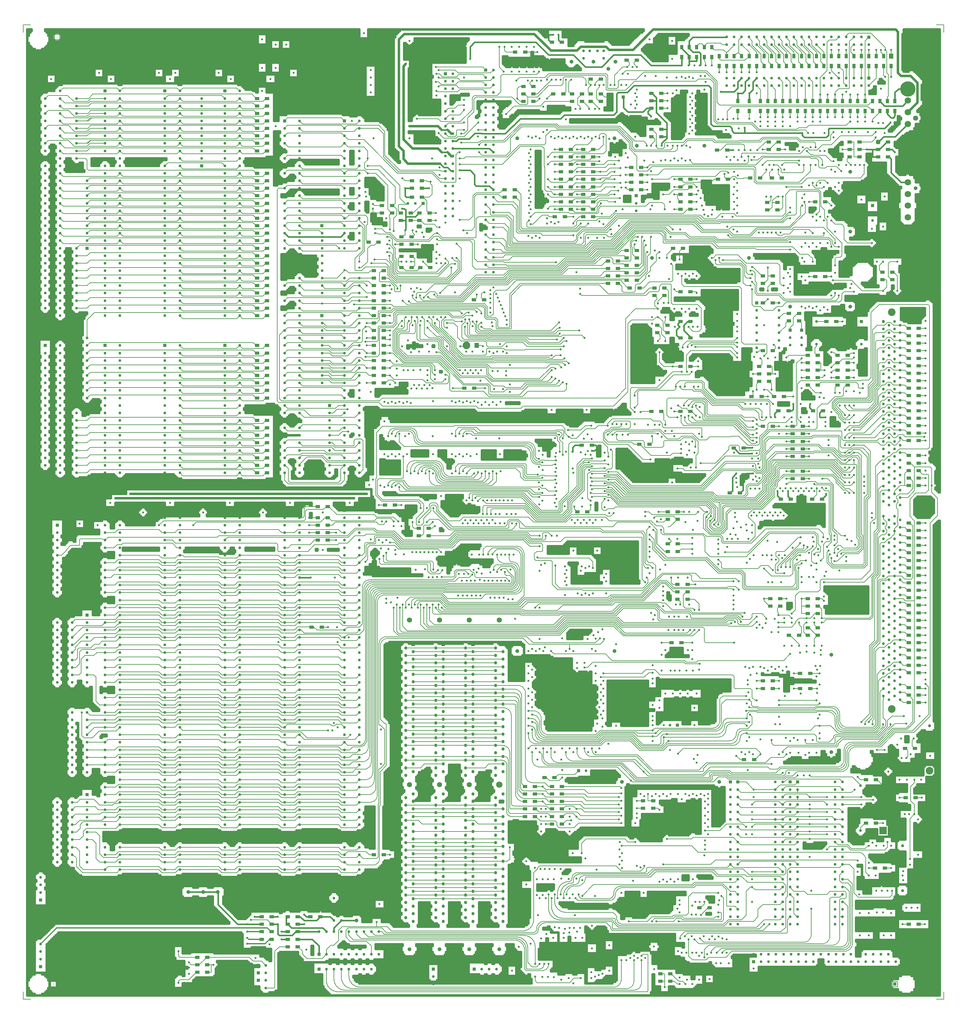
<source format=gbr>
G04 FAB 3000 Version 8.1.7 - Gerber/CAM Software*
G04 RS274-X Output*
%FSLAX24Y24*%
%MIA0B0*%
%MOIN*%
%SFA1.000000B1.000000*%

%IPPOS*%
%ADD11C,0.006440*%
%ADD12C,0.012880*%
%ADD13C,0.016100*%
%ADD14C,0.005152*%
%ADD15C,0.025761*%
%ADD16C,0.029560*%
%ADD17C,0.029570*%
%ADD18C,0.029510*%
%ADD19C,0.029550*%
%ADD20C,0.029520*%
%ADD21C,0.029600*%
%ADD22C,0.029500*%
%ADD23C,0.033900*%
%ADD24C,0.033910*%
%ADD25C,0.033970*%
%ADD26C,0.033960*%
%ADD27C,0.033980*%
%ADD28C,0.033920*%
%ADD29C,0.041070*%
%ADD30C,0.041020*%
%ADD31C,0.041030*%
%ADD32C,0.041010*%
%ADD33C,0.041090*%
%ADD34C,0.041000*%
%ADD35C,0.054800*%
%ADD36C,0.054750*%
%ADD37C,0.054730*%
%ADD38C,0.054740*%
%ADD39C,0.068400*%
%ADD40C,0.068410*%
%ADD41C,0.068420*%
%ADD42R,0.038600X0.038600*%
%ADD43R,0.038640X0.038640*%
%ADD44R,0.038630X0.038640*%
%ADD45R,0.038680X0.038640*%
%ADD46C,0.032820*%
%ADD47C,0.032800*%
%ADD48C,0.032900*%
%ADD49C,0.082101*%
%ADD50C,0.021900*%
%ADD51C,0.021920*%
%ADD52C,0.021860*%
%ADD53C,0.021930*%
%ADD54C,0.021910*%
%ADD55C,0.021870*%
%ADD56C,0.021940*%
%ADD57C,0.021880*%
%ADD58C,0.021840*%
%ADD59C,0.021850*%
%ADD60C,0.022000*%
%ADD61C,0.021801*%
%ADD62C,0.008200*%
%ADD63C,0.008250*%
%ADD64C,0.008190*%
%ADD65R,0.034800X0.034780*%
%ADD66R,0.034780X0.034780*%
%ADD67R,0.034770X0.034780*%
%ADD68R,0.034770X0.034770*%
%ADD69R,0.034770X0.034800*%
%ADD70R,0.034760X0.034800*%
%ADD71R,0.034780X0.034800*%
%ADD72R,0.034780X0.034770*%
%ADD73R,0.034780X0.034700*%
%ADD74R,0.034780X0.034900*%
%ADD75R,0.034780X0.034760*%
%ADD76R,0.034770X0.034700*%
%ADD77R,0.034770X0.034760*%
%ADD78R,0.080500X0.080510*%
%ADD79R,0.080500X0.080500*%
%ADD80C,0.164200*%
%ADD81C,0.164220*%
%ADD82C,0.164230*%
%ADD83C,0.164240*%
%ADD84R,0.048300X0.032170*%
%ADD85R,0.048290X0.032230*%
%ADD86R,0.048290X0.032180*%
%ADD87R,0.048280X0.032180*%
%ADD88R,0.048280X0.032230*%
%ADD89R,0.048280X0.032170*%
%ADD90R,0.048330X0.032180*%
%ADD91R,0.048330X0.032240*%
%ADD92R,0.048290X0.032240*%
%ADD93R,0.048280X0.032240*%
%ADD94R,0.048330X0.032200*%
%ADD95R,0.048290X0.032200*%
%ADD96R,0.048330X0.032300*%
%ADD97R,0.048290X0.032300*%
%ADD98R,0.048330X0.032000*%
%ADD99R,0.048290X0.032000*%
%ADD100R,0.048290X0.032100*%
%ADD101R,0.048330X0.032100*%
%ADD102R,0.048340X0.032300*%
%ADD103R,0.048340X0.032200*%
%ADD104R,0.048350X0.032170*%
%ADD105R,0.048350X0.032180*%
%ADD106R,0.048270X0.032180*%
%ADD107R,0.048290X0.032170*%
%ADD108R,0.048290X0.032220*%
%ADD109R,0.048350X0.032200*%
%ADD110R,0.048270X0.032200*%
%ADD111R,0.048280X0.032200*%
%ADD112R,0.048280X0.032100*%
%ADD113R,0.048340X0.032100*%
%ADD114R,0.048280X0.032300*%
%ADD115R,0.048350X0.032300*%
%ADD116R,0.048280X0.032220*%
%ADD117R,0.048300X0.032200*%
%ADD118R,0.048350X0.032240*%
%ADD119R,0.048350X0.032220*%
%ADD120R,0.048290X0.032160*%
%ADD121R,0.048280X0.032160*%
%ADD122R,0.048350X0.032160*%
%ADD123R,0.048350X0.032230*%
%ADD124R,0.048330X0.032400*%
%ADD125R,0.048290X0.032400*%
%ADD126R,0.048280X0.032400*%
%ADD127R,0.048340X0.032400*%
%ADD128R,0.048350X0.032100*%
%ADD129R,0.048270X0.032100*%
%ADD130R,0.048300X0.032300*%
%ADD131R,0.048270X0.032300*%
%ADD132R,0.048340X0.032220*%
%ADD133R,0.048340X0.032180*%
%ADD134R,0.048300X0.032100*%
%ADD135R,0.048300X0.032180*%
%ADD136R,0.048300X0.032230*%
%ADD137R,0.048340X0.032230*%
%ADD138R,0.048330X0.032230*%
%ADD139R,0.048330X0.032170*%
%ADD140R,0.048330X0.032220*%
%ADD141R,0.048310X0.032220*%
%ADD142R,0.048300X0.032240*%
%ADD143R,0.048200X0.032240*%
%ADD144R,0.048300X0.032220*%
%ADD145R,0.048400X0.032180*%
%ADD146R,0.048200X0.032170*%
%ADD147R,0.048200X0.032220*%
%ADD148R,0.048200X0.032230*%
%ADD149R,0.048200X0.032180*%
%ADD150R,0.048200X0.032190*%
%ADD151R,0.048300X0.032190*%
%ADD152R,0.048300X0.032210*%
%ADD153R,0.048200X0.032210*%
%ADD154R,0.048200X0.032300*%
%ADD155R,0.048200X0.032200*%
%ADD156R,0.048200X0.032100*%
%ADD157R,0.032300X0.048300*%
%ADD158R,0.032170X0.048400*%
%ADD159R,0.032180X0.048400*%
%ADD160R,0.032230X0.048400*%
%ADD161R,0.032230X0.048300*%
%ADD162R,0.032240X0.048300*%
%ADD163R,0.032180X0.048300*%
%ADD164R,0.032170X0.048300*%
%ADD165R,0.032220X0.048400*%
%ADD166R,0.032170X0.048200*%
%ADD167R,0.032180X0.048200*%
%ADD168R,0.032240X0.048200*%
%ADD169R,0.032230X0.048200*%
%ADD170R,0.032160X0.048200*%
%ADD171R,0.032220X0.048200*%
%ADD172R,0.032220X0.048300*%
%ADD173R,0.032160X0.048300*%
%ADD174R,0.032240X0.048400*%
%ADD175R,0.032160X0.048400*%
%ADD176R,0.032190X0.048300*%
%ADD177R,0.032190X0.048200*%
%ADD178R,0.032200X0.048400*%
%ADD179R,0.032200X0.048300*%
%ADD180R,0.032100X0.048300*%
%ADD181R,0.032100X0.048200*%
%ADD182R,0.048300X0.058000*%
%ADD183R,0.048330X0.058000*%
%ADD184R,0.048290X0.058000*%
%ADD185C,0.082150*%
%ADD186C,0.005500*%
%ADD188C,0.008240*%
%ADD189C,0.008180*%
%ADD191R,0.051540X0.016100*%
%ADD192R,0.051540X0.016000*%
%ADD193R,0.051540X0.016200*%
%ADD194R,0.051480X0.016100*%
%ADD195R,0.051480X0.015900*%
%ADD196R,0.051540X0.015900*%
%ADD197R,0.051480X0.016000*%
%ADD198R,0.051480X0.016200*%
%ADD199R,0.051540X0.016060*%
%ADD200R,0.051540X0.016110*%
%ADD201R,0.051540X0.016120*%
%ADD202R,0.051540X0.016130*%
%ADD203R,0.051540X0.016070*%
%ADD204R,0.051480X0.016110*%
%ADD205R,0.051480X0.016070*%
%ADD206R,0.051480X0.016050*%
%ADD207R,0.051480X0.016130*%
%ADD208R,0.051480X0.016120*%
%ADD209R,0.051480X0.016060*%
%ADD210R,0.051490X0.016060*%
%ADD211R,0.051490X0.016110*%
%ADD212R,0.051490X0.016120*%
%ADD213R,0.051490X0.016130*%
%ADD214R,0.051490X0.016070*%
%ADD215R,0.051490X0.016000*%
%ADD216R,0.051490X0.016100*%
%ADD217R,0.051490X0.016200*%
%ADD218R,0.051550X0.016100*%
%ADD219R,0.051550X0.016200*%
%ADD220R,0.051550X0.016060*%
%ADD221R,0.051540X0.016050*%
%ADD222R,0.051550X0.016050*%
%ADD223R,0.051550X0.016110*%
%ADD224R,0.051550X0.016120*%
%ADD225R,0.051600X0.016110*%
%ADD226R,0.051600X0.016070*%
%ADD227R,0.051600X0.016050*%
%ADD228R,0.051600X0.016130*%
%ADD229R,0.051600X0.016120*%
%ADD230R,0.051600X0.016060*%
%ADD231R,0.051500X0.016060*%
%ADD232R,0.051500X0.016110*%
%ADD233R,0.051500X0.016120*%
%ADD234R,0.016200X0.051540*%
%ADD235R,0.016110X0.051500*%
%ADD236R,0.016050X0.051500*%
%ADD237R,0.016070X0.051500*%
%ADD238R,0.016120X0.051500*%
%ADD239R,0.016130X0.051500*%
%ADD240R,0.016110X0.051600*%
%ADD241R,0.016060X0.051600*%
%ADD242R,0.016120X0.051600*%
%ADD243R,0.016060X0.051500*%
%ADD244R,0.016070X0.051600*%
%ADD245R,0.016110X0.051540*%
%ADD246R,0.016120X0.051540*%
%ADD247R,0.016060X0.051540*%
%ADD248R,0.016070X0.051540*%
%ADD249R,0.016050X0.051540*%
%ADD250R,0.016070X0.051550*%
%ADD251R,0.016110X0.051550*%
%ADD252R,0.016120X0.051550*%
%ADD253R,0.016050X0.051600*%
%ADD254R,0.016130X0.051540*%
%ADD255R,0.016110X0.051480*%
%ADD256R,0.016110X0.051490*%
%ADD257R,0.016120X0.051490*%
%ADD258R,0.016120X0.051480*%
%ADD259R,0.016130X0.051600*%
%ADD260R,0.016060X0.051530*%
%ADD261R,0.016110X0.051530*%
%ADD262R,0.016120X0.051530*%
%ADD263R,0.016070X0.051530*%
%ADD264R,0.016110X0.051400*%
%ADD265R,0.016120X0.051400*%
%ADD266R,0.016060X0.051400*%
%ADD267R,0.016050X0.051400*%
%ADD268R,0.016060X0.051480*%
%ADD269R,0.016100X0.051540*%
%ADD270R,0.016100X0.051480*%
%ADD271R,0.016200X0.051480*%
%ADD273R,0.009660X0.019300*%
%ADD274R,0.009670X0.019300*%
%ADD275R,0.009600X0.019300*%
%ADD276R,0.009700X0.019300*%
%ADD277R,0.009600X0.019400*%
%ADD278R,0.025800X0.032200*%
%ADD279R,0.025780X0.032180*%
%ADD280R,0.025760X0.032180*%
%ADD281R,0.025780X0.032220*%
%ADD282R,0.025760X0.032170*%
%ADD283R,0.025780X0.032170*%
%ADD284R,0.025730X0.032180*%
%ADD285R,0.025760X0.032220*%
%ADD286R,0.025780X0.032240*%
%ADD287R,0.025760X0.032240*%
%ADD288R,0.025730X0.032240*%
%ADD289R,0.025760X0.032230*%
%ADD290R,0.025780X0.032230*%
%ADD291R,0.025770X0.032230*%
%ADD292R,0.025780X0.032300*%
%ADD293R,0.025760X0.032200*%
%ADD294R,0.025780X0.032200*%
%ADD295R,0.025770X0.032200*%
%ADD296R,0.025760X0.032300*%
%ADD297R,0.025800X0.032240*%
%ADD298R,0.025800X0.032230*%
%ADD299R,0.025700X0.032230*%
%ADD301R,0.031570X0.045100*%
%ADD302R,0.031570X0.045000*%
%ADD303R,0.031500X0.045100*%
%ADD304R,0.031600X0.045100*%
%ADD305R,0.031600X0.045000*%
%ADD306R,0.031500X0.045000*%
%ADD307R,0.067590X0.016100*%
%ADD308R,0.067660X0.016100*%
%ADD309R,0.067600X0.016100*%
%ADD310R,0.067600X0.016200*%
%ADD311R,0.067660X0.016200*%
%ADD312R,0.067660X0.016000*%
%ADD313R,0.067600X0.016000*%
%ADD314R,0.016110X0.067600*%
%ADD315R,0.016060X0.067600*%
%ADD316R,0.016120X0.067600*%
%ADD317R,0.016130X0.067600*%
%ADD318R,0.016050X0.067600*%
%ADD319R,0.016070X0.067600*%
%ADD320R,0.016110X0.067500*%
%ADD321R,0.016120X0.067500*%
%ADD322R,0.016070X0.067500*%
%ADD323R,0.016060X0.067500*%
%ADD324R,0.016110X0.067590*%
%ADD325R,0.016050X0.067590*%
%ADD326R,0.016130X0.067590*%
%ADD327R,0.016110X0.067620*%
%ADD328R,0.016130X0.067620*%
%ADD329R,0.016050X0.067620*%
%ADD330R,0.016070X0.067670*%
%ADD331R,0.016050X0.067670*%
%ADD332R,0.016110X0.067670*%
%ADD333R,0.016120X0.067670*%
%ADD334R,0.016110X0.067700*%
%ADD335R,0.016120X0.067700*%
%ADD336R,0.016130X0.067700*%
%ADD337R,0.016050X0.067700*%
%ADD338R,0.016110X0.067650*%
%ADD339R,0.016120X0.067650*%
%ADD340R,0.016060X0.067650*%
%ADD341R,0.016070X0.067650*%
%ADD342R,0.016060X0.067700*%
%ADD343R,0.016070X0.067700*%
%ADD344R,0.016100X0.067590*%
%ADD345R,0.016200X0.067590*%
%ADD346R,0.016100X0.067650*%
%ADD347R,0.016200X0.067650*%
%ADD348R,0.016100X0.067620*%
%ADD349R,0.016200X0.067620*%
%ADD350R,0.016000X0.067650*%
%ADD351R,0.016000X0.067590*%
%ADD352R,0.093400X0.032220*%
%ADD353R,0.093360X0.032200*%
%ADD354R,0.093380X0.032200*%
%ADD355R,0.093360X0.032100*%
%ADD356R,0.093430X0.032100*%
%ADD358R,0.093370X0.032180*%
%ADD359R,0.093360X0.032230*%
%ADD360R,0.093370X0.032230*%
%ADD361R,0.032180X0.093380*%
%ADD362R,0.032230X0.093400*%
%ADD363R,0.032170X0.093400*%
%ADD364R,0.032220X0.093400*%
%ADD365R,0.032170X0.093300*%
%ADD366R,0.032180X0.093400*%
%ADD367R,0.032230X0.093370*%
%ADD368R,0.032230X0.093360*%
%ADD369R,0.032230X0.093300*%
%ADD370R,0.032180X0.093300*%
%ADD371R,0.032300X0.093370*%
%ADD372R,0.032300X0.093360*%
%ADD373R,0.032200X0.093400*%
%ADD374R,0.032300X0.093300*%
%ADD375R,0.032300X0.093500*%
%ADD377R,0.060560X0.080400*%
%ADD378R,0.060550X0.080400*%
%ADD379R,0.060550X0.080600*%
%ADD381R,0.060490X0.080600*%
%ADD382R,0.060560X0.080500*%
%ADD383R,0.080500X0.060500*%
%ADD384R,0.080500X0.060400*%
%ADD386R,0.038630X0.077400*%
%ADD387R,0.038630X0.077200*%
%ADD388R,0.038630X0.077300*%
%ADD389R,0.038640X0.077200*%
%ADD390R,0.077310X0.038600*%
%ADD391R,0.077260X0.038630*%
%ADD392R,0.077250X0.038630*%
%ADD393R,0.077260X0.038600*%
%ADD394R,0.077250X0.038600*%
%ADD395R,0.077320X0.038600*%
%ADD396R,0.048350X0.032400*%
%ADD397R,0.048270X0.032170*%
%ADD398R,0.032180X0.048290*%
%ADD399R,0.032170X0.048290*%
%ADD400R,0.032230X0.048350*%
%ADD401R,0.032220X0.048350*%
%ADD402R,0.032160X0.048350*%
%ADD403R,0.032170X0.048350*%
%ADD404R,0.032170X0.048280*%
%ADD405R,0.032160X0.048280*%
%ADD406R,0.032220X0.048280*%
%ADD407R,0.032230X0.048280*%
%ADD408R,0.032230X0.048290*%
%ADD409R,0.032180X0.048280*%
%ADD410R,0.032220X0.048290*%
%ADD411R,0.032240X0.048100*%
%ADD412R,0.032160X0.048290*%
%ADD413R,0.032100X0.048290*%
%ADD414R,0.048290X0.057940*%
%ADD415R,0.048340X0.057950*%
%ADD416R,0.048290X0.057950*%
%ADD417R,0.048280X0.058000*%
%ADD418R,0.048280X0.058100*%
%ADD419R,0.048340X0.058100*%
%ADD420R,0.048290X0.057900*%
%ADD421R,0.048340X0.058000*%
%ADD422R,0.048290X0.058010*%
%ADD423R,0.048330X0.058010*%
%ADD424R,0.048350X0.057950*%
%ADD425R,0.048280X0.057950*%
%ADD426R,0.048280X0.057900*%
%ADD427R,0.048350X0.057900*%
%ADD428R,0.048330X0.057950*%
%ADD429R,0.048270X0.057940*%
%ADD430R,0.048300X0.057940*%
%ADD431R,0.048340X0.057900*%
%ADD432R,0.058000X0.048300*%
%ADD433R,0.057940X0.048300*%
%ADD434R,0.057940X0.048200*%
%ADD435R,0.058000X0.048200*%
%ADD436R,0.057950X0.048200*%
%ADD437R,0.057950X0.048300*%
%ADD438R,0.057950X0.048400*%
%ADD439R,0.058000X0.048400*%
%ADD440R,0.057950X0.048290*%
%ADD441R,0.057950X0.048330*%
%ADD442R,0.057940X0.048290*%
%ADD443R,0.057940X0.048270*%
%ADD444R,0.057940X0.048330*%
%ADD445R,0.057940X0.048400*%
%ADD446R,0.057940X0.048280*%
%ADD447R,0.057940X0.048350*%
%ADD448R,0.057990X0.048290*%
%ADD449R,0.041820X0.080520*%
%ADD450R,0.041820X0.080600*%
%ADD451R,0.041830X0.080600*%
%ADD452R,0.041890X0.080600*%
%ADD453R,0.080510X0.041900*%
%ADD454R,0.080520X0.042000*%
%ADD455R,0.080520X0.041900*%
%ADD456R,0.080510X0.041800*%
%ADD457R,0.080510X0.042000*%
%ADD458R,0.080520X0.041800*%
%ADD460R,0.094230X0.094350*%
%ADD461R,0.086210X0.086320*%
%ADD462R,0.100700X0.100800*%
%ADD463R,0.092670X0.092800*%
%ADD464R,0.097450X0.091200*%
%ADD465R,0.089410X0.083200*%
%ADD466R,0.092720X0.089620*%
%ADD467R,0.084690X0.081540*%
%ADD468R,0.094300X0.095800*%
%ADD469R,0.086220X0.087700*%
%ADD470R,0.092730X0.091080*%
%ADD471R,0.084690X0.083060*%
%ADD472R,0.103030X0.101600*%
%ADD473R,0.094990X0.093600*%
%ADD474R,0.005630X0.028300*%
%ADD475R,0.005640X0.028200*%
%ADD476R,0.005630X0.028200*%
%ADD477R,0.005640X0.028000*%
%ADD478R,0.005640X0.028300*%
%ADD479R,0.005600X0.028200*%
%ADD480R,0.005630X0.028100*%
%ADD481R,0.005600X0.028100*%
%ADD482R,0.092300X0.092350*%
%ADD483R,0.084300X0.084320*%
%ADD484R,0.092290X0.092220*%
%ADD485R,0.084250X0.084200*%
%ADD486R,0.090980X0.090800*%
%ADD487R,0.082900X0.082900*%
%ADD488R,0.099940X0.100500*%
%ADD489R,0.091920X0.092500*%
%ADD490R,0.097480X0.097500*%
%ADD491R,0.089460X0.089400*%
%ADD492R,0.005600X0.028300*%
%ADD493R,0.098410X0.097000*%
%ADD494R,0.090390X0.089000*%
%ADD495R,0.097500X0.097590*%
%ADD496R,0.096680X0.096730*%
%ADD497R,0.089470X0.089510*%
%ADD498R,0.079810X0.079860*%
%ADD499R,0.103960X0.104000*%
%ADD500R,0.103140X0.103200*%
%ADD501R,0.095870X0.096000*%
%ADD502R,0.086210X0.086300*%
%ADD503R,0.100590X0.094400*%
%ADD504R,0.099830X0.093600*%
%ADD505R,0.092550X0.086400*%
%ADD506R,0.082900X0.076700*%
%ADD507R,0.095970X0.092830*%
%ADD508R,0.095150X0.092020*%
%ADD509R,0.087890X0.084750*%
%ADD510R,0.078240X0.075090*%
%ADD511R,0.097500X0.099000*%
%ADD512R,0.096660X0.098200*%
%ADD513R,0.089420X0.091000*%
%ADD514R,0.079750X0.081400*%
%ADD515R,0.095970X0.094350*%
%ADD516R,0.095170X0.093520*%
%ADD517R,0.087950X0.086310*%
%ADD518R,0.078270X0.076670*%
%ADD519R,0.106240X0.104900*%
%ADD520R,0.105460X0.104100*%
%ADD521R,0.098210X0.096900*%
%ADD522R,0.088540X0.087100*%
%ADD523R,0.008830X0.031300*%
%ADD524R,0.008030X0.030600*%
%ADD525R,0.008840X0.031400*%
%ADD526R,0.008080X0.030500*%
%ADD527R,0.008830X0.031400*%
%ADD528R,0.008080X0.030600*%
%ADD529R,0.008020X0.030600*%
%ADD530R,0.008020X0.030500*%
%ADD531R,0.008800X0.031300*%
%ADD532R,0.008000X0.030600*%
%ADD533R,0.008800X0.031400*%
%ADD534R,0.095500X0.095550*%
%ADD535R,0.094700X0.094730*%
%ADD536R,0.087500X0.087510*%
%ADD537R,0.077900X0.077850*%
%ADD538R,0.008900X0.031300*%
%ADD539R,0.008100X0.030600*%
%ADD540R,0.008900X0.031400*%
%ADD541R,0.095540X0.095490*%
%ADD542R,0.094780X0.094670*%
%ADD543R,0.087510X0.087400*%
%ADD544R,0.077850X0.077750*%
%ADD545R,0.094190X0.094200*%
%ADD546R,0.093370X0.093400*%
%ADD547R,0.086150X0.086200*%
%ADD548R,0.076490X0.076400*%
%ADD549R,0.103080X0.103800*%
%ADD550R,0.102340X0.103000*%
%ADD551R,0.095060X0.095800*%
%ADD552R,0.085390X0.086000*%
%ADD553R,0.100740X0.100700*%
%ADD554R,0.099880X0.099900*%
%ADD555R,0.092660X0.092700*%
%ADD556R,0.082960X0.083000*%
%ADD557R,0.009000X0.031400*%
%ADD558R,0.008000X0.030500*%
%ADD559R,0.008000X0.030700*%
%ADD560R,0.101670X0.100200*%
%ADD561R,0.100910X0.099400*%
%ADD562R,0.093640X0.092200*%
%ADD563R,0.083980X0.082600*%
%ADD564R,0.009700X0.019310*%
%ADD565R,0.093410X0.032180*%
%ADD566R,0.060540X0.080500*%
%ADD567R,0.038700X0.077400*%
%ADD568R,0.032200X0.048280*%
%ADD569C,0.005490*%
%LNA4000T Rev4 bottom signal_0*%
%LPD*%
G54D17*
X18759Y70638D03*
G54D18*
X15217D03*
G54D17*
X17149D03*
G54D15*
X18115Y70316D02*
G01Y72248D01*
X17954Y70316D02*
G01Y72248D01*
X17793Y70316D02*
G01Y72248D01*
Y70799D02*
G01X18115D01*
X17793Y70638D02*
G01X18115D01*
G54D11*
X16183Y71041D02*
G01Y69430D01*
X16586Y69913D02*
G01Y71845D01*
G54D17*
X18759Y73053D03*
X17149D03*
D03*
G54D18*
X15217D03*
G54D11*
X13929D02*
G01X13607D01*
X14412Y73536D02*
G01X13929Y73053D01*
X18759D02*
G01X18357Y72650D01*
X14493Y73053D02*
G01X14815Y73375D01*
X14493Y72650D02*
G01Y73053D01*
G54D26*
X55951Y68706D03*
G54D25*
X52731D03*
G54D24*
X49511D03*
D03*
G54D15*
X48223Y62105D02*
G01Y69350D01*
X48062Y62266D02*
G01Y69350D01*
X47901Y62427D02*
G01Y69350D01*
X47740Y62588D02*
G01Y69189D01*
X47579Y62588D02*
G01Y69189D01*
X47418Y62588D02*
G01Y69189D01*
X47257Y62588D02*
G01Y69189D01*
X47096Y65003D02*
G01Y69028D01*
Y68867D02*
G01X48867D01*
G54D11*
X42910Y69028D02*
G01X43232Y68706D01*
X46372Y68828D02*
G01X46481Y68918D01*
G54D17*
X42910Y69028D03*
Y69833D03*
Y70638D03*
G54D15*
X43232Y71121D02*
G01X44198D01*
X43393Y70960D02*
G01X44037D01*
X43554Y70799D02*
G01X43876D01*
G54D11*
X42588Y70316D02*
G01X42266Y70638D01*
X44198Y70316D02*
G01X42588D01*
Y69511D02*
G01X42266Y69833D01*
X44198Y69511D02*
G01X42588D01*
X42266Y69357D02*
G01X42595Y69028D01*
D02*
G01X42910D01*
X43232Y70155D02*
G01X42910Y69833D01*
D02*
G01X42595D01*
D02*
G01X42266Y70161D01*
G54D18*
X44520Y69028D03*
Y69833D03*
D03*
Y70638D03*
G54D11*
D02*
G01X44198Y70316D01*
X44520Y69833D02*
G01X44198Y69511D01*
X45244Y70155D02*
G01X43232D01*
X14090Y69430D02*
G01Y68545D01*
X16183Y69430D02*
G01X16586Y69028D01*
X18276D02*
G01X18598Y69350D01*
X14412Y68625D02*
G01Y70236D01*
G54D17*
X18759Y69833D03*
X17149D03*
G54D18*
X15217D03*
G54D15*
X17793Y70477D02*
G01X18115D01*
X17793Y70316D02*
G01X18115D01*
G54D11*
X13929Y69592D02*
G01X14090Y69430D01*
X13607Y69833D02*
G01X13929Y69592D01*
X18759Y69833D02*
G01X18437Y69511D01*
D02*
G01X16988D01*
D02*
G01X16586Y69913D01*
X18598Y70155D02*
G01X18276Y69833D01*
D02*
G01X17149D01*
X14412Y70236D02*
G01X14009Y70638D01*
D02*
G01X13607D01*
G54D15*
X24072Y62427D02*
G01Y67418D01*
Y54699D02*
G01Y61461D01*
X23911Y71121D02*
G01X24877D01*
X24072Y70960D02*
G01X24716D01*
G54D11*
Y70316D02*
G01X23267D01*
X23590Y68223D02*
G01X24664D01*
X23267Y67901D02*
G01X24716D01*
Y69511D02*
G01X23267D01*
X23590Y69028D02*
G01X24664D01*
Y69833D02*
G01X23590D01*
G54D17*
X38080Y69028D03*
G54D16*
X36469D03*
G54D11*
X35826Y69357D02*
G01X36154Y69028D01*
D02*
G01X36470D01*
X36154D02*
G01X37545D01*
D02*
G01X37873Y69357D01*
X29385D02*
G01X29714Y69028D01*
X31104D02*
G01X31433Y69357D01*
X37545Y73858D02*
G01X37873Y74186D01*
X35826D02*
G01X36154Y73858D01*
G54D17*
X18759D03*
G54D18*
X15217D03*
G54D17*
X17149D03*
G54D11*
X13929Y74180D02*
G01X13607Y73858D01*
X16626Y74180D02*
G01X13929D01*
X16787Y74341D02*
G01X16626Y74180D01*
X18518Y74341D02*
G01X16787D01*
X18518Y73536D02*
G01X18759Y73858D01*
X14815Y73375D02*
G01X18357D01*
D02*
G01X18518Y73536D01*
X14412D02*
G01X16827D01*
D02*
G01X17149Y73858D01*
D02*
G01X18276D01*
D02*
G01X18598Y74180D01*
X18759Y74663D02*
G01X18518Y74341D01*
X46613Y75307D02*
G01X46533Y75226D01*
G54D108*
X78758Y98088D03*
X79836D03*
G54D51*
X77204Y98169D03*
G54D15*
X77848Y97203D02*
G01Y98008D01*
X77687Y97364D02*
G01Y98008D01*
D02*
G01X77848D01*
G54D11*
X78331Y98088D02*
G01X78758D01*
X79700D02*
G01X79836D01*
X79377Y97766D02*
G01X79700Y98088D01*
X61833Y98083D02*
G01X61934Y98204D01*
X61712Y97983D02*
G01X61833Y98083D01*
X61525Y98126D02*
G01X61469Y98095D01*
D02*
G01X61412Y98069D01*
D02*
G01X61352Y98046D01*
D02*
G01X61292Y98030D01*
X61099Y98185D02*
G01X60942Y98170D01*
X61251Y98230D02*
G01X61099Y98185D01*
X68590Y98249D02*
G01X75031D01*
X61716Y98290D02*
G01X61673Y98243D01*
D02*
G01X61627Y98200D01*
D02*
G01X61577Y98161D01*
D02*
G01X61525Y98126D01*
G54D15*
X45003Y74180D02*
G01Y74341D01*
Y73375D02*
G01Y73536D01*
G54D11*
X45643Y76288D02*
G01X45794Y76334D01*
X45486Y76273D02*
G01X45643Y76288D01*
X45711Y75471D02*
G01X45773Y75477D01*
X45647Y75468D02*
G01X45711Y75471D01*
X45773Y75477D02*
G01X45835Y75491D01*
D02*
G01X45896Y75507D01*
D02*
G01X45956Y75529D01*
X45794Y76334D02*
G01X45934Y76409D01*
X42588Y75146D02*
G01X42266Y75468D01*
X44198Y75146D02*
G01X44520Y75468D01*
X35826Y75796D02*
G01X36154Y75468D01*
X37545D02*
G01X37873Y75796D01*
X46120Y75622D02*
G01X46169Y75661D01*
D02*
G01X46216Y75704D01*
X46130Y77883D02*
G01X46127Y77820D01*
D02*
G01X46120Y77757D01*
D02*
G01X46107Y77695D01*
D02*
G01X46091Y77634D01*
X46156Y76630D02*
G01X46230Y76770D01*
X46276Y76921D02*
G01X46291Y77078D01*
X46230Y76770D02*
G01X46276Y76921D01*
X46298Y75800D02*
G01X46334Y75853D01*
X46259Y75750D02*
G01X46298Y75800D01*
X46216Y75704D02*
G01X46259Y75750D01*
X46412Y76024D02*
G01X46430Y76085D01*
X46391Y75965D02*
G01X46412Y76024D01*
X46364Y75907D02*
G01X46391Y75965D01*
X46334Y75853D02*
G01X46364Y75907D01*
X46430Y76085D02*
G01X46442Y76148D01*
D02*
G01X46450Y76210D01*
D02*
G01X46452Y76273D01*
X91775Y100665D02*
G01Y98491D01*
X90889Y99779D02*
G01X91171Y100061D01*
X88876Y99779D02*
G01X88071Y100584D01*
X85737Y99859D02*
G01X85495Y100101D01*
X85576Y100262D02*
G01X85898Y99940D01*
X86059Y98813D02*
G01Y100021D01*
X91614Y98571D02*
G01Y100343D01*
X91453Y100262D02*
G01Y98974D01*
G54D54*
X65723Y108091D03*
G54D11*
X67061Y108795D02*
G01X66014Y107748D01*
X68429Y109198D02*
G01X67061Y107829D01*
X67382Y107668D02*
G01X68751Y109037D01*
X68590Y109117D02*
G01X67222Y107748D01*
X66336Y107588D02*
G01X68107Y109359D01*
X62069Y108393D02*
G01X63921Y106541D01*
X63841Y106380D02*
G01X61989Y108232D01*
X68268Y109278D02*
G01X66900Y107910D01*
X66175Y107668D02*
G01X67946Y109439D01*
X62150Y108554D02*
G01X64001Y106702D01*
X64082Y106862D02*
G01X62230Y108715D01*
X52543Y109581D02*
G01X52404Y109656D01*
X50573Y114676D02*
G01X50618Y114524D01*
X50558Y114832D02*
G01X50573Y114676D01*
X50399Y114609D02*
G01X50397Y114672D01*
D02*
G01X50383Y114812D01*
G54D15*
X65129Y113464D02*
G01Y114430D01*
X64645Y113303D02*
G01Y114430D01*
X64485Y113303D02*
G01Y114430D01*
X64324Y113303D02*
G01Y114430D01*
Y113464D02*
G01X65129D01*
G54D13*
X67463Y113166D02*
G01Y113625D01*
G54D11*
X63435Y113447D02*
G01X63428Y113509D01*
X63438Y113384D02*
G01X63435Y113447D01*
X66094Y114108D02*
G01Y113142D01*
X66417Y112820D02*
G01Y114108D01*
X63216Y113531D02*
G01X63262Y113379D01*
X62598Y113570D02*
G01X62720Y113471D01*
D02*
G01X62820Y113348D01*
X63055Y113370D02*
G01X62980Y113509D01*
G54D14*
X63996Y108554D02*
G01X63196D01*
X63385Y112382D02*
G01X63326Y112493D01*
X63826Y110448D02*
G01X62510D01*
X62332Y110303D02*
G01X63964D01*
X65342Y110101D02*
G01X62230D01*
G54D11*
X63864Y108298D02*
G01X63159D01*
X62928Y109198D02*
G01X63416Y108710D01*
X63680Y110687D02*
G01X62593D01*
X63277Y111915D02*
G01X63402Y111848D01*
Y112059D02*
G01X63304Y112139D01*
G54D53*
X65691Y112213D03*
G54D14*
X63563Y112204D02*
G01X63466Y112285D01*
X63675Y112144D02*
G01X63563Y112204D01*
X63921Y112096D02*
G01X64082Y112256D01*
X68763Y112268D02*
G01X68107Y111612D01*
G54D11*
X67946Y111774D02*
G01X68590Y112418D01*
X64404Y112256D02*
G01X64448Y112213D01*
D02*
G01X65691D01*
G54D54*
X65600Y112625D03*
G54D52*
X63847Y112387D03*
D03*
G54D14*
X63466Y112285D02*
G01X63385Y112382D01*
G54D11*
X64082Y112256D02*
G01X64404D01*
X63446Y112716D02*
G01X63470Y112640D01*
D02*
G01X63507Y112569D01*
D02*
G01X63558Y112507D01*
D02*
G01X63620Y112456D01*
D02*
G01X63691Y112419D01*
D02*
G01X63767Y112395D01*
D02*
G01X63847Y112387D01*
G54D14*
X62510Y110448D02*
G01X62311Y110647D01*
G54D11*
Y111532D02*
G01Y110647D01*
X62150Y111693D02*
G01X62311Y111532D01*
X62472Y110808D02*
G01Y111774D01*
D02*
G01X62392Y111854D01*
X61989Y111532D02*
G01X62150Y111371D01*
D02*
G01Y110486D01*
D02*
G01X62332Y110303D01*
X62230Y110101D02*
G01X61828Y110503D01*
D02*
G01Y110888D01*
X63159Y108298D02*
G01X62580Y108876D01*
X62593Y110687D02*
G01X62472Y110808D01*
G54D14*
X63326Y112493D02*
G01X63290Y112614D01*
G54D11*
X62713Y109037D02*
G01X63196Y108554D01*
X63128Y112469D02*
G01X63116Y112594D01*
X63165Y112349D02*
G01X63128Y112469D01*
X63224Y112236D02*
G01X63165Y112349D01*
X63304Y112139D02*
G01X63224Y112236D01*
X62955Y112517D02*
G01X62969Y112376D01*
D02*
G01X63011Y112241D01*
D02*
G01X63077Y112114D01*
D02*
G01X63167Y112005D01*
D02*
G01X63277Y111915D01*
X54100Y103643D02*
G01X54905Y104448D01*
X54261Y104126D02*
G01X54743Y104609D01*
G54D54*
X54864Y111049D03*
G54D11*
X52774Y111148D02*
G01X52738Y111201D01*
X52804Y111093D02*
G01X52774Y111148D01*
X52992Y111196D02*
G01X53038Y111045D01*
X53375Y111130D02*
G01Y111210D01*
X53391Y110973D02*
G01X53376Y111130D01*
X53199Y111206D02*
G01X53214Y111049D01*
X54864Y111532D02*
G01Y111049D01*
X53598Y110982D02*
G01X53551Y111134D01*
D02*
G01X53536Y111291D01*
G54D15*
X54341Y111371D02*
G01Y112337D01*
X54180Y111371D02*
G01Y112337D01*
X54019Y111371D02*
G01Y112337D01*
Y111693D02*
G01X54341D01*
G54D11*
X53240Y111658D02*
G01X53139Y111780D01*
X52856Y111719D02*
G01X52978Y111618D01*
X52718Y111793D02*
G01X52856Y111719D01*
X53448Y111737D02*
G01X53418Y111792D01*
X53475Y111680D02*
G01X53448Y111737D01*
G54D15*
X50638Y112659D02*
G01Y113303D01*
X50477Y112659D02*
G01Y113303D01*
X50316Y112659D02*
G01Y113303D01*
X50155Y112659D02*
G01Y113303D01*
G54D11*
X50406Y114546D02*
G01X50399Y114609D01*
X50419Y114484D02*
G01X50406Y114546D01*
X50728Y114020D02*
G01X50679Y114060D01*
D02*
G01X50633Y114103D01*
D02*
G01X50590Y114149D01*
D02*
G01X50550Y114198D01*
D02*
G01X50515Y114251D01*
D02*
G01X50485Y114306D01*
D02*
G01X50458Y114362D01*
D02*
G01X50436Y114423D01*
D02*
G01X50419Y114484D01*
X50618Y114524D02*
G01X50693Y114385D01*
X53701Y110018D02*
G01X53858Y110003D01*
X53872Y110386D02*
G01X53733Y110460D01*
X53772Y110722D02*
G01X53671Y110843D01*
X53894Y110620D02*
G01X53772Y110722D01*
X53711Y110225D02*
G01X53862Y110178D01*
G54D54*
X54462Y110807D03*
G54D11*
X54033Y110547D02*
G01X53894Y110620D01*
X54184Y110501D02*
G01X54033Y110547D01*
X54341Y110486D02*
G01X54184Y110501D01*
X53862Y110178D02*
G01X54019Y110164D01*
X54180Y110324D02*
G01X54023Y110341D01*
D02*
G01X53872Y110386D01*
G54D51*
X50034Y110807D03*
G54D53*
X50437Y111049D03*
G54D11*
X50051Y111367D02*
G01X50034Y111210D01*
X50437Y111049D02*
G01X50439Y111113D01*
X50034Y111210D02*
G01Y110808D01*
X50439Y111113D02*
G01X50447Y111176D01*
D02*
G01X50458Y111237D01*
D02*
G01X50476Y111298D01*
D02*
G01X50498Y111357D01*
D02*
G01X50525Y111414D01*
X50096Y111519D02*
G01X50051Y111367D01*
X50170Y111658D02*
G01X50096Y111519D01*
X50525Y111414D02*
G01X50555Y111470D01*
D02*
G01X50590Y111522D01*
D02*
G01X50629Y111572D01*
X50270Y111780D02*
G01X50170Y111658D01*
X50392Y111879D02*
G01X50270Y111780D01*
X50531Y111954D02*
G01X50392Y111879D01*
X50129Y112114D02*
G01X49990Y112040D01*
X50280Y112161D02*
G01X50129Y112114D01*
X50437Y112176D02*
G01X50280Y112161D01*
X50629Y111572D02*
G01X50673Y111618D01*
D02*
G01X50718Y111662D01*
D02*
G01X50768Y111700D01*
X50683Y112000D02*
G01X50531Y111954D01*
G54D15*
X51926Y112659D02*
G01Y113303D01*
X51765Y112659D02*
G01Y113303D01*
X51604Y112659D02*
G01Y113303D01*
X51443Y112659D02*
G01Y113303D01*
X51282Y112659D02*
G01Y113303D01*
X51121Y112659D02*
G01Y113303D01*
X50960Y112659D02*
G01Y113303D01*
G54D51*
X51644Y110807D03*
G54D11*
X51718Y111175D02*
G01X51774Y111241D01*
X51678Y111098D02*
G01X51718Y111175D01*
X51733Y111532D02*
G01X51638Y111523D01*
X52087Y111532D02*
G01X51725D01*
X51242Y111854D02*
G01X52409D01*
X51645Y111693D02*
G01X52248D01*
X53411Y109690D02*
G01X53473Y109683D01*
X53349Y109703D02*
G01X53411Y109690D01*
X53389Y109903D02*
G01X53249Y109978D01*
X53540Y109857D02*
G01X53389Y109903D01*
X53411Y110139D02*
G01X53550Y110064D01*
X53289Y110239D02*
G01X53411Y110139D01*
X53349Y110521D02*
G01X53449Y110399D01*
X53437Y110821D02*
G01X53391Y110973D01*
X53473Y109683D02*
G01X53536Y109680D01*
X53697Y109842D02*
G01X53540Y109857D01*
X53550Y110064D02*
G01X53701Y110018D01*
X53572Y110299D02*
G01X53711Y110225D01*
X53449Y110399D02*
G01X53572Y110299D01*
X53671Y110843D02*
G01X53598Y110982D01*
X53733Y110460D02*
G01X53611Y110560D01*
D02*
G01X53511Y110683D01*
D02*
G01X53437Y110821D01*
X53116Y109799D02*
G01X53171Y109768D01*
X53063Y109835D02*
G01X53116Y109799D01*
X53114Y110498D02*
G01X53189Y110361D01*
X53069Y110651D02*
G01X53114Y110498D01*
X53249Y109978D02*
G01X53128Y110078D01*
D02*
G01X53027Y110199D01*
X53287Y109720D02*
G01X53349Y109703D01*
X53228Y109742D02*
G01X53287Y109720D01*
X53171Y109768D02*
G01X53228Y109742D01*
X53214Y111049D02*
G01Y110968D01*
D02*
G01X53229Y110812D01*
D02*
G01X53275Y110660D01*
D02*
G01X53349Y110521D01*
X53189Y110361D02*
G01X53289Y110239D01*
X52696Y111558D02*
G01X52817Y111457D01*
D02*
G01X52918Y111336D01*
D02*
G01X52992Y111196D01*
X52738Y111201D02*
G01X52700Y111251D01*
D02*
G01X52656Y111296D01*
X52978Y111618D02*
G01X53079Y111497D01*
D02*
G01X53153Y111357D01*
G54D15*
X54019Y111532D02*
G01X54341D01*
X54019Y111371D02*
G01X54341D01*
G54D11*
X53514Y111559D02*
G01X53497Y111620D01*
X53527Y111497D02*
G01X53514Y111559D01*
X53534Y111434D02*
G01X53527Y111497D01*
X53536Y111291D02*
G01Y111371D01*
D02*
G01X53534Y111434D01*
X53497Y111620D02*
G01X53475Y111680D01*
X53153Y111357D02*
G01X53199Y111206D01*
X53375Y111210D02*
G01X53360Y111367D01*
D02*
G01X53314Y111519D01*
D02*
G01X53240Y111658D01*
X51075Y111457D02*
G01X51197Y111557D01*
X50976Y111336D02*
G01X51075Y111457D01*
X50901Y111196D02*
G01X50976Y111336D01*
X50876Y111767D02*
G01X50934Y111793D01*
D02*
G01X50993Y111815D01*
D02*
G01X51054Y111832D01*
D02*
G01X51116Y111845D01*
D02*
G01X51179Y111852D01*
X50855Y111045D02*
G01X50901Y111196D01*
G54D54*
X51242Y111049D03*
G54D11*
X51252Y111144D02*
G01X51242Y111049D01*
X51280Y111236D02*
G01X51252Y111144D01*
X51326Y111319D02*
G01X51280Y111236D01*
X51197Y111557D02*
G01X51336Y111632D01*
X51179Y111852D02*
G01X51242Y111855D01*
X51645Y110928D02*
G01Y110808D01*
X51653Y111015D02*
G01X51678Y111098D01*
X51645Y110928D02*
G01X51653Y111015D01*
X51487Y111678D02*
G01X51645Y111693D01*
X51336Y111632D02*
G01X51487Y111678D01*
X51638Y111523D02*
G01X51546Y111497D01*
D02*
G01X51462Y111453D01*
D02*
G01X51387Y111393D01*
D02*
G01X51326Y111319D01*
G54D52*
X52047Y111049D03*
G54D11*
Y110324D02*
G01Y111049D01*
X52062Y110168D02*
G01X52047Y110324D01*
X52108Y110016D02*
G01X52062Y110168D01*
X51774Y111241D02*
G01X51841Y111297D01*
D02*
G01X51917Y111338D01*
D02*
G01X52001Y111363D01*
D02*
G01X52087Y111371D01*
X52182Y109877D02*
G01X52108Y110016D01*
X52282Y109755D02*
G01X52182Y109877D01*
X52214Y111522D02*
G01X52151Y111531D01*
D02*
G01X52087Y111533D01*
Y111371D02*
G01X52213Y111359D01*
G54D52*
X52449Y110807D03*
G54D11*
X52404Y109656D02*
G01X52282Y109755D01*
X52445Y111263D02*
G01X52543Y111183D01*
X52333Y111322D02*
G01X52445Y111263D01*
X52248Y111693D02*
G01X52405Y111678D01*
X52409Y111854D02*
G01X52566Y111839D01*
X52405Y111678D02*
G01X52556Y111632D01*
X52560Y111379D02*
G01X52508Y111414D01*
D02*
G01X52453Y111444D01*
D02*
G01X52395Y111471D01*
D02*
G01X52336Y111494D01*
D02*
G01X52276Y111510D01*
D02*
G01X52214Y111522D01*
X52213Y111359D02*
G01X52333Y111322D01*
X52852Y109520D02*
G01X52695Y109535D01*
X53014Y109874D02*
G01X53063Y109835D01*
X52967Y109916D02*
G01X53014Y109874D01*
X52924Y109963D02*
G01X52967Y109916D01*
X52885Y110013D02*
G01X52924Y109963D01*
X52850Y110066D02*
G01X52885Y110013D01*
X52819Y110120D02*
G01X52850Y110066D01*
X52792Y110177D02*
G01X52819Y110120D01*
X52771Y110237D02*
G01X52792Y110177D01*
X52753Y110298D02*
G01X52771Y110237D01*
X52741Y110360D02*
G01X52753Y110298D01*
X52733Y110422D02*
G01X52741Y110360D01*
X52953Y110338D02*
G01X52908Y110490D01*
X53027Y110199D02*
G01X52953Y110338D01*
X52731Y110486D02*
G01X52733Y110422D01*
X52892Y110647D02*
G01Y110727D01*
X52908Y110490D02*
G01X52892Y110647D01*
X53053Y110808D02*
G01X53069Y110651D01*
X52731Y110727D02*
G01Y110486D01*
X52892Y110727D02*
G01X52891Y110790D01*
X53038Y111045D02*
G01X53053Y110888D01*
D02*
G01Y110808D01*
X52891Y110790D02*
G01X52883Y110853D01*
D02*
G01X52871Y110915D01*
D02*
G01X52853Y110976D01*
D02*
G01X52831Y111036D01*
D02*
G01X52804Y111093D01*
X52682Y110973D02*
G01X52719Y110853D01*
D02*
G01X52731Y110727D01*
G54D52*
X57923Y105454D03*
X64216Y110358D03*
X65595Y110152D03*
G54D11*
X68429Y111452D02*
G01Y109198D01*
X68751Y109037D02*
G01Y111202D01*
X68590Y111357D02*
G01Y109117D01*
X68107Y109359D02*
G01Y111612D01*
X68268Y111527D02*
G01Y109278D01*
X67946Y109439D02*
G01Y111774D01*
X61748Y105012D02*
G01Y105495D01*
G54D109*
X67970Y106702D03*
G54D11*
X67648Y107024D02*
G01X67971Y106702D01*
X62230Y107024D02*
G01X63518Y105736D01*
X63760Y106219D02*
G01X62392Y107588D01*
X67061Y106862D02*
G01X66417Y106219D01*
X67382Y106702D02*
G01Y107668D01*
X62311Y107185D02*
G01X63599Y105897D01*
X63680Y106058D02*
G01X62392Y107346D01*
X66014Y106702D02*
G01X66175Y106862D01*
X66900Y106944D02*
G01X66336Y106380D01*
X66094Y106541D02*
G01X66336Y106783D01*
X67222D02*
G01X66497Y106058D01*
X57763Y110003D02*
G01X58084Y110324D01*
X56515Y108715D02*
G01X56354Y108554D01*
G54D52*
X69556Y109125D03*
G54D14*
X71701Y109589D02*
G01X72937Y108352D01*
X71135Y109074D02*
G01X71032Y109177D01*
X71653Y109074D02*
G01X71135D01*
G54D11*
X71653D02*
G01X72696Y108031D01*
X71637Y109331D02*
G01X72776Y108191D01*
G54D56*
X84771Y104931D03*
G54D15*
X87669D02*
G01Y105574D01*
X87508Y104931D02*
G01Y105092D01*
Y104931D02*
G01X87669D01*
G54D11*
X83402Y104850D02*
G01X83644Y105092D01*
X83483Y104690D02*
G01X83805Y105012D01*
X83966Y104931D02*
G01X83563Y104528D01*
X84127Y104850D02*
G01Y106461D01*
X83644Y104368D02*
G01X84127Y104850D01*
X87106Y105414D02*
G01Y104046D01*
G54D21*
X100912Y111854D03*
G54D11*
X100067Y111612D02*
G01X100711Y112256D01*
X97732Y111774D02*
G01Y112256D01*
X99503Y108312D02*
G01Y113223D01*
X99342Y112900D02*
G01Y108393D01*
X99181Y108554D02*
G01Y112579D01*
G54D51*
X97732Y112256D03*
X97249D03*
G54D55*
X96766D03*
G54D21*
X101516Y112257D03*
G54D11*
X100711Y112256D02*
G01X101033D01*
X96363Y112579D02*
G01X96927D01*
X98215Y112337D02*
G01X97973Y112579D01*
D02*
G01X97651D01*
D02*
G01X97329Y112256D01*
D02*
G01X97249D01*
D02*
G01X96927Y111935D01*
D02*
G01X96444D01*
Y112256D02*
G01X96766D01*
D02*
G01X96846D01*
D02*
G01X97169Y112579D01*
D02*
G01X97410D01*
G54D21*
X100912Y112658D03*
G54D11*
X101436Y112659D02*
G01X101597D01*
X101033Y112256D02*
G01X101436Y112659D01*
X96927Y112579D02*
G01X97088Y112740D01*
X97410Y112579D02*
G01X97571Y112740D01*
X98134D02*
G01X98376Y112498D01*
X99181Y112579D02*
G01X98376Y113384D01*
G54D15*
X85737Y109600D02*
G01Y110727D01*
X85576Y109600D02*
G01Y110566D01*
Y109600D02*
G01X85737D01*
G54D13*
X84690Y108956D02*
G01Y110405D01*
X85818D02*
G01Y109037D01*
G54D11*
X86139Y109439D02*
G01X86381Y109680D01*
X86462Y109520D02*
G01X86301Y109359D01*
X88716Y112015D02*
G01Y110968D01*
X89360Y110647D02*
G01Y111452D01*
X89521Y111291D02*
G01X89762Y111532D01*
X88232Y111210D02*
G01Y112820D01*
X88876Y111935D02*
G01Y110888D01*
X89199Y110727D02*
G01Y111532D01*
X89038Y110808D02*
G01Y111693D01*
X88555Y112096D02*
G01Y111049D01*
X88394Y111130D02*
G01Y112256D01*
X88071Y112900D02*
G01Y111291D01*
X87911Y111371D02*
G01Y112981D01*
G54D51*
X93707Y101147D03*
G54D52*
X93709Y100502D03*
G54D15*
X90567Y106541D02*
G01X94592D01*
X90728Y106380D02*
G01X94592D01*
X90728Y106219D02*
G01X94592D01*
X90567Y106058D02*
G01X94592D01*
G54D11*
X93868Y104207D02*
G01X93546Y104528D01*
X93707Y102355D02*
G01X93465Y102114D01*
X94109Y102355D02*
G01X93707D01*
Y104126D02*
G01X93465Y104368D01*
X93707Y102919D02*
G01Y104126D01*
X93184Y102395D02*
G01X93707Y102919D01*
Y101148D02*
G01X93425D01*
X99906Y104528D02*
G01Y100182D01*
X100389Y99940D02*
G01Y103885D01*
X99503Y100422D02*
G01Y105495D01*
X100067Y104368D02*
G01Y100101D01*
X100550Y99859D02*
G01Y103241D01*
X100228Y104286D02*
G01Y100021D01*
X98698Y102677D02*
G01X98215Y102194D01*
X98537Y102758D02*
G01X98134Y102355D01*
X97651Y113384D02*
G01X97329Y113062D01*
X96846D02*
G01X97169Y113384D01*
X98698Y113544D02*
G01X99342Y112900D01*
X99503Y113223D02*
G01X98859Y113867D01*
G54D54*
X69234Y111186D03*
G54D15*
X72856Y111049D02*
G01Y113464D01*
X72696Y111210D02*
G01Y113464D01*
G54D11*
X71247Y111291D02*
G01X71005Y111049D01*
G54D53*
X69395Y107426D03*
G54D15*
X70119Y106862D02*
G01Y107668D01*
X69959Y106862D02*
G01Y107668D01*
Y107346D02*
G01X70119D01*
G54D11*
X70603Y107024D02*
G01Y107668D01*
X69395Y106944D02*
G01Y107426D01*
X83242Y105574D02*
G01Y107668D01*
X83563Y107185D02*
G01X83805Y107426D01*
X83725Y107104D02*
G01X83886Y107266D01*
X86703D02*
G01X86542Y107104D01*
X83402Y105574D02*
G01Y107507D01*
X85898Y108393D02*
G01X86139Y108634D01*
X86301Y108554D02*
G01X85979Y108232D01*
G54D95*
X85472Y108715D03*
G54D103*
X84393D03*
G54D57*
X86622Y109197D03*
G54D51*
X87106D03*
X87589D03*
X85174Y109358D03*
G54D13*
X84449Y108715D02*
G01X84392D01*
X84690Y108956D02*
G01X84449Y108715D01*
X85495D02*
G01X85471D01*
X85818Y109037D02*
G01X85495Y108715D01*
G54D11*
X86139Y108634D02*
G01Y109439D01*
X86301Y109359D02*
G01Y108554D01*
X87347Y110968D02*
G01X87025Y111291D01*
D02*
G01X83563D01*
X87186Y111371D02*
G01X87427Y111130D01*
G54D51*
X88997Y100423D03*
Y106299D03*
G54D15*
X89118Y107185D02*
G01Y107346D01*
Y105253D02*
G01Y105574D01*
X88957Y105253D02*
G01Y105574D01*
G54D11*
X88876Y110164D02*
G01X89360Y110647D01*
X89038Y110083D02*
G01X89521Y110566D01*
X89199Y109600D02*
G01X88876Y109278D01*
X89038Y109198D02*
G01X89360Y109520D01*
X88716Y110244D02*
G01X89199Y110727D01*
G54D52*
X82356Y106219D03*
G54D51*
X81873Y106138D03*
G54D54*
X75272Y106219D03*
G54D11*
X76399D02*
G01X78331D01*
X76238Y106058D02*
G01X76399Y106219D01*
X78331D02*
G01X78653Y105897D01*
X82678Y107024D02*
G01Y106138D01*
X82356Y106219D02*
G01Y106461D01*
X81953Y105817D02*
G01X82356Y106219D01*
X81873D02*
G01Y106138D01*
X82276Y106622D02*
G01X81873Y106219D01*
X81551Y104931D02*
G01Y106380D01*
G54D55*
X96766Y109841D03*
G54D51*
X97249D03*
X97732D03*
G54D52*
X98859Y109922D03*
G54D21*
X101516Y109842D03*
G54D11*
X96283Y110324D02*
G01X96766Y109842D01*
X88876Y109761D02*
G01Y110164D01*
X88555Y109439D02*
G01X88876Y109761D01*
X87911D02*
G01Y109037D01*
X88232Y110083D02*
G01X87911Y109761D01*
X89038Y109680D02*
G01Y110083D01*
X88394Y110003D02*
G01X88071Y109680D01*
X88394Y109520D02*
G01X88716Y109842D01*
X88232Y109600D02*
G01X88555Y109922D01*
X88232Y110486D02*
G01Y110083D01*
X88716Y110968D02*
G01X88232Y110486D01*
X88394Y110405D02*
G01Y110003D01*
X88876Y110888D02*
G01X88394Y110405D01*
X88716Y109842D02*
G01Y110244D01*
X88555Y110324D02*
G01X89038Y110808D01*
X88555Y109922D02*
G01Y110324D01*
Y111049D02*
G01X88071Y110566D01*
D02*
G01Y110164D01*
X87911Y110244D02*
G01Y110647D01*
D02*
G01X88394Y111130D01*
G54D54*
X82758Y105816D03*
G54D11*
Y105817D02*
G01X82356Y105414D01*
X82758Y105978D02*
G01Y105817D01*
X82235Y108191D02*
G01X82678Y107748D01*
X84610Y106944D02*
G01X86623D01*
X86542Y107104D02*
G01X84449D01*
G54D52*
X86784Y105252D03*
X86140Y105333D03*
G54D55*
X87266Y106299D03*
G54D51*
X86703D03*
G54D52*
X86985Y106621D03*
G54D51*
X87589D03*
G54D55*
X85576Y105011D03*
G54D11*
X87830Y106944D02*
G01X86864D01*
D02*
G01X86381Y106461D01*
D02*
G01Y106138D01*
D02*
G01X87106Y105414D01*
X86623Y106944D02*
G01X86783Y107104D01*
D02*
G01X87750D01*
X86542Y107588D02*
G01X87508D01*
X86381Y107426D02*
G01X86542Y107588D01*
X83805Y107426D02*
G01X86381D01*
X86462Y107748D02*
G01X87427D01*
X86301Y107588D02*
G01X86462Y107748D01*
X83483Y107588D02*
G01X86301D01*
X83402Y107507D02*
G01X83483Y107588D01*
X83322Y107748D02*
G01X86220D01*
X83242Y107668D02*
G01X83322Y107748D01*
X83161D02*
G01X83242Y107668D01*
X87669Y107266D02*
G01X86703D01*
X83886D02*
G01X86462D01*
D02*
G01X86623Y107426D01*
D02*
G01X87589D01*
X86220Y107748D02*
G01X86381Y107910D01*
X86059Y108071D02*
G01X82839D01*
X86220Y108232D02*
G01X86059Y108071D01*
X87106Y108232D02*
G01X86220D01*
X86301Y108071D02*
G01X86139Y107910D01*
X87186Y108071D02*
G01X86301D01*
X86381Y107910D02*
G01X87267D01*
X85979Y108232D02*
G01X82919D01*
X83000Y108393D02*
G01X85898D01*
G54D103*
X93248Y108071D03*
G54D11*
X93747Y108570D02*
G01X93248Y108071D01*
X93586Y109962D02*
G01X92700D01*
X95558Y109600D02*
G01X94914Y110244D01*
X95800Y109842D02*
G01Y110164D01*
X93787Y109761D02*
G01X93586Y109962D01*
G54D51*
X94351Y110244D03*
G54D11*
X96122Y110405D02*
G01X95156Y111371D01*
X96122Y110083D02*
G01Y110405D01*
X95800Y110164D02*
G01X95397Y110566D01*
X95961Y110244D02*
G01Y110003D01*
X95478Y110727D02*
G01X95961Y110244D01*
X94914D02*
G01X94351D01*
G54D51*
X96041Y102677D03*
X93868D03*
G54D11*
X94149Y102959D02*
G01Y102395D01*
X94472Y103200D02*
G01Y101751D01*
X96041Y103079D02*
G01X95639Y102677D01*
X79136D02*
G01X80344D01*
Y103241D02*
G01X78790D01*
X77204Y104207D02*
G01X80182D01*
X81551Y104368D02*
G01X77365D01*
G54D15*
X90245Y105253D02*
G01Y105736D01*
X90084Y105253D02*
G01Y105736D01*
X89923Y105253D02*
G01Y105736D01*
X89762Y105253D02*
G01Y105736D01*
X89601Y105253D02*
G01Y105736D01*
X89440Y105253D02*
G01Y105736D01*
X89279Y105253D02*
G01Y105736D01*
G54D52*
X86220Y101228D03*
G54D53*
X86542Y101630D03*
G54D51*
X83161Y101550D03*
Y101067D03*
G54D11*
X86059Y100021D02*
G01X85656Y100422D01*
D02*
G01X83322D01*
X83242Y100262D02*
G01X85576D01*
X85495Y100101D02*
G01X83161D01*
Y101550D02*
G01X83483Y101228D01*
D02*
G01Y100745D01*
D02*
G01X83644Y100584D01*
D02*
G01X87427D01*
D02*
G01X87750Y100906D01*
G54D51*
X86944Y102033D03*
X83161Y102194D03*
G54D15*
X50155Y106058D02*
G01Y107346D01*
G54D11*
X52047Y106944D02*
G01X50960Y105856D01*
X50638Y105978D02*
G01X51443Y106783D01*
X52208Y106743D02*
G01X51443Y105978D01*
G54D15*
Y92534D02*
G01Y92695D01*
X51282Y99779D02*
G01Y99940D01*
Y92534D02*
G01Y92695D01*
G54D14*
X51121Y94546D02*
G01X51604Y94063D01*
G54D11*
X51443Y104368D02*
G01X51202Y104126D01*
X51443Y105495D02*
G01X51202Y105253D01*
G54D15*
X70603Y102838D02*
G01X74467D01*
X70603Y102677D02*
G01X74467D01*
X70603Y102516D02*
G01X74467D01*
G54D11*
X75031Y104609D02*
G01X70763D01*
X75916Y105736D02*
G01X71407D01*
X81108Y107225D02*
G01X72092D01*
X72400Y107387D02*
G01X81833D01*
X81913Y107547D02*
G01X72937D01*
X75755Y105574D02*
G01X72293D01*
X70683Y104448D02*
G01X74869D01*
X72776Y107708D02*
G01X81994D01*
X42266Y90286D02*
G01X42595Y89958D01*
G54D17*
X25199Y89153D03*
G54D11*
X25038D02*
G01X25199D01*
X24992Y89481D02*
G01X24664Y89153D01*
X25038D02*
G01X24716Y88831D01*
G54D14*
X66175Y103482D02*
G01X66658Y103965D01*
X62392D02*
G01X62874Y103482D01*
G54D11*
X62194Y103643D02*
G01X62835Y103002D01*
X62955Y103643D02*
G01X62472Y104126D01*
X64404Y103643D02*
G01X62955D01*
X64565Y103804D02*
G01X64404Y103643D01*
X62295Y103804D02*
G01X62771Y103328D01*
G54D54*
X65773Y104126D03*
X65209D03*
G54D51*
X64565D03*
X63921D03*
G54D11*
X64565D02*
G01Y103804D01*
X64324Y104448D02*
G01X64243Y104368D01*
X64887Y104448D02*
G01X64324D01*
X65209Y104126D02*
G01X64887Y104448D01*
X61828Y104931D02*
G01X61748Y105012D01*
X62633Y104448D02*
G01X62955Y104126D01*
D02*
G01X63921D01*
X64243Y104368D02*
G01Y103885D01*
D02*
G01X64162Y103804D01*
D02*
G01X63036D01*
D02*
G01X62552Y104286D01*
G54D15*
X69637Y102033D02*
G01X74467D01*
X69798Y101872D02*
G01X74467D01*
X69959Y101710D02*
G01X74467D01*
X70119Y101550D02*
G01X74467D01*
X70119Y101389D02*
G01X74467D01*
X70119Y101228D02*
G01X74467D01*
X70119Y101067D02*
G01X74467D01*
X70119Y100906D02*
G01X74467D01*
X70119Y100745D02*
G01X74467D01*
X70119Y100584D02*
G01X74467D01*
G54D52*
X76882Y100503D03*
X76077Y100664D03*
G54D51*
X77445Y100986D03*
G54D53*
X75755Y101872D03*
G54D52*
X75594Y100664D03*
G54D11*
X75433Y100986D02*
G01X75272Y101148D01*
X81953Y101791D02*
G01X77606D01*
X81793Y101470D02*
G01X77284D01*
X77445Y101631D02*
G01X81873D01*
X75111Y100906D02*
G01X75352Y100665D01*
D02*
G01X75594D01*
X75433Y100986D02*
G01X75755D01*
D02*
G01X76077Y100665D01*
X76399Y100906D02*
G01X76077Y101228D01*
D02*
G01X75674D01*
D02*
G01X75433Y101470D01*
G54D103*
X41115Y103643D03*
G54D11*
X44037Y104126D02*
G01X43232Y103321D01*
X22946Y88676D02*
G01X23274Y88348D01*
G54D17*
X38080Y102838D03*
G54D16*
X36469D03*
G54D15*
X35342Y102516D02*
G01Y102838D01*
X35182Y102516D02*
G01Y102838D01*
X35021Y102516D02*
G01Y102838D01*
X34860Y102516D02*
G01Y102838D01*
X34698Y102516D02*
G01Y102838D01*
X34538Y102516D02*
G01Y102838D01*
X34377Y102516D02*
G01Y102838D01*
X34216Y102516D02*
G01Y102838D01*
X34054Y102516D02*
G01Y102838D01*
X33894Y102516D02*
G01Y102838D01*
G54D11*
X36872D02*
G01X36470D01*
X36872D02*
G01X37194Y103160D01*
X35745Y102516D02*
G01Y103160D01*
X39690D02*
G01X38966Y102434D01*
G54D17*
X38080Y101228D03*
D03*
G54D16*
X36469D03*
G54D11*
X35826Y101557D02*
G01X36154Y101228D01*
X37545D02*
G01X37873Y101557D01*
G54D51*
X34135Y102596D03*
G54D17*
X38080Y102033D03*
G54D16*
X36469D03*
G54D15*
X40012Y102516D02*
G01Y102677D01*
X39851Y102516D02*
G01Y102677D01*
D02*
G01X40012D01*
X39851Y102516D02*
G01X40012D01*
G54D11*
X38080Y102033D02*
G01X37919D01*
X37597Y101710D02*
G01X37919Y102033D01*
X36148Y101710D02*
G01X37597D01*
X38966Y102434D02*
G01X35826D01*
D02*
G01X35745Y102516D01*
X35826Y102033D02*
G01X36148Y101710D01*
X75031Y98491D02*
G01X66094D01*
X61394Y98612D02*
G01X61432Y98662D01*
X61351Y98566D02*
G01X61394Y98612D01*
X61413Y99009D02*
G01X61425Y99135D01*
X61376Y98888D02*
G01X61413Y99009D01*
X61317Y98777D02*
G01X61376Y98888D01*
X60907Y98503D02*
G01X61028Y98540D01*
X60926Y98883D02*
G01X60987Y98933D01*
D02*
G01X61037Y98995D01*
X61017Y98749D02*
G01X60919Y98696D01*
G54D15*
X46130Y99779D02*
G01Y102677D01*
X45969Y99779D02*
G01Y101389D01*
X18115Y77561D02*
G01Y78205D01*
X17954Y77561D02*
G01Y78205D01*
X17793Y77561D02*
G01Y78205D01*
X17632Y77561D02*
G01Y78205D01*
X17471Y77561D02*
G01Y78205D01*
X17310Y77722D02*
G01Y78044D01*
X17149Y77722D02*
G01Y78044D01*
X16988Y77722D02*
G01Y78044D01*
X16827Y77561D02*
G01Y78205D01*
X16666Y77400D02*
G01Y78366D01*
X16505Y76112D02*
G01Y79010D01*
X16344Y76112D02*
G01Y79010D01*
X17471Y77561D02*
G01X18115D01*
G54D11*
X45808Y97605D02*
G01X45823Y97762D01*
X45984Y97601D02*
G01X45969Y97444D01*
X46030Y97752D02*
G01X45984Y97601D01*
X46104Y97892D02*
G01X46030Y97752D01*
X46291Y97122D02*
G01X46306Y97279D01*
X46145Y97440D02*
G01X46130Y97283D01*
X46191Y97592D02*
G01X46145Y97440D01*
X46266Y97731D02*
G01X46191Y97592D01*
X45869Y97913D02*
G01X45944Y98053D01*
X45823Y97762D02*
G01X45869Y97913D01*
X46205Y98013D02*
G01X46104Y97892D01*
X60661Y101591D02*
G01Y102074D01*
X60666Y101536D02*
G01X60661Y101591D01*
G54D55*
X61103Y102073D03*
G54D52*
X60661D03*
G54D11*
X61489Y102997D02*
G01X61551Y102989D01*
X61425Y102998D02*
G01X61489Y102997D01*
X61230Y102668D02*
G01X61292Y102656D01*
X61167Y102675D02*
G01X61230Y102668D01*
X61104Y102677D02*
G01X61167Y102675D01*
X61421Y102823D02*
G01X61264Y102838D01*
X61292Y102656D02*
G01X61352Y102638D01*
D02*
G01X61412Y102616D01*
D02*
G01X61469Y102590D01*
D02*
G01X61525Y102559D01*
G54D51*
X60781Y100503D03*
G54D11*
X61387Y100430D02*
G01X61364Y100490D01*
X61404Y100370D02*
G01X61387Y100430D01*
X61156Y100539D02*
G01X61215Y100428D01*
X60460Y100422D02*
G01X60298Y100584D01*
X61364Y100490D02*
G01X61337Y100547D01*
X61525Y100651D02*
G01X61451Y100790D01*
X61076Y100638D02*
G01X61156Y100539D01*
X60978Y100717D02*
G01X61076Y100638D01*
X61337Y100547D02*
G01X61307Y100603D01*
D02*
G01X61272Y100655D01*
G54D51*
X58245Y105816D03*
G54D54*
X58849D03*
G54D11*
X60748Y98977D02*
G01X60701Y98973D01*
X60793Y98990D02*
G01X60748Y98977D01*
X60919Y98696D02*
G01X60812Y98663D01*
X60856Y98845D02*
G01X60926Y98883D01*
X60780Y98822D02*
G01X60856Y98845D01*
X60701Y98813D02*
G01X60780Y98822D01*
X60812Y98663D02*
G01X60701Y98652D01*
X60781Y98491D02*
G01X60907Y98503D01*
X60942Y99211D02*
G01X60938Y99164D01*
D02*
G01X60924Y99120D01*
D02*
G01X60901Y99078D01*
D02*
G01X60871Y99042D01*
D02*
G01X60835Y99012D01*
D02*
G01X60793Y98990D01*
G54D52*
X60661Y99255D03*
X60218Y99296D03*
X59775D03*
G54D54*
X59332D03*
X58849D03*
G54D51*
X58407D03*
G54D11*
X60661Y99256D02*
G01X60282Y99634D01*
X60942Y99618D02*
G01Y99215D01*
G54D53*
X58608Y100181D03*
G54D51*
X60177Y100222D03*
G54D54*
X59332D03*
G54D11*
X60177Y99980D02*
G01Y100222D01*
Y99980D02*
G01X60298Y99859D01*
D02*
G01X60701D01*
D02*
G01X60942Y99618D01*
X45793Y79658D02*
G01X45808Y79815D01*
X45511Y80172D02*
G01X45586Y80311D01*
X45411Y80051D02*
G01X45511Y80172D01*
X45290Y79951D02*
G01X45411Y80051D01*
X45150Y79876D02*
G01X45290Y79951D01*
X44999Y79830D02*
G01X45150Y79876D01*
X45129Y80756D02*
G01X44989Y80681D01*
X45250Y80856D02*
G01X45129Y80756D01*
X45351Y80977D02*
G01X45250Y80856D01*
X45586Y80311D02*
G01X45632Y80463D01*
D02*
G01X45647Y80620D01*
X45425Y81117D02*
G01X45351Y80977D01*
X45310Y82073D02*
G01X45325Y82230D01*
X45264Y81922D02*
G01X45310Y82073D01*
X45190Y81782D02*
G01X45264Y81922D01*
X45089Y81661D02*
G01X45190Y81782D01*
X44968Y81561D02*
G01X45089Y81661D01*
X44974Y81775D02*
G01X44877Y81694D01*
X45471Y81268D02*
G01X45425Y81117D01*
X45486Y81425D02*
G01X45471Y81268D01*
X45164Y82230D02*
G01X45151Y82104D01*
D02*
G01X45115Y81984D01*
D02*
G01X45055Y81872D01*
D02*
G01X44974Y81775D01*
X37545Y78688D02*
G01X37873Y79016D01*
X35826D02*
G01X36154Y78688D01*
X35826Y81103D02*
G01X36148Y80781D01*
X37597D02*
G01X37919Y81103D01*
G54D15*
X44842Y72570D02*
G01X46130D01*
X44359Y72409D02*
G01X46130D01*
G54D11*
X44117Y79010D02*
G01X45003D01*
X45164Y77883D02*
G01X44520D01*
X44828Y81486D02*
G01X44968Y81561D01*
X44520Y75468D02*
G01X45647D01*
X45325Y77078D02*
G01X44520D01*
Y76273D02*
G01X45486D01*
X44989Y80681D02*
G01X44838Y80635D01*
D02*
G01X44681Y80620D01*
X43796Y79815D02*
G01X44842D01*
D02*
G01X44999Y79830D01*
X44877Y81694D02*
G01X44766Y81635D01*
X44677Y81440D02*
G01X44828Y81486D01*
G54D15*
X45486Y99940D02*
G01Y100745D01*
X45325Y99940D02*
G01Y100745D01*
G54D11*
X45339Y99315D02*
G01X45490Y99361D01*
X45500Y99154D02*
G01X45360Y99080D01*
X45443Y98509D02*
G01X45479Y98562D01*
X45413Y98454D02*
G01X45443Y98509D01*
X45386Y98396D02*
G01X45413Y98454D01*
X45365Y98337D02*
G01X45386Y98396D01*
X45521Y98919D02*
G01X45400Y98818D01*
D02*
G01X45300Y98697D01*
X45490Y99361D02*
G01X45647Y99376D01*
X45651Y99200D02*
G01X45500Y99154D01*
X45608Y98700D02*
G01X45656Y98739D01*
X45561Y98657D02*
G01X45608Y98700D01*
X45518Y98611D02*
G01X45561Y98657D01*
X45479Y98562D02*
G01X45518Y98611D01*
X45647Y97766D02*
G01X45662Y97923D01*
X45488Y97991D02*
G01X45486Y97927D01*
X45495Y98053D02*
G01X45488Y97991D01*
X45508Y98115D02*
G01X45495Y98053D01*
X45525Y98176D02*
G01X45508Y98115D01*
X45547Y98236D02*
G01X45525Y98176D01*
X45574Y98293D02*
G01X45547Y98236D01*
X45604Y98348D02*
G01X45574Y98293D01*
X45640Y98401D02*
G01X45604Y98348D01*
X45661Y98993D02*
G01X45521Y98919D01*
X46166Y98275D02*
G01X46305Y98349D01*
X46044Y98174D02*
G01X46166Y98275D01*
X45944Y98053D02*
G01X46044Y98174D01*
X46327Y98114D02*
G01X46205Y98013D01*
X46144Y98510D02*
G01X46295Y98556D01*
X46005Y98435D02*
G01X46144Y98510D01*
X45883Y98336D02*
G01X46005Y98435D01*
X45783Y98214D02*
G01X45883Y98336D01*
X45818Y98579D02*
G01X45768Y98539D01*
X45983Y98671D02*
G01X45926Y98644D01*
D02*
G01X45871Y98614D01*
D02*
G01X45818Y98579D01*
X46067Y98891D02*
G01X46130Y98893D01*
X46004Y98884D02*
G01X46067Y98891D01*
X45942Y98871D02*
G01X46004Y98884D01*
X46291Y98732D02*
G01X46228Y98730D01*
D02*
G01X46166Y98722D01*
D02*
G01X46104Y98710D01*
D02*
G01X46042Y98693D01*
D02*
G01X45983Y98671D01*
X45969Y99054D02*
G01X45812Y99039D01*
X45765Y98805D02*
G01X45821Y98832D01*
D02*
G01X45881Y98854D01*
D02*
G01X45942Y98871D01*
G54D15*
X57883Y100745D02*
G01Y101550D01*
X57561Y101067D02*
G01X58688D01*
X57883Y100906D02*
G01X58527D01*
G54D51*
X57843Y102073D03*
G54D15*
X52892Y101550D02*
G01X58849D01*
X53053Y101389D02*
G01X58849D01*
X53053Y101228D02*
G01X58849D01*
G54D14*
X57843Y102677D02*
G01X58165Y102998D01*
G54D11*
X60218Y105092D02*
G01X54502D01*
X54180Y104770D02*
G01X60942D01*
X60540Y104931D02*
G01X54341D01*
X54743Y104609D02*
G01X70522D01*
X62552Y104286D02*
G01X54985D01*
X54905Y104448D02*
G01X62633D01*
X62472Y104126D02*
G01X55066D01*
X55146Y103965D02*
G01X62392D01*
X62295Y103804D02*
G01X55227D01*
X55307Y103643D02*
G01X62194D01*
X60942Y101309D02*
G01X61099Y101293D01*
X61090Y101087D02*
G01X60938Y101132D01*
X61094Y100833D02*
G01X61041Y100869D01*
D02*
G01X60986Y100900D01*
X61390Y101173D02*
G01X61512Y101073D01*
X61251Y101247D02*
G01X61390Y101173D01*
X61099Y101293D02*
G01X61251Y101247D01*
X61229Y101012D02*
G01X61090Y101087D01*
X61144Y100794D02*
G01X61094Y100833D01*
X61189Y100751D02*
G01X61144Y100794D01*
X61233Y100704D02*
G01X61189Y100751D01*
X61272Y100655D02*
G01X61233Y100704D01*
X61451Y100790D02*
G01X61351Y100912D01*
D02*
G01X61229Y101012D01*
G54D55*
X58970Y100463D03*
G54D52*
X59775D03*
G54D11*
X59212Y100986D02*
G01X58970Y100745D01*
X59896Y100584D02*
G01X59775Y100463D01*
X58970Y100745D02*
G01Y100463D01*
X59332Y100422D02*
G01X59735Y100826D01*
X60137Y101148D02*
G01X59981Y101163D01*
D02*
G01X59829Y101209D01*
D02*
G01X59690Y101283D01*
D02*
G01X59568Y101382D01*
D02*
G01X59467Y101504D01*
G54D15*
X58849Y101228D02*
G01Y101550D01*
X58688Y101067D02*
G01Y101550D01*
X58527Y100745D02*
G01Y101550D01*
X58366Y100745D02*
G01Y101550D01*
X58205Y100745D02*
G01Y101550D01*
X58044Y100745D02*
G01Y101550D01*
G54D11*
X59467Y101504D02*
G01X59394Y101644D01*
D02*
G01X59347Y101796D01*
G54D52*
X59775Y102073D03*
G54D54*
X59332D03*
G54D52*
X58366Y102113D03*
G54D54*
X58849D03*
G54D51*
X59654Y105454D03*
X59131D03*
G54D54*
X58487D03*
D03*
G54D14*
X58165Y102998D02*
G01X58608D01*
G54D11*
X58849Y102838D02*
G01X58366Y102355D01*
D02*
G01Y102114D01*
X58849Y102194D02*
G01Y102114D01*
Y102194D02*
G01X59332Y102677D01*
X59347Y101796D02*
G01X59332Y101953D01*
D02*
G01Y102074D01*
G54D15*
X64806Y102838D02*
G01X67061D01*
G54D11*
X61948Y102806D02*
G01X61994Y102763D01*
X61899Y102846D02*
G01X61948Y102806D01*
X64243Y103160D02*
G01Y102516D01*
G54D55*
X63927Y103005D03*
G54D15*
X67866Y102998D02*
G01Y103482D01*
X67705Y102998D02*
G01Y103482D01*
X67543Y102998D02*
G01Y103482D01*
X67382Y102998D02*
G01Y103482D01*
X67222Y102998D02*
G01Y103482D01*
G54D14*
X62874D02*
G01X66175D01*
G54D11*
X61846Y102881D02*
G01X61899Y102846D01*
X64075Y103328D02*
G01X64243Y103160D01*
X62771Y103328D02*
G01X64075D01*
X62835Y103002D02*
G01X63924D01*
D02*
G01X63926Y103005D01*
X61674Y102960D02*
G01X61733Y102938D01*
D02*
G01X61791Y102911D01*
D02*
G01X61846Y102881D01*
X61834Y102603D02*
G01X61712Y102703D01*
X61934Y102481D02*
G01X61834Y102603D01*
X62008Y102342D02*
G01X61934Y102481D01*
X61627Y102485D02*
G01X61673Y102441D01*
D02*
G01X61716Y102395D01*
D02*
G01X61755Y102345D01*
D02*
G01X61790Y102293D01*
X61994Y102763D02*
G01X62037Y102716D01*
D02*
G01X62077Y102668D01*
D02*
G01X62112Y102614D01*
D02*
G01X62143Y102560D01*
D02*
G01X62169Y102503D01*
D02*
G01X62191Y102443D01*
D02*
G01X62209Y102382D01*
D02*
G01X62221Y102320D01*
G54D51*
X67543Y102516D03*
G54D15*
X64806Y102677D02*
G01X67061D01*
X64806Y102516D02*
G01X67061D01*
G54D11*
X64162Y102434D02*
G01X63599D01*
X64243Y102516D02*
G01X64162Y102434D01*
X60684Y100985D02*
G01X60620Y100986D01*
X60747Y100977D02*
G01X60684Y100985D01*
X60809Y100965D02*
G01X60747Y100977D01*
X60869Y100948D02*
G01X60809Y100965D01*
X60929Y100926D02*
G01X60869Y100948D01*
X60986Y100900D02*
G01X60929Y100926D01*
X60866Y100776D02*
G01X60978Y100717D01*
X60746Y100814D02*
G01X60866Y100776D01*
X60620Y100826D02*
G01X60746Y100814D01*
X60938Y101132D02*
G01X60781Y101148D01*
X60942Y101309D02*
G01X60888Y101315D01*
D02*
G01X60835Y101330D01*
D02*
G01X60786Y101356D01*
D02*
G01X60743Y101392D01*
D02*
G01X60708Y101434D01*
D02*
G01X60683Y101483D01*
D02*
G01X60666Y101536D01*
X45389Y77080D02*
G01X45325Y77078D01*
X45450Y77088D02*
G01X45389Y77080D01*
X45513Y77100D02*
G01X45450Y77088D01*
X45574Y77118D02*
G01X45513Y77100D01*
X45633Y77139D02*
G01X45574Y77118D01*
X45690Y77166D02*
G01X45633Y77139D01*
X45746Y77196D02*
G01X45690Y77166D01*
X45798Y77231D02*
G01X45746Y77196D01*
X45848Y77271D02*
G01X45798Y77231D01*
X45894Y77314D02*
G01X45848Y77271D01*
X45937Y77361D02*
G01X45894Y77314D01*
X45976Y77410D02*
G01X45937Y77361D01*
X45321Y77898D02*
G01X45164Y77883D01*
X45472Y77944D02*
G01X45321Y77898D01*
X45572Y79246D02*
G01X45673Y79367D01*
X45450Y79146D02*
G01X45572Y79246D01*
X45311Y79071D02*
G01X45450Y79146D01*
X45160Y79025D02*
G01X45311Y79071D01*
X45003Y79010D02*
G01X45160Y79025D01*
X45611Y78019D02*
G01X45472Y77944D01*
X45969Y78688D02*
G01X45954Y78531D01*
D02*
G01X45908Y78380D01*
D02*
G01X45833Y78241D01*
D02*
G01X45733Y78119D01*
D02*
G01X45611Y78019D01*
G54D17*
X38080Y76273D03*
G54D16*
X36469D03*
G54D11*
X36470D02*
G01X36154D01*
X36148Y75951D02*
G01X35826Y76273D01*
X37597Y75951D02*
G01X36148D01*
X37597Y76756D02*
G01X36148D01*
X35826Y76601D02*
G01X36154Y76273D01*
D02*
G01X37545D01*
D02*
G01X37873Y76601D01*
X37919Y76273D02*
G01X38080D01*
X37919D02*
G01X37597Y75951D01*
X37919Y77078D02*
G01X37597Y76756D01*
X36148D02*
G01X35826Y77078D01*
X23590Y76273D02*
G01X24664D01*
X24716Y76756D02*
G01X23267D01*
X23590Y75468D02*
G01X24664D01*
X24716Y75146D02*
G01X23267D01*
X23590Y74663D02*
G01X24664D01*
X24716Y74341D02*
G01X23267D01*
Y73536D02*
G01X24716D01*
X23590Y73858D02*
G01X24664D01*
X24716Y72731D02*
G01X23267D01*
X23590Y77078D02*
G01X24664D01*
X24716Y75951D02*
G01X23267D01*
X29714Y76273D02*
G01X31104D01*
X31317Y76756D02*
G01X29708D01*
X29714Y75468D02*
G01X31104D01*
X31317Y75146D02*
G01X29708D01*
X29714Y73858D02*
G01X31104D01*
X31317Y74341D02*
G01X29708D01*
Y73536D02*
G01X31317D01*
Y72731D02*
G01X29708D01*
X29714Y74663D02*
G01X31104D01*
X29714Y77078D02*
G01X31104D01*
X31317Y75951D02*
G01X29708D01*
X61102Y98821D02*
G01X61017Y98749D01*
X61074Y99066D02*
G01X61096Y99143D01*
X61037Y98995D02*
G01X61074Y99066D01*
X61096Y99143D02*
G01X61102Y99223D01*
X61104Y99215D02*
G01Y99698D01*
X61030Y98369D02*
G01X61090Y98391D01*
X61172Y98908D02*
G01X61102Y98821D01*
X61224Y99007D02*
G01X61172Y98908D01*
X61028Y98540D02*
G01X61139Y98599D01*
D02*
G01X61237Y98679D01*
X61090Y98391D02*
G01X61147Y98417D01*
D02*
G01X61202Y98448D01*
X61305Y98522D02*
G01X61351Y98566D01*
X61255Y98484D02*
G01X61305Y98522D01*
X61255Y99114D02*
G01X61224Y99007D01*
X61264Y99225D02*
G01X61255Y99114D01*
X61264Y100182D02*
G01Y99215D01*
X61237Y98679D02*
G01X61317Y98777D01*
X61202Y98448D02*
G01X61255Y98484D01*
X61584Y99072D02*
G01X61586Y99135D01*
X61577Y99009D02*
G01X61584Y99072D01*
X61565Y98947D02*
G01X61577Y99009D01*
X61547Y98886D02*
G01X61565Y98947D01*
X61525Y98827D02*
G01X61547Y98886D01*
X61425Y99135D02*
G01Y100182D01*
D02*
G01X61423Y100245D01*
X61686Y98666D02*
G01X61611Y98527D01*
D02*
G01X61512Y98405D01*
X61432Y98662D02*
G01X61468Y98714D01*
D02*
G01X61499Y98769D01*
D02*
G01X61525Y98827D01*
X61748Y98974D02*
G01X61731Y98817D01*
D02*
G01X61686Y98666D01*
X61790Y98392D02*
G01X61755Y98339D01*
X62008Y98343D02*
G01X62054Y98495D01*
X61934Y98204D02*
G01X62008Y98343D01*
X61755Y98339D02*
G01X61716Y98290D01*
X65289Y98893D02*
G01X65853Y98330D01*
D02*
G01X68510D01*
D02*
G01X68590Y98249D01*
X61512Y98405D02*
G01X61389Y98305D01*
D02*
G01X61251Y98230D01*
X60781Y98330D02*
G01X60845Y98332D01*
D02*
G01X60908Y98339D01*
D02*
G01X60970Y98351D01*
D02*
G01X61030Y98369D01*
X77445Y98974D02*
G01X78331Y98088D01*
X75111Y97122D02*
G01X76962Y98974D01*
X76882Y99135D02*
G01X75031Y97283D01*
X74789Y97766D02*
G01X77124Y100101D01*
X75031Y98249D02*
G01X76399Y99618D01*
X74869Y97605D02*
G01X77204Y99940D01*
X76801Y99296D02*
G01X74950Y97444D01*
G54D52*
X52651Y105172D03*
G54D11*
X49270Y103643D02*
G01X54100D01*
X54180Y103482D02*
G01X49189D01*
X51982Y104126D02*
G01X54261D01*
X52329Y104931D02*
G01X52651Y105173D01*
X54341Y104931D02*
G01X52490Y106783D01*
X52087Y105897D02*
G01X53053D01*
X52651Y107426D02*
G01X52329D01*
X52731Y107668D02*
G01X52248D01*
X54261Y103321D02*
G01X49109D01*
X49028Y103160D02*
G01X54341D01*
X54422Y102998D02*
G01X48948D01*
X48706Y102677D02*
G01X52973D01*
X48867Y102838D02*
G01X54502D01*
G54D15*
X54341Y100422D02*
G01Y102355D01*
X54180Y100101D02*
G01Y102355D01*
X54019Y100101D02*
G01Y102355D01*
Y100422D02*
G01X54341D01*
X54019Y100262D02*
G01X54180D01*
G54D11*
X53456Y100343D02*
G01X53134Y100021D01*
X54905Y100182D02*
G01X55066Y100343D01*
X54985Y100503D02*
G01X54743Y100262D01*
X52731Y100182D02*
G01X52973Y100422D01*
X52167Y100343D02*
G01Y101148D01*
X52490Y101228D02*
G01Y100503D01*
X51885Y100277D02*
G01Y100947D01*
X61506Y96961D02*
G01X58688D01*
X62230Y97686D02*
G01X61506Y96961D01*
X61586Y96800D02*
G01X62230Y97444D01*
X62472Y97122D02*
G01X61828Y96478D01*
X61667Y96639D02*
G01X62311Y97283D01*
X62633Y96961D02*
G01X61989Y96317D01*
G54D51*
X61023Y97283D03*
X60540D03*
G54D52*
X60057Y97444D03*
G54D55*
X59574D03*
G54D54*
X59091D03*
G54D53*
X58608D03*
G54D11*
X61573Y97908D02*
G01X61712Y97983D01*
X61421Y97862D02*
G01X61573Y97908D01*
X61264Y97847D02*
G01X61421Y97862D01*
X58125Y97847D02*
G01X61264D01*
X61292Y98030D02*
G01X61230Y98018D01*
D02*
G01X61167Y98010D01*
D02*
G01X61104Y98008D01*
X54100Y96800D02*
G01X53375Y97525D01*
Y97766D02*
G01X53939Y97203D01*
X53456Y97927D02*
G01X54019Y97364D01*
G54D51*
X53375Y99698D03*
G54D52*
X52892D03*
G54D15*
X54019Y100101D02*
G01X54180D01*
G54D14*
X54743Y99762D02*
G01X54746Y99756D01*
X54743Y100262D02*
G01Y99762D01*
X54688Y99698D02*
G01X53375D01*
X54746Y99756D02*
G01X54688Y99698D01*
G54D11*
X54905D02*
G01Y100182D01*
X54583Y99376D02*
G01X54905Y99698D01*
X53697Y98411D02*
G01X53778Y98330D01*
X53697Y98169D02*
G01X53617Y98249D01*
X53939Y98893D02*
G01X54019Y98813D01*
X54100Y98974D02*
G01X54019Y99054D01*
X53778Y98571D02*
G01X53858Y98491D01*
X53939Y98652D02*
G01X53858Y98732D01*
X53617Y98008D02*
G01X53536Y98088D01*
G54D54*
X57964Y99296D03*
G54D15*
X57883Y100745D02*
G01X58527D01*
G54D14*
X54180Y96961D02*
G01X58688D01*
X60282Y99634D02*
G01X57091D01*
G54D11*
X54019Y98813D02*
G01X60701D01*
Y98974D02*
G01X54100D01*
X53858Y98491D02*
G01X60781D01*
X60701Y98652D02*
G01X53939D01*
X57642Y97364D02*
G01X58125Y97847D01*
X61104Y98008D02*
G01X53617D01*
X54100Y96800D02*
G01X61586D01*
X60942Y98169D02*
G01X53697D01*
X53778Y98330D02*
G01X60781D01*
X54019Y96639D02*
G01X61667D01*
G54D51*
X94512Y97605D03*
G54D15*
X96041Y95754D02*
G01Y98652D01*
X95880Y95754D02*
G01Y98652D01*
X95720Y95754D02*
G01Y98652D01*
X95558Y95754D02*
G01Y98652D01*
X95397Y95754D02*
G01Y98652D01*
X95236Y95754D02*
G01Y98652D01*
X95076Y95754D02*
G01Y98652D01*
G54D11*
X91453Y97686D02*
G01Y96156D01*
X81873Y101631D02*
G01X83242Y100262D01*
X83161Y100101D02*
G01X81793Y101470D01*
G54D51*
X82678Y105333D03*
G54D11*
Y104850D02*
G01X83402D01*
X83563Y104528D02*
G01X82437D01*
X82356Y104368D02*
G01X83644D01*
X83402Y104207D02*
G01X82276D01*
X82678Y105334D02*
G01X83000Y105012D01*
X83081Y105736D02*
G01X82678Y105334D01*
X83322Y100422D02*
G01X81953Y101791D01*
X82598Y104690D02*
G01X83483D01*
X86139Y101872D02*
G01X82276D01*
X83322Y104046D02*
G01X81873D01*
X84127Y95191D02*
G01X83886Y94949D01*
X85254Y95029D02*
G01X85093Y95191D01*
X85576D02*
G01X85737Y95110D01*
X85576Y94949D02*
G01X85174Y95351D01*
X84046D02*
G01X83805Y95110D01*
G54D55*
X85737Y95432D03*
G54D52*
X85979Y95834D03*
G54D56*
X84771Y97203D03*
Y96720D03*
Y96237D03*
G54D11*
X85093Y95191D02*
G01X84127D01*
X85495Y95673D02*
G01X85737Y95432D01*
X83725Y95271D02*
G01X83966Y95512D01*
D02*
G01X85254D01*
D02*
G01X85576Y95191D01*
X85174Y95351D02*
G01X84046D01*
G54D53*
X81068Y96156D03*
G54D51*
X80585D03*
G54D11*
X76640Y95995D02*
G01X76318Y96317D01*
X76399Y96478D02*
G01X76801Y96076D01*
X76560Y96800D02*
G01X77365Y95995D01*
X76480Y96639D02*
G01X77284Y95835D01*
X80424D02*
G01X80102Y96156D01*
G54D55*
X85576Y94868D03*
G54D52*
X84932D03*
X84529Y94707D03*
G54D54*
X84851Y92614D03*
G54D11*
X84530Y94707D02*
G01X84449Y94627D01*
X84771Y95029D02*
G01X84932Y94868D01*
X84207Y95029D02*
G01X84771D01*
X85415Y94546D02*
G01X85254Y94707D01*
D02*
G01Y95029D01*
X83966Y94788D02*
G01X84207Y95029D01*
X85576Y94949D02*
G01Y94868D01*
X84288Y94385D02*
G01X84207Y94466D01*
G54D15*
X67382Y83196D02*
G01Y90924D01*
X67222Y83196D02*
G01Y90924D01*
X67061Y83196D02*
G01Y90924D01*
X66900Y83196D02*
G01Y90924D01*
X66738Y83196D02*
G01Y90924D01*
G54D11*
X69073Y89958D02*
G01X69637Y90521D01*
G54D54*
X62713Y83679D03*
G54D25*
X59976Y83598D03*
G54D15*
X64485Y83840D02*
G01Y84162D01*
G54D11*
X64082Y83518D02*
G01Y84484D01*
X60862Y84806D02*
G01Y75387D01*
X61667Y77022D02*
G01Y86335D01*
X61345Y85852D02*
G01Y76353D01*
X61506Y76675D02*
G01Y86094D01*
X61828Y86577D02*
G01Y77158D01*
X61989Y77504D02*
G01Y86818D01*
X62392Y87221D02*
G01Y78366D01*
X63599Y83679D02*
G01X63591Y83759D01*
X63745Y83836D02*
G01X63760Y83679D01*
X63921Y83357D02*
G01Y84082D01*
G54D52*
X82980Y59287D03*
G54D53*
X82919Y58161D03*
G54D15*
X83000Y86738D02*
G01Y88670D01*
Y72892D02*
G01Y77078D01*
Y54699D02*
G01Y57597D01*
G54D11*
X83086Y83673D02*
G01X83186Y83796D01*
X82964Y83573D02*
G01X83086Y83673D01*
X82825Y83498D02*
G01X82964Y83573D01*
X82839Y63152D02*
G01X83161D01*
X83064Y82796D02*
G01X83000Y82794D01*
X83126Y82803D02*
G01X83064Y82796D01*
X83189Y82815D02*
G01X83126Y82803D01*
X82996Y83131D02*
G01X83147Y83177D01*
X82839Y83115D02*
G01X82996Y83131D01*
X82986Y83338D02*
G01X82835Y83292D01*
X83126Y83411D02*
G01X82986Y83338D01*
G54D51*
X94109Y90119D03*
X93626D03*
X90487Y90038D03*
X86864D03*
G54D52*
X87669D03*
G54D54*
X88876D03*
G54D51*
X89682D03*
G54D54*
X94029Y84886D03*
G54D11*
X96026Y84963D02*
G01X96041Y84806D01*
X95980Y85114D02*
G01X96026Y84963D01*
X95818Y84873D02*
G01X95744Y85011D01*
X95437Y85016D02*
G01X95483Y84972D01*
D02*
G01X95527Y84927D01*
X96051Y84036D02*
G01X96063Y83974D01*
X96044Y84099D02*
G01X96051Y84036D01*
X95880Y84001D02*
G01Y84564D01*
X95720Y84403D02*
G01Y83840D01*
G54D51*
X93868Y84484D03*
G54D11*
X96041Y84162D02*
G01X96044Y84099D01*
X96041Y84806D02*
G01Y84162D01*
X95864Y84721D02*
G01X95818Y84873D01*
X95880Y84564D02*
G01X95864Y84721D01*
X95632Y84769D02*
G01X95658Y84711D01*
X95601Y84824D02*
G01X95632Y84769D01*
X95565Y84877D02*
G01X95601Y84824D01*
X95527Y84927D02*
G01X95565Y84877D01*
X95658Y84711D02*
G01X95680Y84652D01*
D02*
G01X95698Y84592D01*
D02*
G01X95710Y84530D01*
D02*
G01X95717Y84467D01*
D02*
G01X95720Y84403D01*
X93626Y85772D02*
G01X95397D01*
X93707Y85611D02*
G01X95236D01*
X93787Y85208D02*
G01X94914D01*
X95076Y85370D02*
G01X93707D01*
G54D52*
X86220Y86094D03*
G54D11*
X86703Y85933D02*
G01Y86255D01*
X95232Y85354D02*
G01X95076Y85370D01*
X95103Y85187D02*
G01X95163Y85169D01*
X95041Y85199D02*
G01X95103Y85187D01*
X94978Y85206D02*
G01X95041Y85199D01*
X94914Y85208D02*
G01X94978Y85206D01*
X95163Y85169D02*
G01X95222Y85147D01*
D02*
G01X95280Y85121D01*
X95384Y85308D02*
G01X95232Y85354D01*
X95280Y85121D02*
G01X95335Y85090D01*
D02*
G01X95387Y85054D01*
X95236Y85611D02*
G01X95393Y85596D01*
X99986Y92856D02*
G01X99422Y92292D01*
X99583Y92212D02*
G01X100228Y92856D01*
X100389Y92775D02*
G01X99745Y92131D01*
X100550Y92615D02*
G01Y99215D01*
G54D54*
X94029Y82874D03*
G54D11*
X95236Y83679D02*
G01X96041Y82874D01*
G54D52*
X85093Y80459D03*
G54D15*
Y54699D02*
G01Y59046D01*
X84932Y54699D02*
G01Y59046D01*
G54D14*
X85818Y73133D02*
G01X84046D01*
G54D11*
X84932Y65889D02*
G01X85254Y65566D01*
X84932Y66854D02*
G01X85254Y67177D01*
Y63956D02*
G01X84932Y64279D01*
X85254Y71201D02*
G01X84771Y71685D01*
X84207Y62829D02*
G01X85656D01*
X84958Y82426D02*
G01X85032Y82566D01*
X84857Y82305D02*
G01X84958Y82426D01*
X85018Y81982D02*
G01X85118Y82105D01*
X84896Y81883D02*
G01X85018Y81982D01*
X84610Y83920D02*
G01X85979D01*
X84999Y81647D02*
G01X84939Y81626D01*
X85056Y81674D02*
G01X84999Y81647D01*
X85239Y82395D02*
G01X85254Y82552D01*
X85193Y82245D02*
G01X85239Y82395D01*
X85495Y82391D02*
G01X85493Y82328D01*
X85504Y82478D02*
G01X85496Y82383D01*
G54D15*
X82839Y84162D02*
G01Y88670D01*
X82678Y84001D02*
G01Y88670D01*
X76560D02*
G01X84449D01*
X76560Y88509D02*
G01X84449D01*
G54D11*
X76882Y89153D02*
G01X84690D01*
X90165Y90682D02*
G01X80987D01*
X84690Y98411D02*
G01X78250D01*
X80344Y94788D02*
G01X83966D01*
X83886Y94949D02*
G01X80182D01*
X80344Y95673D02*
G01X85495D01*
X84127Y98571D02*
G01X78331D01*
X80424Y99215D02*
G01X84771D01*
X81229Y99537D02*
G01X85013D01*
X84449Y94627D02*
G01X80665D01*
X80263Y95271D02*
G01X83725D01*
X83805Y95110D02*
G01X80021D01*
X80424Y95835D02*
G01X85979D01*
X84207Y94466D02*
G01X81953D01*
X81793Y92615D02*
G01X84851D01*
X65129Y80539D02*
G01Y81264D01*
X64324D02*
G01Y80378D01*
G54D52*
X66336Y81264D03*
X65128D03*
G54D11*
X64730Y82728D02*
G01X64887Y82713D01*
X64579Y82774D02*
G01X64730Y82728D01*
X64440Y82849D02*
G01X64579Y82774D01*
X64318Y82949D02*
G01X64440Y82849D01*
X64408Y82406D02*
G01X64565Y82391D01*
X64417Y82613D02*
G01X64279Y82687D01*
X64569Y82567D02*
G01X64417Y82613D01*
X64726Y82552D02*
G01X64569Y82567D01*
G54D15*
X88474Y54699D02*
G01Y57758D01*
X88313Y54699D02*
G01Y57758D01*
G54D11*
X87991Y61703D02*
G01X88635Y62346D01*
X89279Y76837D02*
G01X86945D01*
X89682Y75549D02*
G01X87106D01*
X86783Y73617D02*
G01X89279D01*
X89762Y73133D02*
G01X87106D01*
X89279Y67981D02*
G01X86783D01*
X86220Y67498D02*
G01X89762D01*
X90084Y66854D02*
G01X86301D01*
X87106Y66049D02*
G01X89762D01*
Y62829D02*
G01X88071D01*
X86462Y67660D02*
G01X90245D01*
X87911Y64440D02*
G01X89762D01*
X88796Y80298D02*
G01X88232Y79734D01*
X97527Y81289D02*
G01X97666Y81363D01*
X97404Y81189D02*
G01X97527Y81289D01*
X96908Y81250D02*
G01X96935Y81308D01*
X96886Y81190D02*
G01X96908Y81250D01*
X96700Y81260D02*
G01X96685Y81103D01*
X96746Y81411D02*
G01X96700Y81260D01*
X97143Y81228D02*
G01X97243Y81350D01*
X97041Y81464D02*
G01X97083Y81510D01*
X97001Y81415D02*
G01X97041Y81464D01*
X97043Y81773D02*
G01X96921Y81672D01*
X97182Y81847D02*
G01X97043Y81773D01*
X66826Y80335D02*
G01X66857Y80280D01*
X66800Y80392D02*
G01X66826Y80335D01*
X68182Y80292D02*
G01X68081Y80414D01*
G54D54*
X71327Y81747D03*
D03*
G54D11*
X74869Y81344D02*
G01X73823Y82391D01*
X73742Y82230D02*
G01X74789Y81183D01*
X70442Y81747D02*
G01X70925Y82230D01*
X73903Y82552D02*
G01X74950Y81506D01*
X71005Y82069D02*
G01X70522Y81586D01*
X74708Y81022D02*
G01X73662Y82069D01*
G54D51*
X67543Y80861D03*
G54D57*
X66739D03*
D03*
G54D51*
X67141Y81264D03*
X67946D03*
G54D11*
X66778Y80451D02*
G01X66800Y80392D01*
X66760Y80513D02*
G01X66778Y80451D01*
X66748Y80575D02*
G01X66760Y80513D01*
X66741Y80638D02*
G01X66748Y80575D01*
X66738Y80701D02*
G01X66741Y80638D01*
X66738Y80862D02*
G01Y80701D01*
X67946Y80862D02*
G01Y81264D01*
X67961Y80704D02*
G01X67946Y80862D01*
X68007Y80553D02*
G01X67961Y80704D01*
X68081Y80414D02*
G01X68007Y80553D01*
G54D52*
X69958Y80861D03*
G54D51*
X69154D03*
G54D11*
X69648Y80794D02*
G01X69596Y80894D01*
X68839Y80818D02*
G01X68869Y80763D01*
X68812Y80875D02*
G01X68839Y80818D01*
G54D54*
X68751Y81264D03*
G54D52*
X69556D03*
G54D57*
X70361D03*
G54D11*
X69556Y81103D02*
G01Y81264D01*
X69565Y81002D02*
G01X69556Y81112D01*
X69596Y80894D02*
G01X69565Y81002D01*
X68791Y80935D02*
G01X68812Y80875D01*
X68773Y80996D02*
G01X68791Y80935D01*
X68751Y81264D02*
G01Y81183D01*
D02*
G01X68753Y81120D01*
D02*
G01X68761Y81058D01*
D02*
G01X68773Y80996D01*
X69248Y80440D02*
G01X69307Y80418D01*
X69191Y80466D02*
G01X69248Y80440D01*
X69135Y80496D02*
G01X69191Y80466D01*
X69083Y80532D02*
G01X69135Y80496D01*
X69307Y80418D02*
G01X69369Y80401D01*
D02*
G01X69430Y80388D01*
D02*
G01X69493Y80381D01*
D02*
G01X69556Y80378D01*
D02*
G01X74386D01*
X69901Y80583D02*
G01X69803Y80636D01*
X68987Y80614D02*
G01X69034Y80571D01*
D02*
G01X69083Y80532D01*
X74467Y80539D02*
G01X70119D01*
D02*
G01X70009Y80551D01*
D02*
G01X69901Y80583D01*
X69718Y80708D02*
G01X69648Y80794D01*
X69803Y80636D02*
G01X69718Y80708D01*
X68869Y80763D02*
G01X68905Y80710D01*
D02*
G01X68944Y80661D01*
D02*
G01X68987Y80614D01*
G54D15*
X75111Y83679D02*
G01Y88509D01*
X74950Y83679D02*
G01Y88509D01*
X71247Y87382D02*
G01X76882D01*
X71247Y87221D02*
G01X76882D01*
X84771Y54699D02*
G01Y59046D01*
X84610Y58724D02*
G01Y58885D01*
Y54699D02*
G01Y57597D01*
G54D11*
X84736Y82204D02*
G01X84857Y82305D01*
X84596Y82130D02*
G01X84736Y82204D01*
X84758Y81809D02*
G01X84896Y81883D01*
X84606Y81763D02*
G01X84758Y81809D01*
X84485Y83909D02*
G01X84610Y83921D01*
X84851Y87784D02*
G01X84932Y87704D01*
X84851Y88992D02*
G01Y87784D01*
X84690Y89153D02*
G01X84851Y88992D01*
X84939Y81626D02*
G01X84879Y81608D01*
D02*
G01X84817Y81596D01*
D02*
G01X84754Y81588D01*
D02*
G01X84690Y81585D01*
G54D52*
X84047Y60737D03*
Y59287D03*
X84288Y58161D03*
G54D15*
Y54699D02*
G01Y57597D01*
X84127Y54699D02*
G01Y57597D01*
G54D14*
X84046Y64359D02*
G01X84127Y64279D01*
X84046Y66049D02*
G01Y64359D01*
G54D11*
X84127Y78527D02*
G01X84369Y78285D01*
X84288Y78125D02*
G01X84046Y78366D01*
X83966Y78205D02*
G01X84207Y77963D01*
X83725Y65164D02*
G01Y62829D01*
X83652Y83125D02*
G01X83613Y83075D01*
X83687Y83177D02*
G01X83652Y83125D01*
X83718Y83233D02*
G01X83687Y83177D01*
X83744Y83290D02*
G01X83718Y83233D01*
X83766Y83350D02*
G01X83744Y83290D01*
X83783Y83410D02*
G01X83766Y83350D01*
X83582Y82590D02*
G01X83635Y82624D01*
D02*
G01X83684Y82664D01*
D02*
G01X83731Y82706D01*
D02*
G01X83773Y82753D01*
D02*
G01X83813Y82803D01*
D02*
G01X83848Y82855D01*
X83803Y83536D02*
G01X83795Y83473D01*
D02*
G01X83783Y83410D01*
X83741Y84237D02*
G01X83812Y84322D01*
X83688Y84139D02*
G01X83741Y84237D01*
X83655Y84032D02*
G01X83688Y84139D01*
X83583Y83612D02*
G01X83629Y83764D01*
D02*
G01X83644Y83920D01*
D02*
G01X83655Y84032D01*
X83843Y83785D02*
G01X83815Y83693D01*
D02*
G01X83806Y83598D01*
X83805D02*
G01X83803Y83536D01*
X63613Y81969D02*
G01X63473Y82043D01*
X63764Y81923D02*
G01X63613Y81969D01*
X63674Y82305D02*
G01X63796Y82205D01*
X63574Y82427D02*
G01X63674Y82305D01*
X63499Y82566D02*
G01X63574Y82427D01*
X63775Y83039D02*
G01X63821Y82887D01*
X63760Y83196D02*
G01X63775Y83039D01*
X63760Y83679D02*
G01Y83196D01*
X63835Y82466D02*
G01X63734Y82587D01*
D02*
G01X63660Y82726D01*
D02*
G01X63614Y82878D01*
D02*
G01X63599Y83035D01*
D02*
G01Y83679D01*
X63921Y81908D02*
G01X63764Y81923D01*
X63796Y82205D02*
G01X63935Y82130D01*
X63895Y82749D02*
G01X63996Y82626D01*
X63821Y82887D02*
G01X63895Y82749D01*
X63956Y82365D02*
G01X63835Y82466D01*
X64097Y83361D02*
G01X64143Y83210D01*
X64082Y83518D02*
G01X64097Y83361D01*
X63935Y82130D02*
G01X64086Y82084D01*
X64096Y82291D02*
G01X63956Y82365D01*
X63996Y82626D02*
G01X64117Y82526D01*
X63982Y83049D02*
G01X63936Y83200D01*
X64056Y82909D02*
G01X63982Y83049D01*
X64157Y82788D02*
G01X64056Y82909D01*
X63936Y83200D02*
G01X63921Y83357D01*
G54D53*
X63116Y84081D03*
G54D28*
X59171Y84001D03*
G54D11*
X63197Y84082D02*
G01X63116D01*
X63269Y84075D02*
G01X63189Y84082D01*
X63345Y84052D02*
G01X63269Y84075D01*
X63416Y84015D02*
G01X63345Y84052D01*
X63478Y83966D02*
G01X63416Y84015D01*
X63530Y83904D02*
G01X63478Y83966D01*
X63568Y83834D02*
G01X63530Y83904D01*
X63921Y84082D02*
G01X63906Y84238D01*
X63524Y84248D02*
G01X63624Y84127D01*
D02*
G01X63699Y83987D01*
D02*
G01X63745Y83836D01*
X63591Y83759D02*
G01X63568Y83834D01*
G54D25*
X59976Y84403D03*
G54D11*
X63906Y84238D02*
G01X63860Y84390D01*
X63263Y84423D02*
G01X63402Y84349D01*
D02*
G01X63524Y84248D01*
G54D28*
X59171Y81586D03*
G54D11*
X59896D02*
G01X59171D01*
X60053Y81571D02*
G01X59896Y81586D01*
X60204Y81525D02*
G01X60053Y81571D01*
X63036Y81586D02*
G01X62713Y81264D01*
G54D54*
Y82874D03*
G54D25*
X59976Y81988D03*
G54D28*
X59171Y82391D03*
G54D25*
X59976Y82793D03*
G54D28*
X59171Y83196D03*
G54D11*
X62874Y83679D02*
G01X62713D01*
X62874D02*
G01X62986Y83668D01*
X62713Y82874D02*
G01Y82552D01*
D02*
G01X62728Y82395D01*
D02*
G01X62775Y82243D01*
D02*
G01X62849Y82104D01*
D02*
G01X62949Y81982D01*
G54D53*
X63116Y83276D03*
G54D11*
X63071Y81882D02*
G01X63210Y81808D01*
X62986Y83668D02*
G01X63093Y83636D01*
X62949Y81982D02*
G01X63071Y81882D01*
X63210Y81808D02*
G01X63362Y81762D01*
X63116Y82713D02*
G01Y83276D01*
X63131Y82556D02*
G01X63116Y82713D01*
X63177Y82405D02*
G01X63131Y82556D01*
X63251Y82265D02*
G01X63177Y82405D01*
X63352Y82144D02*
G01X63251Y82265D01*
X63346Y83423D02*
G01X63397Y83324D01*
X63276Y83511D02*
G01X63346Y83423D01*
X63191Y83582D02*
G01X63276Y83511D01*
X63093Y83636D02*
G01X63191Y83582D01*
X85306Y83273D02*
G01X85389Y83319D01*
X85232Y83212D02*
G01X85306Y83273D01*
X85172Y83138D02*
G01X85232Y83212D01*
X85128Y83052D02*
G01X85172Y83138D01*
X85102Y82961D02*
G01X85128Y83052D01*
X85093Y82866D02*
G01X85102Y82961D01*
X85254Y82552D02*
G01X85266Y82677D01*
D02*
G01X85303Y82798D01*
D02*
G01X85362Y82910D01*
D02*
G01X85442Y83007D01*
X85032Y82566D02*
G01X85078Y82717D01*
D02*
G01X85093Y82874D01*
X85481Y83347D02*
G01X85576Y83356D01*
X85389Y83319D02*
G01X85481Y83347D01*
X85575Y82655D02*
G01X85530Y82570D01*
D02*
G01X85504Y82478D01*
X85442Y83007D02*
G01X85540Y83087D01*
X85979Y82874D02*
G01X85883Y82864D01*
D02*
G01X85792Y82836D01*
D02*
G01X85708Y82790D01*
D02*
G01X85634Y82729D01*
D02*
G01X85575Y82655D01*
X85540Y83087D02*
G01X85652Y83147D01*
D02*
G01X85773Y83184D01*
D02*
G01X85898Y83196D01*
G54D52*
X86220Y83679D03*
G54D51*
X86462Y84081D03*
G54D52*
X86220Y84484D03*
G54D53*
X86542Y84886D03*
G54D51*
X86462Y85691D03*
G54D14*
X86252Y84961D02*
G01X86500Y85208D01*
G54D11*
X86783Y84645D02*
G01X86542Y84886D01*
X86783Y83840D02*
G01Y84645D01*
X86301Y83357D02*
G01X86783Y83840D01*
X86542Y85611D02*
G01X86462Y85691D01*
X86301Y85289D02*
G01X86139D01*
X86381Y85370D02*
G01X86301Y85289D01*
X86252Y84516D02*
G01Y84961D01*
X86220Y84484D02*
G01X86252Y84516D01*
X86542Y85611D02*
G01X87347D01*
Y85370D02*
G01X86381D01*
X86500Y85208D02*
G01X87267D01*
X87427Y85772D02*
G01X86864D01*
D02*
G01X86703Y85933D01*
X87347Y85611D02*
G01X87508Y85450D01*
X87427Y85289D02*
G01X87347Y85370D01*
X87267Y85208D02*
G01X87347Y85128D01*
X87589Y85611D02*
G01X87427Y85772D01*
X96163Y85216D02*
G01X96180Y85154D01*
X96141Y85275D02*
G01X96163Y85216D01*
X96114Y85332D02*
G01X96141Y85275D01*
X95387Y85054D02*
G01X95437Y85016D01*
X95744Y85011D02*
G01X95645Y85134D01*
D02*
G01X95522Y85233D01*
D02*
G01X95384Y85308D01*
X95906Y85253D02*
G01X95980Y85114D01*
X96084Y85387D02*
G01X96114Y85332D01*
X96049Y85440D02*
G01X96084Y85387D01*
X95684Y85475D02*
G01X95805Y85375D01*
D02*
G01X95906Y85253D01*
X96009Y85489D02*
G01X96049Y85440D01*
X95966Y85536D02*
G01X96009Y85489D01*
X95920Y85578D02*
G01X95966Y85536D01*
X95871Y85618D02*
G01X95920Y85578D01*
X95545Y85550D02*
G01X95684Y85475D01*
X95393Y85596D02*
G01X95545Y85550D01*
X95397Y85772D02*
G01X95461Y85769D01*
D02*
G01X95523Y85762D01*
D02*
G01X95585Y85749D01*
D02*
G01X95646Y85732D01*
D02*
G01X95706Y85711D01*
D02*
G01X95763Y85684D01*
D02*
G01X95818Y85653D01*
D02*
G01X95871Y85618D01*
X96363Y82391D02*
G01X95880Y81908D01*
X96525Y82230D02*
G01X96041Y81747D01*
X95800Y82552D02*
G01X100308D01*
X96218Y84166D02*
G01X96264Y84014D01*
X96202Y84323D02*
G01X96218Y84166D01*
X96202Y84967D02*
G01Y84323D01*
X100228Y82713D02*
G01X95720D01*
X96234Y83639D02*
G01X96277Y83593D01*
X96195Y83689D02*
G01X96234Y83639D01*
X96160Y83741D02*
G01X96195Y83689D01*
X96239Y83332D02*
G01X96116Y83432D01*
X96378Y83258D02*
G01X96239Y83332D01*
X96216Y83096D02*
G01X96367Y83050D01*
X96077Y83170D02*
G01X96216Y83096D01*
X96041Y82874D02*
G01X100148D01*
X96180Y85154D02*
G01X96193Y85092D01*
D02*
G01X96200Y85029D01*
D02*
G01X96202Y84967D01*
X96438Y83754D02*
G01X96560Y83653D01*
X96481Y83445D02*
G01X96538Y83418D01*
X96425Y83475D02*
G01X96481Y83445D01*
X96373Y83511D02*
G01X96425Y83475D01*
X96323Y83550D02*
G01X96373Y83511D01*
X96367Y83050D02*
G01X96525Y83035D01*
X96528Y83212D02*
G01X96378Y83258D01*
X96277Y83593D02*
G01X96323Y83550D01*
X96264Y84014D02*
G01X96337Y83875D01*
D02*
G01X96438Y83754D01*
X96560Y83653D02*
G01X96699Y83579D01*
X96598Y83396D02*
G01X96659Y83380D01*
X96538Y83418D02*
G01X96598Y83396D01*
X96685Y83196D02*
G01X96528Y83212D01*
X96966Y81362D02*
G01X97001Y81415D01*
X96935Y81308D02*
G01X96966Y81362D01*
X96851Y83533D02*
G01X97007Y83518D01*
X96699Y83579D02*
G01X96851Y83533D01*
X96659Y83380D02*
G01X96721Y83366D01*
D02*
G01X96783Y83359D01*
D02*
G01X96846Y83357D01*
X96921Y81672D02*
G01X96821Y81551D01*
D02*
G01X96746Y81411D01*
G54D18*
X102723Y88106D03*
G54D142*
X103633Y91004D03*
D03*
G54D11*
X103206Y91327D02*
G01X103529Y91004D01*
G54D18*
X102723Y109842D03*
G54D11*
X104092Y109198D02*
G01Y110003D01*
X104253Y111532D02*
G01Y108956D01*
X103206Y110808D02*
G01Y109520D01*
G54D139*
X90752Y93419D03*
D03*
G54D51*
X90487Y97364D03*
G54D15*
X90567Y96236D02*
G01Y96881D01*
D02*
G01X91050D01*
X90567Y96720D02*
G01X91050D01*
X90567Y96559D02*
G01X91050D01*
X90567Y96398D02*
G01X91050D01*
X90567Y96236D02*
G01X90889D01*
G54D11*
Y91407D02*
G01X90165Y90682D01*
X91050Y94305D02*
G01X89601D01*
X90728Y95593D02*
G01X89601D01*
G54D52*
X88957Y99135D03*
G54D11*
X90889Y99779D02*
G01X88876D01*
X91131Y98652D02*
G01X86220D01*
X86059Y98491D02*
G01X91533D01*
X91614Y98330D02*
G01X85979D01*
X72937Y96317D02*
G01X72132Y95512D01*
G54D15*
X66578Y83196D02*
G01Y90924D01*
X66417Y83196D02*
G01Y90924D01*
X63197Y88348D02*
G01X69476D01*
G54D85*
X79836Y98893D03*
X78758D03*
G54D51*
X77204Y98652D03*
G54D52*
X80666Y98893D03*
G54D54*
X75272Y99135D03*
G54D15*
X71569Y98974D02*
G01X74628D01*
G54D11*
X78250Y98411D02*
G01X77526Y99135D01*
D02*
G01X76882D01*
X76962Y98974D02*
G01X77445D01*
X79836Y98893D02*
G01X80665D01*
X78758D02*
G01X78250D01*
D02*
G01X78089Y99054D01*
X75594D02*
G01X75031Y98491D01*
G54D51*
X71086Y99216D03*
G54D15*
X74628Y98974D02*
G01Y99296D01*
X71569D02*
G01X74628D01*
X71569Y99135D02*
G01X74628D01*
G54D11*
X74950Y99457D02*
G01X75272Y99135D01*
X80263Y99376D02*
G01X80424Y99215D01*
X78331Y98571D02*
G01X77606Y99296D01*
X78089Y99054D02*
G01Y99618D01*
X75594Y99457D02*
G01Y99054D01*
X61828Y95673D02*
G01X61264D01*
X61828D02*
G01X61908Y95593D01*
X66094D02*
G01X66175Y95673D01*
G54D52*
X63438Y96398D03*
G54D51*
X63921D03*
G54D14*
X61184Y95835D02*
G01X60862D01*
G54D11*
X66014Y95754D02*
G01X66094Y95835D01*
X62069Y95754D02*
G01X66014D01*
X61989Y95835D02*
G01X62069Y95754D01*
X61184Y95835D02*
G01X61989D01*
X62311Y96076D02*
G01X62230Y96156D01*
X65853Y96076D02*
G01X62311D01*
X62150Y95995D02*
G01X62230Y95915D01*
D02*
G01X65934D01*
D02*
G01X66014Y95995D01*
X66417Y96639D02*
G01X65853Y96076D01*
X63438Y96398D02*
G01X63841Y96800D01*
G54D14*
X52570Y95673D02*
G01X61264D01*
G54D11*
X52248Y94385D02*
G01X60862D01*
Y94224D02*
G01X51926D01*
X51604Y94063D02*
G01X60862D01*
X62230Y96156D02*
G01X53617D01*
X53295Y95995D02*
G01X62150D01*
X61989Y96317D02*
G01X53858D01*
X61828Y96478D02*
G01X53939D01*
X60862Y94546D02*
G01X52570D01*
X54341Y95835D02*
G01X60862D01*
X58286Y93903D02*
G01X56917D01*
G54D15*
X63518Y85933D02*
G01Y86255D01*
G54D11*
X61480Y86221D02*
G01X61450Y86276D01*
X61499Y86162D02*
G01X61480Y86221D01*
X97169Y79574D02*
G01Y80620D01*
X97007Y79734D02*
G01Y80781D01*
X96846Y79895D02*
G01Y80942D01*
X97304Y81067D02*
G01X97404Y81189D01*
X97229Y80928D02*
G01X97304Y81067D01*
X97184Y80777D02*
G01X97229Y80928D01*
X97169Y80620D02*
G01X97184Y80777D01*
X96870Y81130D02*
G01X96886Y81190D01*
X97069Y81089D02*
G01X97143Y81228D01*
X97023Y80938D02*
G01X97069Y81089D01*
X97007Y80781D02*
G01X97023Y80938D01*
X96846Y80942D02*
G01X96850Y81005D01*
D02*
G01X96857Y81067D01*
D02*
G01X96870Y81130D01*
X101355Y124652D02*
G01X101033Y124332D01*
X100067Y120548D02*
G01Y124976D01*
X99583Y128115D02*
G01Y121112D01*
X99745Y120789D02*
G01Y126264D01*
X99906Y125780D02*
G01Y120629D01*
X95800Y112337D02*
G01X96363Y111774D01*
X96605Y109037D02*
G01X95800Y109842D01*
X95961Y110003D02*
G01X96766Y109198D01*
X95558Y113384D02*
G01X96363Y112579D01*
X96685Y111130D02*
G01X95639Y112176D01*
X95478Y111854D02*
G01X96685Y110647D01*
X96122Y113303D02*
G01X96363Y113062D01*
X96444Y112740D02*
G01X95639Y113544D01*
X95478Y113223D02*
G01X96444Y112256D01*
Y111935D02*
G01X95317Y113062D01*
X95558Y112015D02*
G01X96605Y110968D01*
X95317Y111532D02*
G01X96283Y110566D01*
X96685Y109520D02*
G01X96122Y110083D01*
X95397Y111693D02*
G01X96444Y110647D01*
X96283Y114752D02*
G01X96122Y114913D01*
G54D130*
X103633Y118374D03*
G54D22*
X102119Y118294D03*
G54D11*
X103529Y118375D02*
G01X103633D01*
X103206Y118697D02*
G01X103529Y118375D01*
G54D21*
X101516Y121111D03*
G54D11*
X100550Y121836D02*
G01Y120307D01*
X100389Y120387D02*
G01Y122561D01*
X99583Y121112D02*
G01X99342Y120870D01*
X100228Y124090D02*
G01Y120468D01*
G54D130*
X103633Y124814D03*
G54D22*
X102119Y124734D03*
G54D51*
X98698Y119984D03*
Y120467D03*
G54D11*
X99262Y119099D02*
G01Y120307D01*
X99101Y118938D02*
G01X99262Y119099D01*
X99422Y118938D02*
G01X99262Y118777D01*
X99422Y120145D02*
G01Y118938D01*
X98537Y120870D02*
G01X98457Y120789D01*
X99342Y120870D02*
G01X98537D01*
X100792Y116282D02*
G01X99503Y114993D01*
X100792Y117087D02*
G01X98859Y115155D01*
X98457Y115799D02*
G01X100550Y117892D01*
X100067Y118294D02*
G01X99342Y117569D01*
X99262Y117731D02*
G01X99906Y118375D01*
X99745Y118697D02*
G01X99503Y118455D01*
X99422Y118616D02*
G01X99583Y118777D01*
X99262Y120307D02*
G01X99745Y120789D01*
X99906Y120629D02*
G01X99422Y120145D01*
X100469Y114591D02*
G01X100228Y114349D01*
X100389Y118053D02*
G01Y119099D01*
X100067Y119824D02*
G01Y118294D01*
X100550Y120307D02*
G01X100067Y119824D01*
X99906Y119904D02*
G01X100389Y120387D01*
X99906Y118375D02*
G01Y119904D01*
X99583Y118777D02*
G01Y120065D01*
D02*
G01X100067Y120548D01*
X100228Y120468D02*
G01X99745Y119985D01*
D02*
G01Y118697D01*
X100228Y119743D02*
G01Y118213D01*
X100550Y117892D02*
G01Y118455D01*
X100953Y114591D02*
G01X100469D01*
X99986Y114672D02*
G01X100792Y115476D01*
X100389Y119099D02*
G01X100792Y119501D01*
Y120307D02*
G01X100228Y119743D01*
X100630Y113867D02*
G01X101033D01*
X100308Y114188D02*
G01X100630Y113867D01*
X100550Y118455D02*
G01X100792Y118697D01*
G54D51*
X87589Y111451D03*
X86864Y111612D03*
D03*
G54D55*
X87428Y111854D03*
Y112417D03*
G54D52*
X86784D03*
G54D11*
X87548Y112136D02*
G01X83926D01*
X87750Y112337D02*
G01X87548Y112136D01*
X87186Y111693D02*
G01Y111371D01*
X87106Y111774D02*
G01X87186Y111693D01*
X87106Y111854D02*
G01Y111774D01*
X87025Y111935D02*
G01X87106Y111854D01*
X83966Y111935D02*
G01X87025D01*
X87750Y113062D02*
G01Y112337D01*
X82839Y111935D02*
G01X84288Y113384D01*
G54D54*
X87911Y102033D03*
G54D52*
X87870Y106299D03*
G54D15*
X87991Y105253D02*
G01Y105574D01*
X87830Y105092D02*
G01Y105574D01*
X87669D02*
G01X94592D01*
X87669Y105414D02*
G01X94592D01*
X87669Y105253D02*
G01X93626D01*
X87508Y105092D02*
G01X87830D01*
G54D11*
X88555Y104528D02*
G01X86381Y102355D01*
X86703Y103321D02*
G01X88232Y104850D01*
X88635Y104368D02*
G01X86139Y101872D01*
X87750Y100906D02*
G01X88515D01*
X87508Y107588D02*
G01X88555Y108634D01*
X87911Y109037D02*
G01X87106Y108232D01*
X87267Y107910D02*
G01X88232Y108876D01*
X87427Y107748D02*
G01X88394Y108715D01*
X88071Y108956D02*
G01X87186Y108071D01*
X89199Y108312D02*
G01X87830Y106944D01*
X87750Y107104D02*
G01X89038Y108393D01*
X88876Y108473D02*
G01X87669Y107266D01*
X87589Y107426D02*
G01X88716Y108554D01*
G54D15*
X90728Y118133D02*
G01Y118455D01*
X90567Y118133D02*
G01Y118455D01*
G54D13*
X92982Y118225D02*
G01Y117892D01*
X91211Y117731D02*
G01Y118294D01*
G54D11*
X91694Y120468D02*
G01Y116684D01*
X91533Y116443D02*
G01Y122640D01*
G54D53*
X94673Y115879D03*
G54D52*
X94995Y114412D03*
Y113866D03*
G54D51*
X95019Y112763D03*
G54D11*
X95639Y113544D02*
G01X94351D01*
D02*
G01X93948Y113947D01*
X96041Y114752D02*
G01X96122Y114672D01*
D02*
G01Y113303D01*
X94270Y113384D02*
G01X95558D01*
G54D15*
X96041Y115879D02*
G01Y116362D01*
X95880Y115879D02*
G01Y116362D01*
X95720Y115879D02*
G01Y116845D01*
X95558Y115879D02*
G01Y116845D01*
X95397Y115879D02*
G01Y116845D01*
X95236Y115879D02*
G01Y116845D01*
G54D55*
X96766Y113866D03*
Y114671D03*
Y115476D03*
Y116281D03*
G54D11*
X96685Y116282D02*
G01X96766D01*
X96605Y114349D02*
G01X96444Y114511D01*
X96766Y115476D02*
G01X97249Y115960D01*
X96766Y114028D02*
G01X96927Y114188D01*
X96766Y113867D02*
G01Y114028D01*
X96444Y113544D02*
G01X96283Y113706D01*
D02*
G01Y114752D01*
X97169Y115155D02*
G01X96766Y114752D01*
D02*
G01Y114672D01*
X96444Y114511D02*
G01Y115316D01*
D02*
G01X96363Y115396D01*
X95720Y120065D02*
G01Y119501D01*
G54D110*
X79079Y122319D03*
G54D109*
X80158D03*
G54D51*
X80987D03*
G54D54*
X78250D03*
G54D15*
X82517Y119743D02*
G01Y123607D01*
X82356Y119904D02*
G01Y123607D01*
X82195Y120065D02*
G01Y123607D01*
X82034Y120870D02*
G01Y123607D01*
X81873Y121031D02*
G01Y123607D01*
X81712Y121192D02*
G01Y123607D01*
X81551Y121353D02*
G01Y123607D01*
G54D11*
X79700Y121836D02*
G01Y123527D01*
X81470Y119904D02*
G01X82758Y118616D01*
X82839Y118777D02*
G01X81631Y119985D01*
X81470Y117167D02*
G01X80746Y117892D01*
X81631Y118213D02*
G01Y116925D01*
X81793Y117087D02*
G01Y118375D01*
X81953Y118455D02*
G01Y117248D01*
X80746Y117006D02*
G01X80263Y117489D01*
X77606Y118777D02*
G01Y117087D01*
X73179Y127471D02*
G01Y119985D01*
X73420Y126908D02*
G01Y119582D01*
X36791Y122480D02*
G01X36470Y122158D01*
X35906Y118857D02*
G01Y125700D01*
X35665Y118616D02*
G01Y141317D01*
X44520Y122963D02*
G01X44037Y122480D01*
X41622Y122640D02*
G01X41300Y122963D01*
X44279Y123285D02*
G01X43635Y122640D01*
G54D15*
X61586Y116362D02*
G01Y117328D01*
Y112337D02*
G01Y113303D01*
G54D11*
X61577Y102523D02*
G01X61627Y102485D01*
X61525Y102559D02*
G01X61577Y102523D01*
X61573Y102777D02*
G01X61421Y102823D01*
X61712Y102703D02*
G01X61573Y102777D01*
X61828Y110888D02*
G01X61345Y111371D01*
X62392Y105092D02*
G01X61586Y105897D01*
D02*
G01X60701D01*
X61748Y105495D02*
G01X61506Y105736D01*
X61571Y100500D02*
G01X61525Y100651D01*
X61551Y102989D02*
G01X61613Y102977D01*
D02*
G01X61674Y102960D01*
X61512Y101073D02*
G01X61612Y100951D01*
D02*
G01X61686Y100812D01*
X89682Y125940D02*
G01X90406Y126666D01*
G54D51*
X59976Y123929D03*
G54D54*
X59332D03*
G54D52*
X58527D03*
G54D11*
X58205Y124170D02*
G01Y123688D01*
G54D15*
X84610Y125539D02*
G01Y130530D01*
X84449Y125539D02*
G01Y130530D01*
X84288Y125539D02*
G01Y130530D01*
X84127Y125539D02*
G01Y130530D01*
X83966Y125539D02*
G01Y130530D01*
X83805Y125539D02*
G01Y130530D01*
X83644Y125539D02*
G01Y130530D01*
X83483Y125539D02*
G01Y130530D01*
X83322Y125539D02*
G01Y130530D01*
X83161Y125539D02*
G01Y130530D01*
X83000Y125539D02*
G01Y130530D01*
G54D11*
X85656Y124976D02*
G01Y130691D01*
G54D129*
X87935Y124009D03*
G54D11*
D02*
G01X87589D01*
G54D17*
X58125Y137292D03*
X58930D03*
G54D15*
X58205Y137130D02*
G01Y137292D01*
X58044Y137130D02*
G01Y137453D01*
G54D51*
X70844Y136164D03*
G54D52*
X70120D03*
G54D11*
X77043Y125780D02*
G01X77445Y125378D01*
X72696Y134797D02*
G01X72293Y134394D01*
X69878Y135198D02*
G01X69154Y134474D01*
X69556Y133830D02*
G01X70281Y134554D01*
X70200Y134716D02*
G01X69476Y133990D01*
X69234Y134314D02*
G01X69959Y135038D01*
X70039Y134877D02*
G01X69315Y134153D01*
X71891Y135198D02*
G01X69878D01*
X69798Y135360D02*
G01X71810D01*
X71730Y135521D02*
G01X69717D01*
X69556Y135682D02*
G01X71649D01*
X71569Y135842D02*
G01X69476D01*
X70281Y134554D02*
G01X72213D01*
X72132Y134716D02*
G01X70200D01*
X69959Y135038D02*
G01X71971D01*
X72052Y134877D02*
G01X70039D01*
X61104Y136246D02*
G01X61586Y135762D01*
X56756Y136004D02*
G01X56917Y135842D01*
X59976Y136085D02*
G01X60298Y135762D01*
X57561Y126183D02*
G01X58608D01*
X72776Y131415D02*
G01X73420Y130772D01*
X74708Y132059D02*
G01X72350D01*
X72696Y134797D02*
G01X73284D01*
X71327Y130128D02*
G01X75111D01*
X74064Y130289D02*
G01X72937D01*
X74708Y132865D02*
G01X72350D01*
X70925Y132542D02*
G01X73098D01*
X70442Y134233D02*
G01X73042D01*
D02*
G01X73284Y133990D01*
X73662Y133670D02*
G01X72350D01*
X72961Y133346D02*
G01X73122Y133186D01*
X73823Y137614D02*
G01X71730Y135521D01*
X74225Y136809D02*
G01X72132Y134716D01*
X72213Y134554D02*
G01X74306Y136648D01*
X71810Y135360D02*
G01X73903Y137453D01*
X73984Y137292D02*
G01X71891Y135198D01*
X71971Y135038D02*
G01X74064Y137130D01*
X74145Y136970D02*
G01X72052Y134877D01*
X75513Y132542D02*
G01X74547Y131577D01*
X75352Y131818D02*
G01Y132140D01*
X61989Y131094D02*
G01X70361D01*
X61828Y131254D02*
G01X71271D01*
X67061Y133186D02*
G01X70603D01*
X69878Y133346D02*
G01X66980D01*
Y132865D02*
G01X71271D01*
X66900Y133509D02*
G01X69717D01*
X68429Y129966D02*
G01X75352D01*
G54D14*
Y134554D02*
G01Y134314D01*
X76801Y134634D02*
G01X76480Y134394D01*
G54D11*
X75191Y135198D02*
G01Y132865D01*
X73903Y134394D02*
G01Y135118D01*
X75513Y134153D02*
G01X75835Y134474D01*
X75031Y135682D02*
G01Y133186D01*
X75835Y134474D02*
G01Y136165D01*
X73742Y133750D02*
G01Y135038D01*
X74869Y136165D02*
G01Y133428D01*
X76560Y129564D02*
G01X76318Y129322D01*
G54D17*
X58125Y132462D03*
X58930D03*
G54D15*
X61586Y118294D02*
G01Y118455D01*
G54D11*
X70442Y132059D02*
G01X60942D01*
X62150Y124895D02*
G01X60298D01*
X60379Y119904D02*
G01X62069D01*
X60862Y129966D02*
G01X61989Y131094D01*
X70844Y131898D02*
G01X61023D01*
X66175Y132542D02*
G01X60701D01*
X60781Y132382D02*
G01X66256D01*
X60862Y132221D02*
G01X66336D01*
X73098Y131738D02*
G01X61104D01*
X60620Y132702D02*
G01X66094D01*
X72696Y131577D02*
G01X61425D01*
X60701Y130128D02*
G01X61828Y131254D01*
X66014Y132865D02*
G01X60540D01*
X61586Y135762D02*
G01X67624D01*
X69315Y134153D02*
G01X61023D01*
X68993Y134797D02*
G01X60379D01*
X60460Y134958D02*
G01X68831D01*
X68751Y135118D02*
G01X60540D01*
X61023Y135602D02*
G01X67785D01*
X68670Y135278D02*
G01X60781D01*
X65853Y133186D02*
G01X60379D01*
Y133026D02*
G01X65934D01*
X60862Y135441D02*
G01X68429D01*
G54D51*
X58829Y126646D03*
G54D52*
X58769Y127068D03*
G54D11*
X59816Y124412D02*
G01X58366D01*
X58849Y126183D02*
G01X58688Y126344D01*
X58608Y126183D02*
G01X58769Y126022D01*
X60057Y124251D02*
G01X58286D01*
X58930Y127954D02*
G01X58688Y127713D01*
X58286Y127552D02*
G01X59171D01*
X58205Y127390D02*
G01X59091D01*
G54D51*
X59654Y124734D03*
G54D52*
X60057Y128115D03*
G54D51*
X59896Y128517D03*
X59735Y128920D03*
G54D55*
X59574Y129322D03*
G54D52*
X59413Y129724D03*
G54D54*
X59252Y130127D03*
G54D52*
X58930Y130811D03*
G54D11*
X59252Y126425D02*
G01X59332Y126344D01*
X59252Y127228D02*
G01Y126425D01*
X58930Y130208D02*
G01Y127954D01*
X59252Y130530D02*
G01X58930Y130208D01*
X59171Y127552D02*
G01X59413Y127310D01*
D02*
G01Y126585D01*
D02*
G01X59493Y126504D01*
X59091Y127390D02*
G01X59252Y127228D01*
G54D114*
X74362Y131576D03*
G54D97*
X73283D03*
G54D114*
X73605Y130771D03*
G54D102*
X74684D03*
G54D11*
X73259Y131577D02*
G01X73098Y131738D01*
X73259Y131577D02*
G01X73284D01*
X73420Y130772D02*
G01X73605D01*
X74225Y131013D02*
G01Y130450D01*
X74386Y131174D02*
G01X74225Y131013D01*
X74547Y131577D02*
G01X74362D01*
X74708Y131174D02*
G01X75352Y131818D01*
X74386Y131174D02*
G01X74708D01*
X75111Y130772D02*
G01X74684D01*
X74225Y130450D02*
G01X74064Y130289D01*
X75755Y131415D02*
G01X75111Y130772D01*
X75352Y129966D02*
G01X75755Y130369D01*
X75111Y130128D02*
G01X75755Y130772D01*
G54D114*
X76262Y129966D03*
Y130771D03*
G54D11*
X76560Y129725D02*
G01Y129564D01*
X76801Y130933D02*
G01X77043Y131174D01*
X76801Y130530D02*
G01Y130933D01*
X76640Y130369D02*
G01X76801Y130530D01*
X75755Y130369D02*
G01X76640D01*
X75755Y130772D02*
G01X76262D01*
X76318Y129966D02*
G01X76262D01*
X76318D02*
G01X76560Y129725D01*
G54D15*
X37919Y149528D02*
G01Y158544D01*
Y132462D02*
G01Y134394D01*
X36148D02*
G01X38241D01*
X36148Y134233D02*
G01X39851D01*
X36148Y134072D02*
G01X39851D01*
X36148Y133910D02*
G01X40012D01*
X36148Y133750D02*
G01X40012D01*
X36148Y133589D02*
G01X39851D01*
X36148Y133428D02*
G01X39851D01*
X36148Y133266D02*
G01X39851D01*
X36148Y133106D02*
G01X40012D01*
X36148Y132945D02*
G01X40012D01*
X36148Y132784D02*
G01X39851D01*
X36148Y132622D02*
G01X39851D01*
X36148Y132462D02*
G01X39851D01*
G54D11*
X36953Y136970D02*
G01X40173D01*
G54D51*
X44520Y132944D03*
G54D11*
X44037Y132702D02*
G01Y133910D01*
X41059Y112981D02*
G01X40736Y113303D01*
X44520D02*
G01X44198Y112981D01*
X41622Y121836D02*
G01X41300Y122158D01*
X43635Y121836D02*
G01X41622D01*
X44279Y122480D02*
G01X43635Y121836D01*
X44037Y121675D02*
G01X44520Y122158D01*
X41380Y121836D02*
G01X41541Y121675D01*
G54D18*
X44520Y122158D03*
G54D17*
X42910D03*
G54D11*
X41300D02*
G01X40495D01*
X42899Y122168D02*
G01X42910Y122158D01*
X41560Y122168D02*
G01X42899D01*
X41249Y122480D02*
G01X41560Y122168D01*
X43635Y122640D02*
G01X41622D01*
X44037Y122480D02*
G01X41541D01*
D02*
G01X41380Y122640D01*
G54D15*
X47579Y119421D02*
G01Y119904D01*
X47418Y119421D02*
G01Y119904D01*
X46291D02*
G01X49511D01*
G54D11*
X42588Y124895D02*
G01X42910Y124573D01*
X43876Y124895D02*
G01X43232Y124251D01*
X44359Y127471D02*
G01X43554Y126666D01*
G54D15*
X37758Y132301D02*
G01Y134554D01*
X37597Y132140D02*
G01Y134716D01*
X37436Y131818D02*
G01Y134877D01*
X37275Y131818D02*
G01Y134877D01*
X37114Y131818D02*
G01Y134877D01*
X36953Y131818D02*
G01Y134716D01*
X36791Y131818D02*
G01Y134554D01*
X36631Y131657D02*
G01Y134394D01*
X36470Y131657D02*
G01Y134394D01*
X36309Y131657D02*
G01Y134394D01*
X36148Y131657D02*
G01Y134394D01*
Y132301D02*
G01X37758D01*
G54D11*
X34457Y132622D02*
G01X34135Y132301D01*
X47981Y129001D02*
G01X43956D01*
X45003Y122480D02*
G01X44279D01*
Y121675D02*
G01X45244D01*
X45003Y122963D02*
G01X44681Y123285D01*
X43956Y124170D02*
G01X44922D01*
X44842Y125056D02*
G01X44681Y124895D01*
X44842Y125056D02*
G01Y126264D01*
D02*
G01X45164Y126585D01*
X44520Y129403D02*
G01X46074D01*
X45325Y129804D02*
G01X43715D01*
Y128115D02*
G01X45486D01*
X46452Y127471D02*
G01X44359D01*
X44520Y128598D02*
G01X46074D01*
X46427Y97570D02*
G01X46527Y97692D01*
X46452Y96961D02*
G01X46455Y97025D01*
D02*
G01X46462Y97087D01*
D02*
G01X46475Y97149D01*
D02*
G01X46491Y97210D01*
D02*
G01X46513Y97270D01*
D02*
G01X46540Y97326D01*
D02*
G01X46570Y97381D01*
D02*
G01X46606Y97434D01*
X46452Y108554D02*
G01Y110083D01*
D02*
G01X46613Y110244D01*
X46617Y98234D02*
G01X46466Y98188D01*
X46456Y98395D02*
G01X46613Y98411D01*
X46589Y135682D02*
G01X46452D01*
X46533Y127552D02*
G01Y128196D01*
X46452Y127471D02*
G01X46533Y127552D01*
X46452Y136648D02*
G01X46533Y136566D01*
X46613Y126666D02*
G01X46533Y126585D01*
D02*
G01Y125137D01*
Y128196D02*
G01X46613Y128276D01*
G54D15*
X45808Y110727D02*
G01Y117972D01*
X45647Y110727D02*
G01Y117972D01*
X45325Y113142D02*
G01X45969D01*
X45325Y112981D02*
G01X45969D01*
G54D71*
X40494Y127793D03*
G54D17*
X40495Y131818D03*
Y131012D03*
Y130208D03*
Y126988D03*
G54D11*
X36791Y127310D02*
G01X42588D01*
Y131335D02*
G01X36791D01*
X38402Y126666D02*
G01X40736D01*
X38402Y129080D02*
G01X40495D01*
X42588Y129725D02*
G01X36791D01*
Y128115D02*
G01X42588D01*
X44198Y128276D02*
G01X38402D01*
Y129886D02*
G01X43312D01*
X43393Y130530D02*
G01X38563D01*
X38402Y131496D02*
G01X43151D01*
X43715Y129804D02*
G01X43312Y129403D01*
G54D52*
X60218Y102073D03*
G54D51*
X60137Y105454D03*
G54D11*
X58608Y102998D02*
G01X61425D01*
X60781Y101148D02*
G01X60137D01*
X60620Y100986D02*
G01X59212D01*
X59735Y100826D02*
G01X60620D01*
X60298Y100584D02*
G01X59896D01*
X60460Y105334D02*
G01X60218Y105092D01*
X58809Y107024D02*
G01X62230D01*
X62392Y107588D02*
G01X58165D01*
X58326Y107185D02*
G01X62311D01*
X62392Y107346D02*
G01X57924D01*
X61264Y102838D02*
G01X58849D01*
X59332Y102677D02*
G01X61104D01*
X60218Y131577D02*
G01X60862Y132221D01*
X60701Y132542D02*
G01X60057Y131898D01*
X60137Y131738D02*
G01X60781Y132382D01*
X60620Y133750D02*
G01X58447D01*
X60218Y134314D02*
G01X69234D01*
X59976Y134072D02*
G01X60218Y134314D01*
X69154Y134474D02*
G01X58527D01*
X59976Y134634D02*
G01X69073D01*
X60379Y134797D02*
G01X60137Y135038D01*
Y133509D02*
G01X65692D01*
X60298Y133266D02*
G01X58930D01*
X58447Y132945D02*
G01X60298D01*
X60057Y132140D02*
G01X60620Y132702D01*
X60379Y130530D02*
G01X59252D01*
G54D53*
X66819Y120467D03*
D03*
G54D51*
X66417Y120628D03*
G54D54*
X65209Y121192D03*
X65611Y121031D03*
G54D51*
X66014Y120789D03*
G54D11*
X65209Y121112D02*
G01Y121192D01*
X64806Y120709D02*
G01X65209Y121112D01*
X66014Y120226D02*
G01X66417Y120629D01*
X66819Y120468D02*
G01Y119904D01*
D02*
G01X66578Y119663D01*
X65692Y120387D02*
G01X66014Y120709D01*
D02*
G01Y120789D01*
X65611Y121031D02*
G01X65129Y120548D01*
G54D15*
X57883Y116362D02*
G01Y117328D01*
X45164D02*
G01X64645D01*
X45164Y117167D02*
G01X73662D01*
G54D11*
X61748Y119260D02*
G01X62713Y120226D01*
X62633Y119663D02*
G01X62069Y119099D01*
X55307Y129886D02*
G01X57159Y131738D01*
X57481Y131094D02*
G01X55629Y129242D01*
X57400Y131254D02*
G01X55549Y129403D01*
X55388Y129725D02*
G01X57239Y131577D01*
X57320Y131415D02*
G01X55468Y129564D01*
X55307Y132702D02*
G01Y133670D01*
X55468Y132622D02*
G01Y135038D01*
X57079Y131898D02*
G01X56193Y131013D01*
X56917Y135842D02*
G01Y133910D01*
D02*
G01X57239Y133589D01*
X56998Y132784D02*
G01X56676Y133106D01*
D02*
G01Y135602D01*
D02*
G01X56434Y135842D01*
X56112Y131174D02*
G01X57079Y132140D01*
X56893Y119985D02*
G01X58044D01*
X55468Y121273D02*
G01X58205D01*
X58044Y121112D02*
G01X55388D01*
X55790Y120468D02*
G01X58366D01*
X57883Y119663D02*
G01X54422D01*
X58447Y119099D02*
G01X57883Y119663D01*
X55710Y120307D02*
G01X58286D01*
X72132Y118938D02*
G01X47016D01*
X61908Y117811D02*
G01X57320D01*
G54D51*
X60298Y121353D03*
Y121836D03*
G54D11*
X58769Y120709D02*
G01X64806D01*
X58688Y123446D02*
G01X65129D01*
X63921Y121031D02*
G01X58930D01*
X58849Y120870D02*
G01X64162D01*
X58688Y122158D02*
G01X64645D01*
X64565Y122802D02*
G01X59252D01*
X58930Y123124D02*
G01X64726D01*
X64645Y122963D02*
G01X59091D01*
X58849Y123285D02*
G01X64887D01*
X62311Y124090D02*
G01X60218D01*
D02*
G01X60057Y124251D01*
G54D52*
X60218Y127712D03*
G54D11*
X60298Y124895D02*
G01X59816Y124412D01*
X59332Y126344D02*
G01X60781D01*
X59493Y126504D02*
G01X60620D01*
X58286Y125056D02*
G01X62392D01*
X62472Y125216D02*
G01X58366D01*
X58447Y125378D02*
G01X62633D01*
X65934Y125700D02*
G01X58608D01*
X58688Y125861D02*
G01X65611D01*
X66256Y125539D02*
G01X58527D01*
X58769Y126022D02*
G01X65450D01*
X65129Y126183D02*
G01X58849D01*
G54D185*
X56056Y124573D03*
G54D184*
D03*
G54D51*
X56273Y128115D03*
X56354Y127390D03*
G54D11*
X55951Y128437D02*
G01X56917D01*
X56273Y128115D02*
G01X56032D01*
X55951Y127792D02*
G01X56676D01*
X56273Y125378D02*
G01X55871Y125780D01*
X56193Y125700D02*
G01X56354Y125539D01*
X58930Y121031D02*
G01X58366Y121594D01*
X58205Y121514D02*
G01X58849Y120870D01*
G54D52*
X59413Y121836D03*
G54D54*
X58849D03*
G54D52*
X58930Y123768D03*
G54D11*
X58608Y123364D02*
G01X58688Y123446D01*
X58366Y122238D02*
G01X58205Y122400D01*
X58366Y121594D02*
G01Y122238D01*
X58286Y122561D02*
G01X58688Y122158D01*
X59252Y122802D02*
G01X59171Y122721D01*
X58849Y123044D02*
G01X58930Y123124D01*
X59091Y122963D02*
G01X59010Y122883D01*
X58769Y123204D02*
G01X58849Y123285D01*
X58205Y123688D02*
G01X58044Y123527D01*
X58125Y122238D02*
G01X58205Y122158D01*
D02*
G01Y121514D01*
G54D51*
X66658Y122480D03*
X67061Y122641D03*
X66256Y122238D03*
G54D54*
X65611Y122077D03*
X65209Y121916D03*
G54D11*
X65934Y122561D02*
G01X66256Y122238D01*
X65048Y122561D02*
G01X65934D01*
X64645Y122158D02*
G01X65048Y122561D01*
X66658Y122480D02*
G01X66417Y122721D01*
D02*
G01X64645D01*
X65129Y122238D02*
G01X65450D01*
D02*
G01X65611Y122077D01*
X66819Y122883D02*
G01X67061Y122640D01*
G54D52*
X66577Y123204D03*
G54D54*
X65209Y123526D03*
G54D52*
X66175D03*
G54D11*
X65129Y123446D02*
G01X65209Y123527D01*
X64726Y122883D02*
G01X64645Y122963D01*
X64726Y123124D02*
G01X64806Y123044D01*
D02*
G01X66417D01*
D02*
G01X66578Y123204D01*
X66819Y122883D02*
G01X64726D01*
X64887Y123285D02*
G01X64968Y123204D01*
D02*
G01X65289D01*
D02*
G01X65611Y123527D01*
D02*
G01X66175D01*
G54D14*
X57964Y126344D02*
G01X58366D01*
G54D11*
X58205Y124895D02*
G01X58044Y125056D01*
X58205Y124573D02*
G01Y124895D01*
X58286Y124251D02*
G01X58205Y124170D01*
X58125Y125216D02*
G01X58286Y125056D01*
X58366Y125216D02*
G01X58205Y125378D01*
X58286Y125539D02*
G01X58447Y125378D01*
X58608Y125700D02*
G01X58447Y125861D01*
X58527Y126022D02*
G01X58688Y125861D01*
X58527Y125539D02*
G01X58366Y125700D01*
X58688Y126344D02*
G01X58366D01*
Y124412D02*
G01X58205Y124573D01*
G54D53*
X58608Y128115D03*
Y128638D03*
Y129201D03*
Y129644D03*
Y130087D03*
D03*
Y130530D03*
G54D11*
X57964Y127632D02*
G01X58205Y127390D01*
X57964Y128598D02*
G01Y127632D01*
X58125Y127713D02*
G01X58286Y127552D01*
X58125Y128678D02*
G01Y127713D01*
X58286Y128759D02*
G01X57964Y129080D01*
X58286Y127792D02*
G01Y128759D01*
X58366Y127713D02*
G01X58286Y127792D01*
X58688Y127713D02*
G01X58366D01*
X46372Y115235D02*
G01Y110324D01*
G54D51*
X67543Y110888D03*
G54D54*
X65600Y110976D03*
X63720Y110705D03*
G54D57*
X65726Y110564D03*
G54D14*
X64422Y110616D02*
G01X64013D01*
X63863Y110485D02*
G01X63881D01*
X63826Y110448D02*
G01X63863Y110485D01*
G54D11*
X64474Y110565D02*
G01X65726D01*
X63698Y110704D02*
G01X63680Y110687D01*
X63698Y110704D02*
G01X63720D01*
X63964Y110303D02*
G01X64217Y110359D01*
X64013Y110616D02*
G01X63881Y110485D01*
X64422Y110616D02*
G01X64474Y110565D01*
G54D52*
X64228Y111182D03*
G54D14*
X68993Y111444D02*
G01X68751Y111202D01*
G54D51*
X66417Y114591D03*
G54D15*
X66578Y116362D02*
G01Y117650D01*
X66417Y116362D02*
G01Y117650D01*
G54D11*
X66497Y114832D02*
G01X66417Y114752D01*
X66658Y115638D02*
G01X66336Y115960D01*
X66417Y115476D02*
G01X66497Y115396D01*
G54D51*
X67061Y114752D03*
G54D55*
X66980Y115476D03*
G54D15*
X67222Y115879D02*
G01Y117650D01*
X67061Y116040D02*
G01Y117650D01*
X66900Y116040D02*
G01Y117650D01*
X66738Y116201D02*
G01Y117650D01*
G54D11*
X67302Y114188D02*
G01X67061Y113947D01*
X67302Y114591D02*
G01X67141Y114752D01*
D02*
G01X67061D01*
D02*
G01X66658Y115155D01*
D02*
G01Y115638D01*
X66497Y115396D02*
G01Y114832D01*
G54D14*
X73581Y116443D02*
G01X73662Y116362D01*
G54D11*
X76882Y116443D02*
G01X77124Y116201D01*
G54D51*
X86059Y118294D03*
G54D57*
X86622D03*
G54D51*
X87186D03*
G54D54*
X87750D03*
G54D11*
X85898Y118455D02*
G01X86059Y118294D01*
G54D109*
X91155Y115074D03*
G54D111*
X92234D03*
G54D130*
X103633Y121594D03*
G54D22*
X102119Y121514D03*
G54D18*
X102723Y113866D03*
G54D11*
X102241Y113867D02*
G01X102723Y114349D01*
X101355Y117409D02*
G01X101033Y117087D01*
X103206Y116282D02*
G01X103529Y115960D01*
X81229Y111935D02*
G01X82839D01*
X82678Y107748D02*
G01X83161D01*
X82919Y108232D02*
G01X82477Y108675D01*
X82557Y108835D02*
G01X83000Y108393D01*
X83563Y111291D02*
G01X81430Y109158D01*
X81350Y109319D02*
G01X83966Y111935D01*
X82155Y108031D02*
G01X83081Y107104D01*
X86139Y107910D02*
G01X82758D01*
D02*
G01X82316Y108352D01*
X81511Y108996D02*
G01X83644Y111130D01*
X82839Y108071D02*
G01X82396Y108513D01*
X82074Y107869D02*
G01X82839Y107104D01*
Y106058D02*
G01X82758Y105978D01*
X83926Y112699D02*
G01X82356Y111130D01*
X83926Y112136D02*
G01X81269Y109479D01*
X82678Y118455D02*
G01X85898D01*
X85334Y118294D02*
G01X82598D01*
X82758Y118616D02*
G01X88474D01*
X85174Y116604D02*
G01X81551D01*
X81793Y116764D02*
G01X85334D01*
X85576Y116925D02*
G01X81953D01*
X82114Y117087D02*
G01X85656D01*
X85093Y116443D02*
G01X80746D01*
X80263Y116282D02*
G01X85013D01*
X84932Y116120D02*
G01X79861D01*
X79458Y115960D02*
G01X84771D01*
X82195Y114752D02*
G01X84449D01*
X85254Y118133D02*
G01X82517D01*
G54D51*
X79780Y112820D03*
G54D52*
X79659Y114188D03*
D03*
G54D15*
X78170Y112337D02*
G01X80263D01*
G54D11*
X80344Y114672D02*
G01X79377D01*
X78210Y115114D02*
G01X80384D01*
X79861Y116120D02*
G01X79538Y116443D01*
X79216Y114832D02*
G01X80424D01*
X77284Y115718D02*
G01X81309D01*
G54D55*
X87266Y115154D03*
G54D11*
X81309Y119824D02*
G01X82678Y118455D01*
X80505Y119663D02*
G01X80344Y119824D01*
X81229Y119663D02*
G01X80505D01*
X82598Y118294D02*
G01X81229Y119663D01*
G54D110*
X79079Y117488D03*
G54D109*
X80158D03*
G54D57*
X81148Y117972D03*
G54D55*
X78411Y117489D03*
G54D51*
X78089Y117811D03*
X80344Y117972D03*
G54D11*
X79079Y117489D02*
G01X78411D01*
X80746Y117892D02*
G01Y118133D01*
X79216Y117811D02*
G01X78894Y118133D01*
X79700Y117811D02*
G01X79216D01*
X80021Y117489D02*
G01X79700Y117811D01*
X80159Y117489D02*
G01X80021D01*
X80263D02*
G01X80159D01*
X78894Y118133D02*
G01X78814D01*
X80344D02*
G01Y117972D01*
G54D52*
X78814Y118133D03*
X79458D03*
G54D51*
X79941D03*
X80746D03*
G54D11*
X79458D02*
G01Y118294D01*
X81390Y118455D02*
G01X81631Y118213D01*
X82517Y118133D02*
G01X81712Y118938D01*
X80424Y118616D02*
G01X79941Y118133D01*
X80344D02*
G01X80665Y118455D01*
D02*
G01X81390D01*
X77768Y118938D02*
G01X77606Y118777D01*
X81712Y118938D02*
G01X77768D01*
X79458Y118294D02*
G01X79941Y118777D01*
D02*
G01X81631D01*
D02*
G01X81953Y118455D01*
X81793Y118375D02*
G01X81551Y118616D01*
D02*
G01X80424D01*
G54D55*
X88313Y116845D03*
G54D53*
X88394Y118294D03*
G54D11*
X87911Y114591D02*
G01Y113464D01*
X88716Y115396D02*
G01X87911Y114591D01*
X88071Y114349D02*
G01Y113384D01*
X88474Y114752D02*
G01X88071Y114349D01*
X88232Y114188D02*
G01X88635Y114591D01*
X88232Y113303D02*
G01Y114188D01*
X87911Y112981D02*
G01X88232Y113303D01*
X88474Y115638D02*
G01Y116120D01*
D02*
G01X88635Y116282D01*
X88313Y116764D02*
G01Y116845D01*
Y116764D02*
G01X88071Y116523D01*
X88474Y118616D02*
G01X88716Y118375D01*
D02*
G01Y116925D01*
G54D51*
X79538Y120145D03*
X79056D03*
G54D52*
X78572D03*
G54D11*
Y119904D02*
G01X78411Y119743D01*
X78572Y120145D02*
G01Y119904D01*
Y120387D02*
G01Y120145D01*
X78975Y120789D02*
G01X78572Y120387D01*
X79297Y119824D02*
G01X79056Y120065D01*
D02*
G01Y120145D01*
X79538Y120468D02*
G01X79700Y120629D01*
X79538Y120468D02*
G01Y120145D01*
X80344Y119824D02*
G01X79297D01*
X79700Y120629D02*
G01X81309D01*
X81390Y120789D02*
G01X78975D01*
G54D51*
X80987Y120145D03*
G54D52*
X80504D03*
D03*
G54D11*
X80665Y119824D02*
G01X81309D01*
X81470Y120468D02*
G01Y119904D01*
X81309Y120629D02*
G01X81470Y120468D01*
X81631Y120548D02*
G01X81390Y120789D01*
X81631Y119985D02*
G01Y120548D01*
X80505Y120145D02*
G01Y119985D01*
D02*
G01X80665Y119824D01*
G54D50*
X101817Y128155D03*
G54D15*
X99101Y127792D02*
G01Y130047D01*
X98939Y127792D02*
G01Y130047D01*
X98778Y127792D02*
G01Y130047D01*
X98617Y127792D02*
G01Y130047D01*
G54D11*
X100469Y129001D02*
G01X99583Y128115D01*
X101597Y112659D02*
G01X101999Y113062D01*
X101677Y123044D02*
G01X101999Y122721D01*
Y121917D02*
G01X101677Y122238D01*
Y119019D02*
G01X101999Y118697D01*
Y117892D02*
G01X101677Y118213D01*
Y114188D02*
G01X101999Y113867D01*
Y120307D02*
G01X101677Y120629D01*
Y119824D02*
G01X101999Y119501D01*
Y117087D02*
G01X101677Y117409D01*
X101999Y116282D02*
G01X101677Y116604D01*
Y115799D02*
G01X101999Y115476D01*
Y114672D02*
G01X101597Y115074D01*
G54D51*
X92177Y139626D03*
G54D11*
X91533Y138741D02*
G01Y141074D01*
X92499Y138822D02*
G01Y139786D01*
X92177Y139626D02*
G01X92016Y139465D01*
G54D97*
X77341Y129966D03*
Y130771D03*
G54D52*
X77284Y129161D03*
G54D15*
X77204Y128115D02*
G01Y128598D01*
D02*
G01X77848D01*
X77204Y128437D02*
G01X77848D01*
X77043Y128276D02*
G01X78009D01*
X77043Y128115D02*
G01X78170D01*
G54D11*
X77284Y129966D02*
G01X76640Y129322D01*
X77204Y127149D02*
G01X76721Y127632D01*
X77204Y126264D02*
G01Y127149D01*
X77526Y125940D02*
G01X77204Y126264D01*
X77043Y131174D02*
G01X78009D01*
Y131415D02*
G01X75755D01*
G54D15*
X43393Y149366D02*
G01Y158544D01*
Y139385D02*
G01Y139546D01*
Y136165D02*
G01Y136326D01*
X43232Y149366D02*
G01Y158544D01*
X43393Y139546D02*
G01X43876D01*
X43393Y139385D02*
G01X43876D01*
X43393Y136326D02*
G01X43876D01*
X43393Y136165D02*
G01X43876D01*
G54D11*
X43393Y138580D02*
G01X43071Y138258D01*
X38080Y135842D02*
G01X38402Y135521D01*
X45405Y135038D02*
G01Y133589D01*
G54D55*
X54985Y133991D03*
G54D52*
X54502D03*
G54D51*
X54824Y133347D03*
X54422Y132944D03*
X54824Y130288D03*
G54D11*
X54100Y133346D02*
G01Y133589D01*
X54422Y132301D02*
G01X53939Y131818D01*
X54422Y132945D02*
G01Y132301D01*
X55066Y133670D02*
G01X55146Y133589D01*
X54824Y133670D02*
G01X55066D01*
X54502Y133990D02*
G01X54824Y133670D01*
X55146Y133589D02*
G01Y132784D01*
D02*
G01X54019Y131657D01*
X54341Y133346D02*
G01X54824D01*
G54D15*
X53053Y116362D02*
G01Y117650D01*
Y112659D02*
G01Y113303D01*
D02*
G01X53858D01*
X53053Y113142D02*
G01X53858D01*
X53053Y112981D02*
G01X53858D01*
X53053Y112820D02*
G01X53858D01*
X53053Y112659D02*
G01X53858D01*
G54D11*
X53214Y123849D02*
G01X52811D01*
X53139Y111780D02*
G01X53018Y111880D01*
X53152Y112058D02*
G01X53097Y112088D01*
D02*
G01X53039Y112114D01*
X54261Y121514D02*
G01X52973Y122802D01*
X53053Y124251D02*
G01X55066Y122238D01*
X53053Y124895D02*
G01Y124251D01*
G54D54*
X52570Y130046D03*
G54D11*
X48786Y132462D02*
G01X52811D01*
X52570Y136326D02*
G01X53053D01*
X52570Y131174D02*
G01X56112D01*
X52087Y130369D02*
G01X52651D01*
X52570Y130047D02*
G01X52892Y129725D01*
X48384Y131335D02*
G01X54180D01*
X54019Y131657D02*
G01X48545D01*
X48465Y131496D02*
G01X54100D01*
X53939Y131818D02*
G01X48625D01*
X48706Y131979D02*
G01X52973D01*
X53053Y132301D02*
G01X48625D01*
X51926Y135922D02*
G01X52651Y136648D01*
G54D52*
X48827Y115074D03*
Y118535D03*
G54D15*
X48706Y119421D02*
G01Y120065D01*
Y116362D02*
G01Y117650D01*
X48384Y120065D02*
G01X49511D01*
G54D11*
X48505Y115557D02*
G01X49833D01*
X49270Y122640D02*
G01X48142Y123768D01*
X48223Y122561D02*
G01X49109D01*
X49028Y122400D02*
G01X48062D01*
X48770Y115353D02*
G01X48671Y115299D01*
X49350Y122802D02*
G01X48142Y124009D01*
X48304Y124090D02*
G01X49430Y122963D01*
X48465Y124170D02*
G01X49511Y123124D01*
X49591Y123285D02*
G01X48625Y124251D01*
G54D51*
X50235Y126746D03*
G54D11*
X50558Y126022D02*
G01Y127149D01*
X50718Y126908D02*
G01Y125297D01*
G54D57*
X47820Y137050D03*
G54D15*
X47901Y145018D02*
G01Y158544D01*
X47740Y145181D02*
G01Y158544D01*
G54D11*
X47579Y141800D02*
G01Y139224D01*
X47821Y138258D02*
G01Y137050D01*
X47740Y138338D02*
G01X47821Y138258D01*
X47740Y138580D02*
G01Y138338D01*
X47981Y138822D02*
G01X47740Y138580D01*
X47981Y138822D02*
G01X48038D01*
X47579Y139224D02*
G01X47981Y138822D01*
G54D55*
X48626Y130691D03*
G54D14*
X48706Y127954D02*
G01X48545Y127792D01*
G54D11*
X48384Y130369D02*
G01X48867D01*
X48706Y126183D02*
G01X48465Y125940D01*
X49511Y126183D02*
G01X48706D01*
X48625Y125861D02*
G01X48786Y126022D01*
X48142Y126102D02*
G01X48706Y126666D01*
D02*
G01Y126786D01*
D02*
G01X49109Y127228D01*
X49149Y126344D02*
G01X48625D01*
X48545Y132702D02*
G01X48786Y132462D01*
X48223D02*
G01X48706Y131979D01*
X70039Y138901D02*
G01X70119Y138982D01*
X70281Y139304D02*
G01Y138901D01*
X72132Y139062D02*
G01X71488Y138418D01*
G54D111*
X69693Y140833D03*
G54D51*
X71971D03*
G54D11*
X71327Y140672D02*
G01X71488Y140833D01*
X69315Y140513D02*
G01X69637Y140833D01*
G54D110*
X68453Y113866D03*
G54D52*
X68676Y114556D03*
G54D54*
X68751Y125378D03*
G54D15*
X68831Y116523D02*
G01Y117167D01*
X68670Y116523D02*
G01Y117167D01*
X68510Y116362D02*
G01Y117650D01*
X68349Y116201D02*
G01Y117650D01*
X68187Y116040D02*
G01Y117650D01*
X68026Y115879D02*
G01Y117650D01*
X67866Y115879D02*
G01Y117650D01*
X67705Y115879D02*
G01Y117650D01*
G54D13*
Y113867D02*
G01X68453D01*
G54D11*
X68429Y125700D02*
G01X68751Y125378D01*
X68912Y115638D02*
G01X67866Y114591D01*
X68349Y115476D02*
G01X68831Y115960D01*
G54D51*
X68187Y126183D03*
G54D111*
X69693Y139224D03*
G54D52*
X72857D03*
G54D53*
X72132Y139062D03*
G54D11*
X69556Y139224D02*
G01X69234Y139546D01*
X69693Y139224D02*
G01X69556D01*
X70522Y139546D02*
G01X70281Y139304D01*
X70119Y138982D02*
G01Y139385D01*
D02*
G01X70442Y139706D01*
D02*
G01Y139786D01*
X70119Y139626D02*
G01X69717Y139224D01*
D02*
G01X69693D01*
G54D51*
X70522Y139868D03*
G54D11*
X70442Y139786D02*
G01X70522Y139868D01*
X70119Y139626D02*
G01Y139868D01*
G54D111*
X69693Y140029D03*
G54D51*
X72535Y140430D03*
G54D55*
X72052Y140029D03*
G54D11*
X71166Y140190D02*
G01X71327Y140029D01*
X70442Y140190D02*
G01X71166D01*
X70119Y139868D02*
G01X70442Y140190D01*
X69878Y140029D02*
G01X69693D01*
X70281Y140432D02*
G01X69878Y140029D01*
X72535Y140432D02*
G01X70281D01*
X69878Y140350D02*
G01X70200Y140672D01*
D02*
G01X71327D01*
Y140029D02*
G01X72052D01*
G54D51*
X69154Y136164D03*
G54D11*
X71086Y136486D02*
G01X68993D01*
X68510Y137050D02*
G01X70925D01*
X68831Y136728D02*
G01X71166D01*
X69476Y133990D02*
G01X66658D01*
X66738Y133830D02*
G01X69556D01*
X68590Y136890D02*
G01X71005D01*
X69476Y135842D02*
G01X68751Y135118D01*
X68831Y134958D02*
G01X69556Y135682D01*
X69717Y135521D02*
G01X68993Y134797D01*
X69073Y134634D02*
G01X69798Y135360D01*
X69637Y133670D02*
G01X66819D01*
G54D51*
X69154Y137694D03*
G54D11*
D02*
G01X68831Y137372D01*
X67705Y138901D02*
G01X70039D01*
X70119Y138741D02*
G01X67222D01*
X67705Y140350D02*
G01X69878D01*
X65129Y140513D02*
G01X69315D01*
X70844Y137210D02*
G01X68349D01*
X68026Y138017D02*
G01X70039D01*
X69234Y139546D02*
G01X65048D01*
G54D52*
X65692Y133508D03*
G54D11*
X66336Y132221D02*
G01X66980Y132865D01*
Y133346D02*
G01X66175Y132542D01*
X66256Y132382D02*
G01X67061Y133186D01*
X66658Y133990D02*
G01X65853Y133186D01*
X65934Y133026D02*
G01X66738Y133830D01*
X66094Y132702D02*
G01X66900Y133509D01*
X66819Y133670D02*
G01X66014Y132865D01*
G54D15*
X94753Y132622D02*
G01Y135038D01*
X94592Y132622D02*
G01Y135038D01*
X94431Y132622D02*
G01Y135038D01*
X94270Y132622D02*
G01Y135038D01*
X94109Y132622D02*
G01Y134716D01*
X96202Y130691D02*
G01Y131174D01*
X95720D02*
G01X96846D01*
X97329Y129403D02*
G01Y129886D01*
X97169Y129403D02*
G01Y129886D01*
G54D11*
X90165Y128034D02*
G01X89682Y127552D01*
X91855Y142122D02*
G01X93065Y143332D01*
X82598Y133990D02*
G01X82919Y134314D01*
G54D51*
X75996Y139626D03*
G54D55*
X75835Y139224D03*
G54D17*
X74306Y139866D03*
Y139062D03*
G54D15*
X74950Y140513D02*
G01X76721D01*
X76238Y140350D02*
G01X76721D01*
X74950D02*
G01X75272D01*
X74950Y140190D02*
G01X75111D01*
X74950Y140029D02*
G01X75111D01*
G54D11*
X75755Y139949D02*
G01X75352Y139546D01*
X77124Y139949D02*
G01X75755D01*
G54D114*
X74362Y133991D03*
G54D97*
X73283D03*
G54D112*
X74362Y133186D03*
D03*
G54D100*
X73283D03*
G54D112*
X74362Y132381D03*
G54D100*
X73283D03*
G54D11*
X74628Y133186D02*
G01X74362D01*
X73098Y132542D02*
G01X73259Y132382D01*
D02*
G01X73284D01*
X73122Y133186D02*
G01X73284D01*
X73662Y133670D02*
G01X73742Y133750D01*
X74708Y132382D02*
G01X74362D01*
X73903Y134394D02*
G01X74306Y133990D01*
D02*
G01X74362D01*
X74869Y133428D02*
G01X74628Y133186D01*
X75031D02*
G01X74708Y132865D01*
X75191D02*
G01X74708Y132382D01*
Y132059D02*
G01X75352Y132702D01*
G54D51*
X76801Y133991D03*
G54D55*
X75674Y132059D03*
G54D29*
X75996Y133991D03*
G54D14*
X76480Y134394D02*
G01Y133670D01*
G54D11*
X75835Y132622D02*
G01Y133026D01*
X75352Y132140D02*
G01X75835Y132622D01*
Y133026D02*
G01X76480Y133670D01*
X75352Y132702D02*
G01Y134314D01*
X75513Y134153D02*
G01Y132542D01*
G54D52*
X75191Y135842D03*
D03*
G54D51*
X74306D03*
G54D11*
X73823Y135682D02*
G01X73984Y135842D01*
X73662Y135762D02*
G01X74145Y136246D01*
X75191Y135842D02*
G01X75031Y135682D01*
G54D51*
X75916Y136245D03*
G54D54*
X74950D03*
G54D51*
X74467D03*
G54D11*
X73984Y135842D02*
G01X74306D01*
Y136648D02*
G01X76882D01*
X77124Y136809D02*
G01X74225D01*
X74145Y136246D02*
G01X74467D01*
X74869Y136165D02*
G01X74950Y136246D01*
X75835Y136165D02*
G01X75916Y136246D01*
G54D97*
X71271Y132059D03*
G54D102*
X72350D03*
G54D100*
X71271Y131254D03*
G54D113*
X72350D03*
G54D11*
X71005Y132059D02*
G01X70844Y131898D01*
X71271Y132059D02*
G01X71005D01*
X72776Y131496D02*
G01Y131415D01*
X72696Y131577D02*
G01X72776Y131496D01*
X72937Y130289D02*
G01X72776Y130450D01*
D02*
G01Y130933D01*
D02*
G01X72454Y131254D01*
D02*
G01X72350D01*
X70361Y131094D02*
G01X71327Y130128D01*
X70925Y132542D02*
G01X70442Y132059D01*
G54D100*
X71271Y133669D03*
G54D113*
X72350D03*
G54D97*
X71271Y132864D03*
G54D102*
X72350D03*
G54D11*
X71569Y134072D02*
G01X70603D01*
X71086Y133670D02*
G01X71271D01*
X70603Y133186D02*
G01X71086Y133670D01*
X70603Y134072D02*
G01X69878Y133346D01*
X69717Y133509D02*
G01X70442Y134233D01*
X71891Y133346D02*
G01X72961D01*
X71891D02*
G01X71810Y133428D01*
D02*
G01Y133830D01*
D02*
G01X71569Y134072D01*
X72293Y134394D02*
G01X70361D01*
D02*
G01X69637Y133670D01*
X56354Y127189D02*
G01Y127390D01*
G54D97*
X56861Y129483D03*
G54D52*
X56676Y127793D03*
G54D51*
X57642Y128034D03*
X57159Y128195D03*
Y130046D03*
G54D11*
X56917Y129483D02*
G01X56861D01*
X57159Y129725D02*
G01X56917Y129483D01*
Y128437D02*
G01X57159Y128196D01*
X56998Y128598D02*
G01X57239D01*
D02*
G01X57642Y128196D01*
D02*
G01Y128034D01*
X57803Y130289D02*
G01X57642Y130128D01*
D02*
G01Y129725D01*
X57159Y130047D02*
G01Y129725D01*
X53053Y122963D02*
G01X55710Y120307D01*
X53134Y123124D02*
G01X55790Y120468D01*
X55388Y121112D02*
G01X53214Y123285D01*
X55146Y121917D02*
G01X55347D01*
X53295Y123446D02*
G01X55468Y121273D01*
X54583Y119985D02*
G01X55814D01*
X55710Y123527D02*
G01X54905Y124332D01*
X54583Y124170D02*
G01X55549Y123204D01*
X55388Y122883D02*
G01X54261Y124009D01*
X54422Y124090D02*
G01X55468Y123044D01*
X55307Y122721D02*
G01X53536Y124492D01*
X53375Y124412D02*
G01X55227Y122561D01*
X54743Y124251D02*
G01X55629Y123364D01*
X55468Y125056D02*
G01X55066Y125458D01*
X54824Y127149D02*
G01X55549D01*
X54502Y127552D02*
G01X55670D01*
X55549Y127713D02*
G01X54583D01*
G54D15*
X48545Y110727D02*
G01Y112176D01*
X48384Y110727D02*
G01Y112176D01*
X48223Y110727D02*
G01Y112176D01*
X48062Y110727D02*
G01Y112176D01*
X47901Y110727D02*
G01Y112176D01*
X47740Y110727D02*
G01Y112176D01*
G54D52*
X48022Y112900D03*
Y115074D03*
G54D15*
X47901Y113464D02*
G01Y114269D01*
X47740Y113464D02*
G01Y114108D01*
G54D11*
X47755Y115361D02*
G01X47680Y115221D01*
X47855Y115482D02*
G01X47755Y115361D01*
X47977Y115582D02*
G01X47855Y115482D01*
X47680Y115221D02*
G01X47635Y115070D01*
D02*
G01X47619Y114913D01*
D02*
G01Y114832D01*
X48022Y115066D02*
G01X48029Y115161D01*
D02*
G01X48056Y115253D01*
D02*
G01X48100Y115338D01*
G54D15*
X48223Y113464D02*
G01Y114269D01*
X48062Y113464D02*
G01Y114269D01*
X47901D02*
G01X48223D01*
G54D11*
X48160Y115413D02*
G01X48234Y115474D01*
X48100Y115338D02*
G01X48160Y115413D01*
X48267Y115703D02*
G01X48116Y115657D01*
D02*
G01X47977Y115582D01*
G54D52*
X48424Y112658D03*
Y114832D03*
G54D15*
X48545Y113464D02*
G01Y113947D01*
X48384Y113464D02*
G01Y114108D01*
G54D11*
X48410Y115548D02*
G01X48505Y115558D01*
X48318Y115520D02*
G01X48410Y115548D01*
X48234Y115474D02*
G01X48318Y115520D01*
X48671Y115299D02*
G01X48585Y115228D01*
D02*
G01X48516Y115140D01*
D02*
G01X48465Y115042D01*
D02*
G01X48433Y114934D01*
D02*
G01X48424Y114823D01*
Y115718D02*
G01X48267Y115703D01*
G54D51*
X50034Y118374D03*
G54D52*
X50115Y119944D03*
X50075Y123848D03*
G54D15*
X50155Y124412D02*
G01Y124573D01*
Y116362D02*
G01Y117650D01*
G54D11*
X50074Y115275D02*
G01X49950Y115341D01*
X50275Y115074D02*
G01X50185Y115184D01*
D02*
G01X50074Y115275D01*
X50271Y115663D02*
G01X50136Y115704D01*
D02*
G01X49994Y115718D01*
X49974Y115544D02*
G01X50110Y115501D01*
D02*
G01X50236Y115435D01*
G54D51*
X50397Y120306D03*
G54D52*
X50336Y121936D03*
G54D15*
X50316Y124251D02*
G01Y124895D01*
Y116362D02*
G01Y117650D01*
Y124895D02*
G01X50477D01*
X50316Y124251D02*
G01X50477D01*
G54D11*
X50345Y115344D02*
G01X50435Y115235D01*
X50236Y115435D02*
G01X50345Y115344D01*
X50383Y114812D02*
G01X50342Y114950D01*
D02*
G01X50275Y115074D01*
X50397Y115596D02*
G01X50271Y115663D01*
G54D54*
X50678Y119944D03*
G54D15*
X50638Y124412D02*
G01Y124734D01*
Y116362D02*
G01Y117650D01*
X50477Y124251D02*
G01Y124895D01*
Y116362D02*
G01Y117650D01*
G54D11*
X50544Y114974D02*
G01X50558Y114832D01*
X50502Y115110D02*
G01X50544Y114974D01*
X50435Y115235D02*
G01X50502Y115110D01*
X50397Y125861D02*
G01X50558Y126022D01*
X50734Y114837D02*
G01X50718Y114993D01*
D02*
G01X50704Y115135D01*
D02*
G01X50663Y115271D01*
D02*
G01X50596Y115396D01*
D02*
G01X50506Y115506D01*
D02*
G01X50397Y115596D01*
X42266Y98336D02*
G01X42595Y98008D01*
G54D17*
X38080Y97203D03*
G54D16*
X36469D03*
G54D11*
X36148Y96881D02*
G01X35826Y97203D01*
X37919D02*
G01X37597Y96881D01*
X37919Y97203D02*
G01X38080D01*
G54D15*
X45003Y99940D02*
G01Y100101D01*
G54D11*
X45064Y98719D02*
G01X45018Y98567D01*
D02*
G01X45003Y98411D01*
D02*
G01Y93983D01*
X44903Y98880D02*
G01X44977Y99019D01*
D02*
G01X45078Y99140D01*
G54D15*
X45164Y99940D02*
G01Y100745D01*
G54D11*
X45179Y98406D02*
G01X45164Y98249D01*
X45239Y98980D02*
G01X45138Y98858D01*
D02*
G01X45064Y98719D01*
X45078Y99140D02*
G01X45199Y99241D01*
X45327Y98152D02*
G01X45335Y98214D01*
X45325Y98088D02*
G01X45327Y98152D01*
X45225Y98557D02*
G01X45179Y98406D01*
X45300Y98697D02*
G01X45225Y98557D01*
X45335Y98214D02*
G01X45347Y98276D01*
D02*
G01X45365Y98337D01*
X45360Y99080D02*
G01X45239Y98980D01*
X45199Y99241D02*
G01X45339Y99315D01*
G54D94*
X34594Y112498D03*
G54D15*
X35826Y109117D02*
G01Y117972D01*
X35665Y109117D02*
G01Y118133D01*
X35504Y109117D02*
G01Y118133D01*
X35342Y109117D02*
G01Y118294D01*
Y112659D02*
G01X35826D01*
G54D11*
X38321Y112740D02*
G01X38080Y112498D01*
X36470D02*
G01X36791Y112820D01*
X36148Y97686D02*
G01X37597D01*
Y98491D02*
G01X36148D01*
X36154Y98008D02*
G01X37545D01*
Y98813D02*
G01X36154D01*
Y100422D02*
G01X37545D01*
X37597Y100906D02*
G01X36148D01*
X36154Y101228D02*
G01X37545D01*
X37597Y100101D02*
G01X36148D01*
X36154Y99618D02*
G01X37545D01*
X42266Y101557D02*
G01X42595Y101228D01*
G54D17*
X30030Y98813D03*
G54D11*
X29708Y98491D02*
G01X29385Y98813D01*
X29714D02*
G01X29385Y99141D01*
X29714Y98813D02*
G01X30029D01*
X44198Y95271D02*
G01X44520Y95593D01*
X42588Y95271D02*
G01X42266Y95593D01*
X37873Y104777D02*
G01X42266D01*
X42185Y103160D02*
G01X39690D01*
X40817Y106058D02*
G01X40334Y105574D01*
X37919Y102033D02*
G01X42266D01*
Y101228D02*
G01X37919D01*
X37873Y101557D02*
G01X42266D01*
Y100422D02*
G01X37919D01*
X37873Y100751D02*
G01X42266D01*
X40656Y106944D02*
G01X38885D01*
G54D15*
X16666Y98330D02*
G01Y98491D01*
X16505Y95593D02*
G01Y103321D01*
X16344Y95593D02*
G01Y103321D01*
G54D11*
X36148Y94466D02*
G01X35826Y94788D01*
X37919D02*
G01X37597Y94466D01*
G54D17*
X31639Y98813D03*
G54D11*
X31433Y99141D02*
G01X31104Y98813D01*
X31640D02*
G01X31317Y98491D01*
X16827Y94466D02*
G01X17149Y94788D01*
X18759D02*
G01X18518Y94546D01*
G54D14*
X38482Y93741D02*
G01X38563Y93661D01*
G54D11*
X35826Y93983D02*
G01X36148Y93661D01*
D02*
G01X37597D01*
D02*
G01X37919Y93983D01*
G54D89*
X39392Y94305D03*
G54D17*
X38080Y93983D03*
G54D16*
X36469D03*
G54D11*
X36470D02*
G01X36154D01*
X37545D02*
G01X37873Y94311D01*
X36154Y93983D02*
G01X37545D01*
X35826Y94311D02*
G01X36154Y93983D01*
X39609Y94305D02*
G01X39931Y93983D01*
X39392Y94305D02*
G01X39609D01*
X37597Y94466D02*
G01X36148D01*
X37919Y93983D02*
G01X38241D01*
D02*
G01X38482Y93741D01*
X38080Y93983D02*
G01X37919D01*
X37873Y94311D02*
G01X39385D01*
D02*
G01X39392Y94305D01*
G54D18*
X44520Y93983D03*
G54D17*
X42910D03*
G54D11*
D02*
G01X43232Y94305D01*
G54D51*
X41139D03*
G54D52*
X42105D03*
G54D17*
X42910Y94788D03*
G54D18*
X44520D03*
G54D11*
X43232Y94305D02*
G01X44520D01*
X42501Y95116D02*
G01X42829Y94788D01*
D02*
G01X42910D01*
X42749Y94466D02*
G01X44198D01*
D02*
G01X44520Y94788D01*
X44198Y95271D02*
G01X42588D01*
X42749Y94466D02*
G01X42427Y94788D01*
X41139Y94305D02*
G01X40471D01*
G54D52*
X14654Y85128D03*
G54D18*
X15217D03*
G54D11*
X14653D02*
G01Y82632D01*
X15539Y84806D02*
G01X15217Y85128D01*
X15620Y92051D02*
G01X16022Y92453D01*
X13929Y92131D02*
G01Y91890D01*
X14573Y92775D02*
G01X13929Y92131D01*
X29385Y95116D02*
G01X29714Y94788D01*
G54D17*
X30030Y98008D03*
Y97203D03*
Y96398D03*
Y95593D03*
G54D11*
X30029Y96398D02*
G01X29714D01*
X29385Y96726D02*
G01X29714Y96398D01*
X29708Y96881D02*
G01X29385Y97203D01*
Y98336D02*
G01X29714Y98008D01*
D02*
G01X30029D01*
X29385D02*
G01X29708Y97686D01*
Y96076D02*
G01X29385Y96398D01*
Y95921D02*
G01X29714Y95593D01*
D02*
G01X30029D01*
X29708Y95271D02*
G01X29385Y95593D01*
G54D17*
X38080Y91568D03*
Y90763D03*
G54D16*
X36469D03*
Y91568D03*
G54D11*
X36470Y90763D02*
G01X36154D01*
X36470Y91568D02*
G01X36154D01*
Y90763D02*
G01X35826Y91091D01*
X37873Y91896D02*
G01X37545Y91568D01*
D02*
G01X36154D01*
D02*
G01X35826Y91896D01*
X36148Y92051D02*
G01X37597D01*
X37873Y91091D02*
G01X37545Y90763D01*
D02*
G01X36154D01*
X35826Y92373D02*
G01X36148Y92051D01*
X37597D02*
G01X37919Y92373D01*
G54D54*
X35826Y92695D03*
G54D17*
X38080Y93178D03*
Y92373D03*
G54D16*
X36469D03*
Y93178D03*
G54D11*
X36154D02*
G01X35826Y93506D01*
X36154Y93178D02*
G01X36470D01*
X37545D02*
G01X36154D01*
X37873Y93506D02*
G01X37545Y93178D01*
X35826D02*
G01X36148Y92856D01*
D02*
G01X37597D01*
D02*
G01X37919Y93178D01*
D02*
G01X38080D01*
X37919Y92373D02*
G01X38080D01*
X22946Y95116D02*
G01X23274Y94788D01*
X16505Y92453D02*
G01X16827Y92775D01*
G54D17*
X18759Y93983D03*
Y93178D03*
X17149D03*
Y93983D03*
G54D11*
X18224D02*
G01X18553Y94311D01*
X17149Y93983D02*
G01X18224D01*
X18303Y93580D02*
G01X18437Y93741D01*
Y94546D02*
G01X18236Y94305D01*
X18518Y94546D02*
G01X18437D01*
X18553Y93506D02*
G01X18224Y93178D01*
D02*
G01X17149D01*
X16827Y92775D02*
G01X18357D01*
D02*
G01X18759Y93178D01*
X18437Y93741D02*
G01X18518D01*
D02*
G01X18759Y93983D01*
X25038Y94788D02*
G01X24716Y94466D01*
X37873Y95116D02*
G01X42501D01*
X42266Y97203D02*
G01X37919D01*
X37873Y96726D02*
G01X42266D01*
Y96398D02*
G01X37919D01*
Y98008D02*
G01X42266D01*
Y98813D02*
G01X37919D01*
X37873Y98336D02*
G01X42266D01*
Y99141D02*
G01X37873D01*
Y99946D02*
G01X42266D01*
X37873Y95921D02*
G01X42266D01*
Y95593D02*
G01X37919D01*
X31433Y86261D02*
G01X35826D01*
X31433Y87066D02*
G01X35826D01*
Y89481D02*
G01X31433D01*
X35826Y86738D02*
G01X31640D01*
Y87543D02*
G01X35826D01*
Y88348D02*
G01X31640D01*
X31433Y88676D02*
G01X35826D01*
X31640Y93178D02*
G01X35826D01*
Y93506D02*
G01X31433D01*
X31640Y93983D02*
G01X35826D01*
Y91896D02*
G01X31433D01*
X31640Y92373D02*
G01X35826D01*
Y91091D02*
G01X31433D01*
Y90286D02*
G01X35826D01*
Y89153D02*
G01X31640D01*
X31433Y96726D02*
G01X35826D01*
Y97203D02*
G01X31640D01*
X31433Y94311D02*
G01X35826D01*
Y98813D02*
G01X31640D01*
X31433Y98336D02*
G01X35826D01*
Y99141D02*
G01X31433D01*
X31640Y98008D02*
G01X35826D01*
Y96398D02*
G01X31640D01*
X31433Y95921D02*
G01X35826D01*
Y95593D02*
G01X31640D01*
X31433Y95116D02*
G01X35826D01*
Y94788D02*
G01X31640D01*
X36148Y85611D02*
G01X35826Y85933D01*
X37919D02*
G01X37597Y85611D01*
X24992Y87066D02*
G01X29385D01*
Y89481D02*
G01X24992D01*
X29385Y86738D02*
G01X25038D01*
Y87543D02*
G01X29385D01*
X25038Y93178D02*
G01X29385D01*
Y93506D02*
G01X24992D01*
X29385Y91896D02*
G01X24992D01*
X25038Y92373D02*
G01X29385D01*
Y91091D02*
G01X24992D01*
Y90286D02*
G01X29385D01*
Y89153D02*
G01X25038D01*
X24992Y88676D02*
G01X29385D01*
Y88348D02*
G01X25038D01*
X29385Y98008D02*
G01X25038D01*
X24992Y96726D02*
G01X29385D01*
Y97203D02*
G01X25038D01*
X24992Y94311D02*
G01X29385D01*
Y94788D02*
G01X25038D01*
X24992Y95116D02*
G01X29385D01*
Y95593D02*
G01X25038D01*
X24992Y95921D02*
G01X29385D01*
Y96398D02*
G01X25038D01*
X24992Y98336D02*
G01X29385D01*
Y98813D02*
G01X25038D01*
Y93983D02*
G01X29385D01*
X22946Y98008D02*
G01X18759D01*
X18553Y96726D02*
G01X22946D01*
Y97203D02*
G01X18759D01*
X18553Y94311D02*
G01X22946D01*
Y94788D02*
G01X18759D01*
X18553Y95116D02*
G01X22946D01*
Y95593D02*
G01X18759D01*
X18553Y95921D02*
G01X22946D01*
Y96398D02*
G01X18759D01*
X18553Y98336D02*
G01X22946D01*
Y98813D02*
G01X18759D01*
Y93983D02*
G01X22946D01*
X42266Y85456D02*
G01X42595Y85128D01*
X42588Y88026D02*
G01X42266Y88348D01*
X44520D02*
G01X44198Y88026D01*
G54D17*
X42910Y88348D03*
G54D18*
X44520D03*
Y89153D03*
D03*
G54D17*
X42910D03*
Y89958D03*
G54D18*
X44520D03*
G54D11*
X42595Y88348D02*
G01X42910D01*
X42266Y88676D02*
G01X42595Y88348D01*
X42588Y88831D02*
G01X42266Y89153D01*
X42595D02*
G01X42910D01*
X42266Y89481D02*
G01X42595Y89153D01*
Y89958D02*
G01X42910D01*
X42588Y88831D02*
G01X44198D01*
D02*
G01X44520Y89153D01*
X36154D02*
G01X37545D01*
X36154Y85933D02*
G01X37545D01*
X36154Y86738D02*
G01X37545D01*
X37597Y86416D02*
G01X36148D01*
X36154Y88348D02*
G01X37545D01*
X37597Y88831D02*
G01X36148D01*
X36154Y89958D02*
G01X37545D01*
X37597Y88026D02*
G01X36148D01*
Y87221D02*
G01X37597D01*
X23267Y82391D02*
G01X22946Y82713D01*
X14573Y90843D02*
G01Y89394D01*
X14412Y90360D02*
G01Y91648D01*
G54D18*
X15217Y90763D03*
Y91568D03*
G54D11*
X14976Y91246D02*
G01X14573Y90843D01*
X13929Y91890D02*
G01X13607Y91568D01*
X14171Y91890D02*
G01X14332Y92051D01*
D02*
G01X15620D01*
X15941Y91246D02*
G01X14976D01*
X14412Y91648D02*
G01X14653Y91890D01*
D02*
G01X16022D01*
X13929Y90763D02*
G01X14171Y91004D01*
D02*
G01Y91890D01*
X13929Y90763D02*
G01X13607D01*
X31104Y89153D02*
G01X29714D01*
X29708Y92856D02*
G01X31317D01*
X31104Y93178D02*
G01X29714D01*
X31104Y91568D02*
G01X29714D01*
X29708Y92051D02*
G01X31317D01*
X31104Y90763D02*
G01X29714D01*
Y89958D02*
G01X31104D01*
X31317Y88831D02*
G01X29708D01*
Y93661D02*
G01X31317D01*
X29714Y96398D02*
G01X31104D01*
X31317Y96881D02*
G01X29708D01*
X29714Y94788D02*
G01X31104D01*
X31317Y95271D02*
G01X29708D01*
X29714Y95593D02*
G01X31104D01*
X31317Y96076D02*
G01X29708D01*
Y97686D02*
G01X31317D01*
Y98491D02*
G01X29708D01*
X29714Y98008D02*
G01X31104D01*
X31317Y94466D02*
G01X29708D01*
X29714Y93983D02*
G01X31104D01*
G54D16*
X36469Y94788D03*
Y95593D03*
Y96398D03*
G54D11*
X36154D02*
G01X36470D01*
X35826Y96726D02*
G01X36154Y96398D01*
Y95593D02*
G01X36470D01*
X35826Y95921D02*
G01X36154Y95593D01*
X36148Y96076D02*
G01X35826Y96398D01*
X36148Y95271D02*
G01X35826Y95593D01*
Y95116D02*
G01X36154Y94788D01*
X36470D02*
G01X36154D01*
X37597Y96881D02*
G01X36148D01*
X36154Y96398D02*
G01X37545D01*
X36154Y95593D02*
G01X37545D01*
X37597Y96076D02*
G01X36148D01*
X37597Y95271D02*
G01X36148D01*
X36154Y94788D02*
G01X37545D01*
G54D17*
X38080Y96398D03*
Y95593D03*
Y94788D03*
G54D11*
X37545Y96398D02*
G01X37873Y96726D01*
X37919Y95593D02*
G01X38080D01*
X37545D02*
G01X37873Y95921D01*
X37919Y96398D02*
G01X37597Y96076D01*
X37919Y96398D02*
G01X38080D01*
X37919Y95593D02*
G01X37597Y95271D01*
X37545Y94788D02*
G01X37873Y95116D01*
X37919Y94788D02*
G01X38080D01*
G54D17*
X31639Y93178D03*
Y92373D03*
Y91568D03*
Y90763D03*
Y89958D03*
Y89153D03*
G54D11*
X31433Y89481D02*
G01X31104Y89153D01*
X31317Y92856D02*
G01X31640Y93178D01*
X31433Y93506D02*
G01X31104Y93178D01*
X31433Y91896D02*
G01X31104Y91568D01*
X31317Y92051D02*
G01X31640Y92373D01*
X31433Y91091D02*
G01X31104Y90763D01*
Y89958D02*
G01X31433Y90286D01*
X31640Y89153D02*
G01X31317Y88831D01*
X24664Y89153D02*
G01X23274D01*
X23267Y92856D02*
G01X24716D01*
X24664Y93178D02*
G01X23274D01*
X24664Y91568D02*
G01X23274D01*
X23267Y92051D02*
G01X24716D01*
X24664Y90763D02*
G01X23274D01*
Y89958D02*
G01X24664D01*
X24716Y88831D02*
G01X23267D01*
Y93661D02*
G01X24716D01*
Y97686D02*
G01X23267D01*
X23274Y96398D02*
G01X24664D01*
X24716Y94466D02*
G01X23267D01*
X23274Y94788D02*
G01X24664D01*
X24716Y95271D02*
G01X23267D01*
X23274Y95593D02*
G01X24664D01*
X24716Y96076D02*
G01X23267D01*
X23274Y98008D02*
G01X24664D01*
X24716Y98491D02*
G01X23267D01*
X23274Y93983D02*
G01X24664D01*
X24716Y96881D02*
G01X23267D01*
G54D95*
X40036Y103643D03*
Y104448D03*
G54D52*
X39126D03*
G54D17*
X38080D03*
Y103643D03*
G54D16*
X36469D03*
Y104448D03*
G54D11*
X35745Y103160D02*
G01X35584Y103321D01*
X35826Y104777D02*
G01X36154Y104448D01*
D02*
G01X36470D01*
X36154D02*
G01X37545D01*
D02*
G01X37873Y104777D01*
X37194Y103160D02*
G01X39207D01*
D02*
G01X39690Y103643D01*
D02*
G01X40036D01*
Y104448D02*
G01X39126D01*
G54D95*
X40036Y105253D03*
G54D17*
X38080D03*
G54D16*
X36469D03*
G54D11*
X42266Y78688D02*
G01X37919D01*
Y79493D02*
G01X42266D01*
Y80298D02*
G01X37919D01*
X37873Y79822D02*
G01X42266D01*
Y74663D02*
G01X37919D01*
X37873Y74991D02*
G01X42266D01*
Y75468D02*
G01X37919D01*
X37873Y75796D02*
G01X42266D01*
Y77078D02*
G01X37919D01*
X37873Y76601D02*
G01X42266D01*
Y77883D02*
G01X37919D01*
X37873Y77406D02*
G01X42266D01*
Y76273D02*
G01X37919D01*
X37873Y79016D02*
G01X42266D01*
G54D14*
X36791Y81586D02*
G01X42588D01*
G54D11*
X38563Y82230D02*
G01X44037D01*
X41139Y83196D02*
G01X36148D01*
X37873Y85456D02*
G01X42266D01*
Y84651D02*
G01X37873D01*
X36791Y83840D02*
G01X41380D01*
X43232Y82391D02*
G01X38885D01*
X37919Y84323D02*
G01X42266D01*
Y80626D02*
G01X37873D01*
X42266Y81431D02*
G01X37873D01*
X37919Y81103D02*
G01X42266D01*
Y85933D02*
G01X37919D01*
X37873Y86261D02*
G01X42266D01*
Y85128D02*
G01X37919D01*
X29385Y78688D02*
G01X25038D01*
Y79493D02*
G01X29385D01*
Y80298D02*
G01X25038D01*
X24992Y79822D02*
G01X29385D01*
Y74663D02*
G01X25038D01*
X24992Y74991D02*
G01X29385D01*
Y75468D02*
G01X25038D01*
X24992Y75796D02*
G01X29385D01*
Y77078D02*
G01X25038D01*
X24992Y76601D02*
G01X29385D01*
Y77883D02*
G01X25038D01*
X24992Y77406D02*
G01X29385D01*
Y76273D02*
G01X25038D01*
X24992Y79016D02*
G01X29385D01*
Y82713D02*
G01X25038D01*
Y81103D02*
G01X29385D01*
X24992Y85456D02*
G01X29385D01*
Y84651D02*
G01X24992D01*
Y83846D02*
G01X29385D01*
X25038Y84323D02*
G01X29385D01*
Y80626D02*
G01X24992D01*
X29385Y81431D02*
G01X24992D01*
Y82236D02*
G01X29385D01*
Y85933D02*
G01X25038D01*
X24992Y86261D02*
G01X29385D01*
Y85128D02*
G01X25038D01*
X35826Y78688D02*
G01X31640D01*
Y79493D02*
G01X35826D01*
X31433Y79822D02*
G01X35826D01*
Y74663D02*
G01X31640D01*
X31433Y74991D02*
G01X35826D01*
Y75468D02*
G01X31640D01*
X31433Y75796D02*
G01X35826D01*
Y77078D02*
G01X31640D01*
X31433Y76601D02*
G01X35826D01*
Y77883D02*
G01X31640D01*
X31433Y77406D02*
G01X35826D01*
Y76273D02*
G01X31640D01*
X31433Y79016D02*
G01X35826D01*
Y80298D02*
G01X31640D01*
Y81103D02*
G01X35826D01*
X31640Y82713D02*
G01X35826D01*
Y83518D02*
G01X31640D01*
X31433Y85456D02*
G01X35826D01*
Y84651D02*
G01X31433D01*
Y83846D02*
G01X35826D01*
X35906Y83196D02*
G01X25521D01*
X35826Y80626D02*
G01X31433D01*
X35826Y81431D02*
G01X31433D01*
Y82236D02*
G01X35826D01*
Y85933D02*
G01X31640D01*
X35826Y85128D02*
G01X31640D01*
Y84323D02*
G01X35826D01*
X36148Y83196D02*
G01X35826Y83518D01*
X31317Y82391D02*
G01X29708D01*
Y80781D02*
G01X31317D01*
Y78366D02*
G01X29708D01*
Y79171D02*
G01X31317D01*
Y79976D02*
G01X29708D01*
X29714Y78688D02*
G01X31104D01*
X31317Y77561D02*
G01X29708D01*
X29714Y81908D02*
G01X31104D01*
Y81103D02*
G01X29714D01*
X31104Y80298D02*
G01X29714D01*
Y79493D02*
G01X31104D01*
X29714Y85128D02*
G01X31104D01*
X29714Y88348D02*
G01X31104D01*
X31317Y88026D02*
G01X29708D01*
Y87221D02*
G01X31317D01*
Y86416D02*
G01X29708D01*
X29714Y86738D02*
G01X31104D01*
X31317Y85611D02*
G01X29708D01*
X29714Y85933D02*
G01X31104D01*
X31317Y84806D02*
G01X29708D01*
Y84001D02*
G01X31317D01*
X29714Y83518D02*
G01X31104D01*
Y84323D02*
G01X29714D01*
X22946Y88348D02*
G01X18759D01*
X18553Y88676D02*
G01X22946D01*
Y89153D02*
G01X18759D01*
Y87543D02*
G01X22946D01*
Y86738D02*
G01X18759D01*
X18553Y87066D02*
G01X22946D01*
Y85933D02*
G01X18759D01*
X18553Y86261D02*
G01X22946D01*
Y85128D02*
G01X18598D01*
X18553Y85456D02*
G01X22946D01*
X18553Y90286D02*
G01X22946D01*
Y91091D02*
G01X18553D01*
X18759Y92373D02*
G01X22946D01*
Y91896D02*
G01X18553D01*
X22946Y93506D02*
G01X18553D01*
X18759Y93178D02*
G01X22946D01*
Y89481D02*
G01X18553D01*
X24716Y82391D02*
G01X23267D01*
Y80781D02*
G01X24716D01*
Y78366D02*
G01X23267D01*
Y79171D02*
G01X24716D01*
Y79976D02*
G01X23267D01*
X23590Y78688D02*
G01X24664D01*
X24716Y77561D02*
G01X23267D01*
X23274Y81908D02*
G01X24664D01*
Y81103D02*
G01X23274D01*
X24664Y80298D02*
G01X23590D01*
Y79493D02*
G01X24664D01*
X23274Y83518D02*
G01X24664D01*
X23274Y88348D02*
G01X24664D01*
X24716Y88026D02*
G01X23267D01*
Y87221D02*
G01X24716D01*
Y86416D02*
G01X23267D01*
X23274Y86738D02*
G01X24664D01*
X24716Y85611D02*
G01X23267D01*
X23274Y85933D02*
G01X24664D01*
X24716Y84806D02*
G01X23267D01*
Y84001D02*
G01X24716D01*
X24664Y84323D02*
G01X23274D01*
Y85128D02*
G01X24664D01*
G54D17*
X38080Y84323D03*
Y83518D03*
G54D16*
X36469D03*
Y84323D03*
G54D11*
X36470D02*
G01X36154D01*
X37919D02*
G01X38080D01*
X37597Y84001D02*
G01X37919Y84323D01*
X36148Y84001D02*
G01X37597D01*
X35826Y84323D02*
G01X36148Y84001D01*
X35826Y83846D02*
G01X36154Y83518D01*
D02*
G01X36470D01*
D02*
G01X36791Y83840D01*
X37545Y84323D02*
G01X36154D01*
X37873Y84651D02*
G01X37545Y84323D01*
X36154D02*
G01X35826Y84651D01*
G54D17*
X38080Y85128D03*
G54D16*
X36469D03*
G54D11*
X37545D02*
G01X37873Y85456D01*
X36154Y85128D02*
G01X37545D01*
X36148Y84806D02*
G01X35826Y85128D01*
X37597Y84806D02*
G01X36148D01*
X37919Y85128D02*
G01X37597Y84806D01*
X37919Y85128D02*
G01X38080D01*
X37597Y85611D02*
G01X36148D01*
X35826Y85456D02*
G01X36154Y85128D01*
D02*
G01X36470D01*
X22946Y78688D02*
G01X18759D01*
Y79493D02*
G01X22946D01*
Y74663D02*
G01X18759D01*
X18598Y74985D02*
G01X22946D01*
Y75468D02*
G01X18759D01*
X18598Y75790D02*
G01X22946D01*
Y77078D02*
G01X18759D01*
X18598Y76595D02*
G01X22946D01*
Y77883D02*
G01X18759D01*
X18598Y77400D02*
G01X22946D01*
Y76273D02*
G01X18759D01*
X18598Y79010D02*
G01X22946D01*
X18553Y83846D02*
G01X22946D01*
Y82713D02*
G01X18759D01*
Y81103D02*
G01X22946D01*
X18598Y79815D02*
G01X22946D01*
Y80620D02*
G01X18598D01*
X22946Y81431D02*
G01X18553D01*
X17471Y82236D02*
G01X22946D01*
X18598Y84323D02*
G01X22946D01*
Y84651D02*
G01X18553D01*
X22946Y80298D02*
G01X18759D01*
G54D17*
X38080Y79493D03*
G54D16*
X36469D03*
G54D11*
X35826Y79822D02*
G01X36154Y79493D01*
D02*
G01X36470D01*
X36154D02*
G01X37545D01*
D02*
G01X37873Y79822D01*
X35826Y79493D02*
G01X36148Y79171D01*
D02*
G01X37597D01*
D02*
G01X37919Y79493D01*
D02*
G01X38080D01*
X37919Y80298D02*
G01X37597Y79976D01*
D02*
G01X36148D01*
D02*
G01X35826Y80298D01*
G54D17*
X38080D03*
G54D16*
X36469D03*
D03*
G54D11*
X36148Y80781D02*
G01X37597D01*
X37873Y80626D02*
G01X37545Y80298D01*
D02*
G01X36154D01*
D02*
G01X36470D01*
X36154D02*
G01X35826Y80626D01*
X37919Y80298D02*
G01X38080D01*
X43473Y79493D02*
G01X43796Y79815D01*
X42266Y79822D02*
G01X42595Y79493D01*
G54D17*
X42910Y80298D03*
G54D18*
X44520D03*
G54D11*
X42588Y79976D02*
G01X42266Y80298D01*
X44198Y79976D02*
G01X42588D01*
X44681Y80620D02*
G01X43796D01*
D02*
G01X43473Y80298D01*
D02*
G01X42910D01*
D02*
G01X42595D01*
D02*
G01X42266Y80626D01*
X44198Y79976D02*
G01X44520Y80298D01*
G54D17*
X23589Y77078D03*
Y77883D03*
Y78688D03*
G54D11*
X23267D02*
G01X23590D01*
X22946Y79010D02*
G01X23267Y78688D01*
Y77078D02*
G01X23590D01*
X22946Y77400D02*
G01X23267Y77078D01*
Y77561D02*
G01X22946Y77883D01*
X23267Y76756D02*
G01X22946Y77078D01*
X23267Y78366D02*
G01X22946Y78688D01*
G54D17*
X23589Y79493D03*
G54D11*
X22946Y79815D02*
G01X23267Y79493D01*
D02*
G01X23590D01*
X22946D02*
G01X23267Y79171D01*
G54D17*
X23589Y80298D03*
Y81103D03*
Y81908D03*
D03*
G54D11*
X23590D02*
G01X23274D01*
X22946Y82236D02*
G01X23274Y81908D01*
Y81103D02*
G01X22946Y81431D01*
X23274Y81103D02*
G01X23590D01*
Y80298D02*
G01X23267D01*
D02*
G01X22946Y80620D01*
X23267Y79976D02*
G01X22946Y80298D01*
Y81103D02*
G01X23267Y80781D01*
G54D17*
X25199Y83518D03*
Y84323D03*
Y85128D03*
G54D11*
D02*
G01X25038D01*
D02*
G01X24716Y84806D01*
Y84001D02*
G01X25038Y84323D01*
D02*
G01X25199D01*
X25521Y83196D02*
G01X25199Y83518D01*
X24992Y84651D02*
G01X24664Y84323D01*
Y85128D02*
G01X24992Y85456D01*
X24664Y83518D02*
G01X24992Y83846D01*
G54D17*
X25199Y85933D03*
G54D11*
X25038D02*
G01X25199D01*
X24664D02*
G01X24992Y86261D01*
X25038Y85933D02*
G01X24716Y85611D01*
G54D17*
X25199Y86738D03*
Y87543D03*
Y88348D03*
G54D11*
X24664Y86738D02*
G01X24992Y87066D01*
X25038Y86738D02*
G01X24716Y86416D01*
X25038Y86738D02*
G01X25199D01*
X25038Y87543D02*
G01X25199D01*
X24716Y87221D02*
G01X25038Y87543D01*
Y88348D02*
G01X24716Y88026D01*
X25038Y88348D02*
G01X25199D01*
X24664D02*
G01X24992Y88676D01*
G54D17*
X23589Y82713D03*
Y83518D03*
Y84323D03*
Y85128D03*
G54D11*
X23267Y84806D02*
G01X22946Y85128D01*
Y84323D02*
G01X23267Y84001D01*
X23274Y84323D02*
G01X22946Y84651D01*
Y85456D02*
G01X23274Y85128D01*
D02*
G01X23590D01*
X22946Y83846D02*
G01X23274Y83518D01*
X23590D02*
G01X23274D01*
X23590Y84323D02*
G01X23274D01*
G54D17*
X23589Y85933D03*
G54D11*
X23267Y85611D02*
G01X22946Y85933D01*
Y86261D02*
G01X23274Y85933D01*
X23590D02*
G01X23274D01*
G54D17*
X23589Y86738D03*
Y87543D03*
Y88348D03*
G54D11*
X23267Y86416D02*
G01X22946Y86738D01*
Y87543D02*
G01X23267Y87221D01*
Y88026D02*
G01X22946Y88348D01*
X23274D02*
G01X23590D01*
X22946Y87066D02*
G01X23274Y86738D01*
X23590D02*
G01X23274D01*
G54D17*
X25199Y77883D03*
Y78688D03*
Y79493D03*
G54D11*
X24664Y78688D02*
G01X24992Y79016D01*
X24664Y79493D02*
G01X24992Y79822D01*
X25038Y77883D02*
G01X24716Y77561D01*
Y79171D02*
G01X25038Y79493D01*
Y78688D02*
G01X24716Y78366D01*
X25199Y79493D02*
G01X25038D01*
X25199Y78688D02*
G01X25038D01*
X25199Y77883D02*
G01X25038D01*
Y80298D02*
G01X24716Y79976D01*
G54D17*
X25199Y80298D03*
Y81103D03*
Y81908D03*
Y82713D03*
G54D11*
X24992Y80626D02*
G01X24664Y80298D01*
X24992Y81431D02*
G01X24664Y81103D01*
Y81908D02*
G01X24992Y82236D01*
X24716Y80781D02*
G01X25038Y81103D01*
Y82713D02*
G01X24716Y82391D01*
X25199Y82713D02*
G01X25038D01*
Y81103D02*
G01X25199D01*
X25038Y80298D02*
G01X25199D01*
G54D17*
Y71443D03*
Y72248D03*
Y73053D03*
Y73858D03*
Y74663D03*
G54D11*
X25038Y73053D02*
G01X24716Y72731D01*
X24664Y73858D02*
G01X24992Y74186D01*
X24716Y73536D02*
G01X25038Y73858D01*
D02*
G01X25199D01*
X25038Y74663D02*
G01X25199D01*
X25038D02*
G01X24716Y74341D01*
X24664Y74663D02*
G01X24992Y74991D01*
X25199Y73053D02*
G01X25038D01*
G54D17*
X25199Y75468D03*
Y76273D03*
Y77078D03*
G54D11*
X24664D02*
G01X24992Y77406D01*
X25038Y75468D02*
G01X24716Y75146D01*
X24664Y75468D02*
G01X24992Y75796D01*
X25038Y77078D02*
G01X24716Y76756D01*
X24664Y76273D02*
G01X24992Y76601D01*
X25038Y76273D02*
G01X25199D01*
X25038D02*
G01X24716Y75951D01*
X25199Y77078D02*
G01X25038D01*
X25199Y75468D02*
G01X25038D01*
G54D13*
X37219Y61944D02*
G01X36816Y62346D01*
X35745D02*
G01Y61300D01*
G54D15*
X57883Y75629D02*
G01Y78688D01*
X57239Y77239D02*
G01X58688D01*
X57079Y77078D02*
G01X58849D01*
G54D52*
X72696Y74019D03*
G54D51*
X67141Y73938D03*
G54D52*
X67866D03*
G54D15*
X73823Y73697D02*
G01Y77239D01*
X73662Y71604D02*
G01Y77239D01*
X73501Y71765D02*
G01Y77400D01*
X73340Y71926D02*
G01Y77400D01*
X73179Y71926D02*
G01Y77078D01*
Y74019D02*
G01X73823D01*
G54D11*
X68349D02*
G01X72696D01*
X67946Y74421D02*
G01X68349Y74019D01*
X67866Y73938D02*
G01X67543Y74261D01*
G54D15*
X67061Y67901D02*
G01Y68223D01*
X66900Y67740D02*
G01Y68223D01*
X66738Y67740D02*
G01Y68223D01*
G54D11*
X67669Y67792D02*
G01X67571Y67713D01*
X67780Y67852D02*
G01X67669Y67792D01*
G54D15*
X66256Y69028D02*
G01Y72248D01*
X66094Y69028D02*
G01Y72248D01*
X65934Y69028D02*
G01Y72248D01*
X65773Y69028D02*
G01Y72409D01*
X65611Y69028D02*
G01Y72570D01*
X65450Y69028D02*
G01Y72570D01*
X65289Y69028D02*
G01Y72570D01*
X65129Y69028D02*
G01Y72570D01*
X64968Y69028D02*
G01Y72570D01*
X64806Y69028D02*
G01Y72570D01*
X64645Y69028D02*
G01Y72570D01*
G54D53*
X65853Y65164D03*
G54D15*
X65934Y56953D02*
G01Y61461D01*
X65773Y57275D02*
G01Y60334D01*
X65129Y61461D02*
G01X65934D01*
G54D11*
X65826Y64051D02*
G01X65893Y63981D01*
X65767Y64126D02*
G01X65826Y64051D01*
X65810Y62864D02*
G01X65718Y62890D01*
X65904Y62845D02*
G01X65810Y62864D01*
X65780Y63172D02*
G01X65863Y63125D01*
X65868Y65918D02*
G01X65857Y65823D01*
D02*
G01X65853Y65728D01*
D02*
G01Y65164D01*
G54D15*
X100550Y78366D02*
G01Y80620D01*
X100389Y78366D02*
G01Y80620D01*
X100228Y78366D02*
G01Y80620D01*
X100067Y78366D02*
G01Y80620D01*
X99906Y78366D02*
G01Y80620D01*
G54D132*
X76133Y75629D03*
G54D15*
X78653Y71926D02*
G01Y75790D01*
X78492Y71926D02*
G01Y75790D01*
X78331Y71926D02*
G01Y75790D01*
X78170Y71926D02*
G01Y75790D01*
X78009Y71926D02*
G01Y75629D01*
X77848Y71926D02*
G01Y75629D01*
X77687Y72087D02*
G01Y75629D01*
X77526Y72087D02*
G01Y75629D01*
X77365Y71926D02*
G01Y75629D01*
X77204Y75146D02*
G01Y75629D01*
X77043Y75146D02*
G01Y75629D01*
X76882Y75307D02*
G01Y75629D01*
D02*
G01X78653D01*
X76882Y75468D02*
G01X78653D01*
G54D18*
X90084Y72811D03*
G54D17*
X89279D03*
G54D11*
X90084D02*
G01X89762Y73133D01*
X90406D02*
G01X90084Y72811D01*
X95156Y61059D02*
G01Y65084D01*
G54D17*
X95800Y58322D03*
Y59126D03*
X95719Y62346D03*
G54D15*
X95880Y54699D02*
G01Y57758D01*
X95720Y54699D02*
G01Y57758D01*
G54D11*
X95763Y60180D02*
G01X95706Y60154D01*
X95818Y60212D02*
G01X95763Y60180D01*
X95871Y60246D02*
G01X95818Y60212D01*
G54D15*
X96041Y54699D02*
G01Y57758D01*
G54D11*
X95920Y60286D02*
G01X95871Y60246D01*
X95966Y60328D02*
G01X95920Y60286D01*
X96009Y60375D02*
G01X95966Y60328D01*
X96049Y60424D02*
G01X96009Y60375D01*
X96180Y60710D02*
G01X96163Y60649D01*
D02*
G01X96141Y60589D01*
D02*
G01X96114Y60532D01*
D02*
G01X96084Y60477D01*
D02*
G01X96049Y60424D01*
X98523Y70013D02*
G01X98372Y70059D01*
D02*
G01X98215Y70074D01*
G54D53*
X82034Y76353D03*
G54D15*
X82517Y72892D02*
G01Y77239D01*
G54D17*
X96524Y70396D03*
G54D15*
X98457Y64037D02*
G01Y64842D01*
X98296Y64037D02*
G01Y64842D01*
X98134Y64037D02*
G01Y64842D01*
X97973Y64037D02*
G01Y64842D01*
G54D11*
X97088Y64279D02*
G01Y60736D01*
X97410Y66452D02*
G01Y60415D01*
X97249Y60576D02*
G01Y65889D01*
X97571Y66693D02*
G01Y60253D01*
G54D56*
X98295Y65566D03*
G54D51*
X98134Y67982D03*
Y69189D03*
G54D15*
X98457Y68545D02*
G01Y68706D01*
Y66130D02*
G01Y67418D01*
X98296Y68545D02*
G01Y68706D01*
Y66130D02*
G01Y67418D01*
X98134Y68545D02*
G01Y68706D01*
Y66130D02*
G01Y67418D01*
G54D11*
X98054Y69269D02*
G01X98134Y69189D01*
X97410Y66452D02*
G01X97088Y66774D01*
Y67177D02*
G01X97571Y66693D01*
X96927Y65728D02*
G01Y65244D01*
X97732Y65728D02*
G01X98215Y65244D01*
X97732Y68304D02*
G01Y65728D01*
X97249Y68786D02*
G01X97732Y68304D01*
G54D15*
X98457Y58885D02*
G01Y60656D01*
X98296Y58885D02*
G01Y60656D01*
X98134Y58885D02*
G01Y60656D01*
X97973Y58885D02*
G01Y59851D01*
G54D11*
X97274Y59968D02*
G01X97174Y59846D01*
X96917Y59924D02*
G01X96967Y59963D01*
X96865Y59889D02*
G01X96917Y59924D01*
X96809Y59858D02*
G01X96865Y59889D01*
X97510Y59945D02*
G01X97435Y59807D01*
X96525Y75226D02*
G01X98537D01*
Y76031D02*
G01X96525D01*
X96672Y78829D02*
G01X96811Y78904D01*
X96650Y79065D02*
G01X96773Y79165D01*
X96693Y79422D02*
G01X96728Y79474D01*
D02*
G01X96760Y79530D01*
D02*
G01X96786Y79587D01*
G54D15*
X96202Y54699D02*
G01Y57758D01*
X87508D02*
G01X106990D01*
X87508Y57597D02*
G01X106990D01*
X87508Y57436D02*
G01X106990D01*
X87508Y57275D02*
G01X106990D01*
G54D14*
X82859Y59932D02*
G01X96283D01*
G54D11*
X96525Y63152D02*
G01X96202D01*
X96193Y60772D02*
G01X96180Y60710D01*
X96200Y60835D02*
G01X96193Y60772D01*
X96202Y60897D02*
G01X96200Y60835D01*
X96202Y63152D02*
G01Y60897D01*
X96766Y59448D02*
G01X84610D01*
X83463Y59771D02*
G01X96444D01*
X96605Y59609D02*
G01X83878D01*
X96202Y65003D02*
G01Y63152D01*
X82839Y69269D02*
G01X98054D01*
X96202Y65244D02*
G01X96525Y65566D01*
X95317Y65244D02*
G01X96202D01*
X96283Y65084D02*
G01X96202Y65003D01*
X95156Y65889D02*
G01X96766D01*
X96202Y68465D02*
G01X96525Y68786D01*
X90889Y68465D02*
G01X96202D01*
X96444Y66774D02*
G01X96202Y67016D01*
D02*
G01Y67660D01*
D02*
G01X96525Y67981D01*
G54D20*
X91775Y59126D03*
Y58322D03*
G54D15*
X92016Y79654D02*
G01Y80298D01*
Y54699D02*
G01Y57758D01*
X91855Y79654D02*
G01Y80298D01*
Y54699D02*
G01Y57758D01*
X91050Y80298D02*
G01X92016D01*
G54D11*
X91292Y65889D02*
G01X92419D01*
G54D17*
X92580Y59126D03*
Y58322D03*
G54D15*
X92821Y79654D02*
G01Y79976D01*
Y70477D02*
G01Y70960D01*
Y54699D02*
G01Y57758D01*
X92660Y79654D02*
G01Y79976D01*
Y70477D02*
G01Y70960D01*
Y54699D02*
G01Y57758D01*
G54D11*
X92982Y76031D02*
G01X92660Y76353D01*
X92704Y60502D02*
G01X92759Y60533D01*
X92647Y60476D02*
G01X92704Y60502D01*
X92419Y65889D02*
G01X92741Y65566D01*
G54D51*
X69878Y56711D03*
Y65405D03*
D03*
G54D15*
X69798Y64037D02*
G01Y64520D01*
Y60334D02*
G01Y61783D01*
Y57758D02*
G01Y59207D01*
Y61783D02*
G01X71086D01*
X68831Y61622D02*
G01X71247D01*
X68831Y61461D02*
G01X71247D01*
X68993Y60495D02*
G01X70925D01*
X68831Y55987D02*
G01X71730D01*
G54D11*
X71488Y64922D02*
G01X68026D01*
X71327Y65084D02*
G01X68590D01*
G54D52*
X65531Y68304D03*
G54D54*
X65450Y67176D03*
G54D52*
X65531Y65566D03*
Y62024D03*
G54D53*
X65430Y56668D03*
G54D15*
X65611Y57275D02*
G01Y60334D01*
X65450Y66130D02*
G01Y66613D01*
Y57275D02*
G01Y60334D01*
G54D11*
X65541Y62964D02*
G01X65458Y63012D01*
X65432Y63498D02*
G01X65491Y63423D01*
D02*
G01X65555Y63352D01*
X65713Y64205D02*
G01X65767Y64126D01*
X65665Y64288D02*
G01X65713Y64205D01*
X65625Y64375D02*
G01X65665Y64288D01*
X65591Y64465D02*
G01X65625Y64375D01*
X65565Y64557D02*
G01X65591Y64465D01*
X65546Y64651D02*
G01X65565Y64557D01*
X65535Y64746D02*
G01X65546Y64651D01*
X65531Y64842D02*
G01X65535Y64746D01*
X65531Y64842D02*
G01Y65566D01*
X65555Y63352D02*
G01X65625Y63286D01*
D02*
G01X65700Y63226D01*
D02*
G01X65780Y63172D01*
X65718Y62890D02*
G01X65628Y62924D01*
D02*
G01X65541Y62964D01*
X64887Y64037D02*
G01Y65566D01*
X64889Y63962D02*
G01X64887Y64058D01*
X65212Y64123D02*
G01X65221Y64028D01*
G54D52*
X64484Y68304D03*
G54D53*
X64967D03*
G54D51*
X64806Y67176D03*
G54D55*
X64887Y65566D03*
G54D54*
X65209Y65164D03*
G54D51*
X64565D03*
G54D15*
X65289Y65969D02*
G01Y66613D01*
X65129Y65969D02*
G01Y66613D01*
X64968Y66130D02*
G01Y66613D01*
X64806Y66130D02*
G01Y66613D01*
X64645Y65969D02*
G01Y66613D01*
X64485Y69028D02*
G01Y72087D01*
Y65969D02*
G01Y66613D01*
X65129Y65969D02*
G01X65289D01*
G54D11*
X65209Y65164D02*
G01Y64198D01*
Y64219D02*
G01X65212Y64123D01*
G54D15*
X65289Y61461D02*
G01Y61622D01*
Y58563D02*
G01Y60334D01*
Y57275D02*
G01Y57597D01*
X65129Y61461D02*
G01Y61783D01*
Y58563D02*
G01Y60334D01*
Y57275D02*
G01Y57436D01*
Y61622D02*
G01X65289D01*
G54D11*
X65169Y63262D02*
G01X65110Y63337D01*
X65233Y63191D02*
G01X65169Y63262D01*
G54D54*
X65370Y60897D03*
G54D11*
X65303Y63125D02*
G01X65233Y63191D01*
X65378Y63065D02*
G01X65303Y63125D01*
X65458Y63012D02*
G01X65378Y63065D01*
X65221Y64028D02*
G01X65238Y63933D01*
D02*
G01X65263Y63841D01*
D02*
G01X65295Y63751D01*
D02*
G01X65334Y63663D01*
D02*
G01X65380Y63579D01*
D02*
G01X65432Y63498D01*
X90406Y65164D02*
G01Y62024D01*
G54D52*
X67866Y67257D03*
G54D11*
X67593Y67342D02*
G01X67652Y67453D01*
X67556Y67222D02*
G01X67593Y67342D01*
X68224Y67283D02*
G01X68271Y67367D01*
X68831Y67322D02*
G01X68828Y67254D01*
X68833Y67354D02*
G01X68831Y67337D01*
X68837Y67368D02*
G01X68833Y67354D01*
X67395Y67382D02*
G01X67382Y67257D01*
G54D51*
X67946Y61541D03*
G54D15*
X68026Y64037D02*
G01Y64520D01*
Y57114D02*
G01Y60334D01*
X67866Y64037D02*
G01Y64520D01*
Y56953D02*
G01Y60334D01*
X67543Y56953D02*
G01X67866D01*
G54D11*
X68349Y56551D02*
G01X67624D01*
X68026Y64922D02*
G01X67785Y65164D01*
X67975Y66696D02*
G01X68049Y66758D01*
X67891Y66651D02*
G01X67975Y66696D01*
X67946Y66452D02*
G01X67705D01*
X68014Y66455D02*
G01X67946Y66452D01*
G54D51*
X68348Y56551D03*
G54D53*
X68510Y60897D03*
Y65405D03*
Y67096D03*
G54D15*
Y64037D02*
G01Y64520D01*
Y57114D02*
G01Y60334D01*
X68349Y64037D02*
G01Y64520D01*
Y57114D02*
G01Y60334D01*
G54D11*
X68495Y65093D02*
G01X68403Y65121D01*
X68516Y66660D02*
G01X68461Y66618D01*
D02*
G01X68404Y66580D01*
G54D51*
X66658Y61863D03*
G54D11*
X66666Y66538D02*
G01X66746Y66592D01*
X66591Y66478D02*
G01X66666Y66538D01*
X66703Y66881D02*
G01X66613Y66849D01*
X66663Y63637D02*
G01X66760Y63635D01*
X66583Y65853D02*
G01X66622Y65941D01*
D02*
G01X66668Y66024D01*
D02*
G01X66721Y66105D01*
G54D53*
X66819Y65566D03*
G54D15*
X66900Y64198D02*
G01Y64681D01*
Y57114D02*
G01Y60334D01*
X66738Y64198D02*
G01Y64681D01*
Y57114D02*
G01Y60334D01*
G54D11*
X66829Y66640D02*
G01X66916Y66680D01*
X66746Y66592D02*
G01X66829Y66640D01*
X66779Y66181D02*
G01X66843Y66252D01*
X66721Y66105D02*
G01X66779Y66181D01*
X66796Y66906D02*
G01X66703Y66881D01*
X66891Y66923D02*
G01X66796Y66906D01*
X66843Y65771D02*
G01X66830Y65703D01*
D02*
G01X66821Y65635D01*
D02*
G01X66819Y65566D01*
X66916Y66680D02*
G01X67006Y66713D01*
X66913Y66317D02*
G01X66988Y66377D01*
X66843Y66252D02*
G01X66913Y66317D01*
X66986Y66933D02*
G01X66891Y66923D01*
X67027Y66137D02*
G01X66985Y66082D01*
D02*
G01X66947Y66024D01*
D02*
G01X66914Y65964D01*
D02*
G01X66885Y65902D01*
D02*
G01X66861Y65837D01*
D02*
G01X66843Y65771D01*
X67444Y66785D02*
G01X67472Y66800D01*
X67414Y66776D02*
G01X67444Y66785D01*
X67382Y66774D02*
G01X67414Y66776D01*
X67287Y66770D02*
G01X67382Y66774D01*
X67192Y66758D02*
G01X67287Y66770D01*
X67543Y67096D02*
G01X67556Y67222D01*
X67543Y66935D02*
G01Y67096D01*
X67541Y66901D02*
G01X67545Y66933D01*
X67531Y66871D02*
G01X67541Y66901D01*
X67516Y66843D02*
G01X67531Y66871D01*
X67496Y66819D02*
G01X67516Y66843D01*
X67472Y66800D02*
G01X67496Y66819D01*
X67188Y66960D02*
G01X67128Y66941D01*
X67242Y66991D02*
G01X67188Y66960D01*
X67291Y67031D02*
G01X67242Y66991D01*
X67330Y67079D02*
G01X67291Y67031D01*
X67359Y67134D02*
G01X67330Y67079D01*
X67377Y67195D02*
G01X67359Y67134D01*
X67382Y67257D02*
G01X67377Y67195D01*
X97007Y70718D02*
G01X95156D01*
X96041Y70880D02*
G01X97088D01*
X96525Y71201D02*
G01X96202Y71524D01*
D02*
G01X92982D01*
Y72329D02*
G01X96202D01*
D02*
G01X96525Y72006D01*
Y72811D02*
G01X96202Y73133D01*
D02*
G01X92982D01*
X95720Y73617D02*
G01X96525D01*
Y74421D02*
G01X96202Y74743D01*
D02*
G01X92982D01*
G54D15*
X90728Y54699D02*
G01Y57758D01*
X90567Y54699D02*
G01Y57758D01*
G54D11*
Y68142D02*
G01X90889Y68465D01*
X90567Y62829D02*
G01X90889Y63152D01*
X92982Y71524D02*
G01X90406D01*
Y72329D02*
G01X92982D01*
Y73133D02*
G01X90406D01*
Y73938D02*
G01X92982D01*
G54D18*
X90084Y77641D03*
G54D17*
X89279D03*
G54D11*
X85254Y76837D02*
G01X85576Y76514D01*
X91372Y70880D02*
G01X91694Y71201D01*
G54D15*
X82678Y64681D02*
G01Y65325D01*
X81873D02*
G01X82678D01*
X81873Y65164D02*
G01X82678D01*
G54D14*
X83322Y72409D02*
G01X81712D01*
G54D11*
X84127Y68465D02*
G01X75513D01*
X83563Y66533D02*
G01X80746D01*
X80585Y66854D02*
G01X84932D01*
X83644Y66693D02*
G01X80665D01*
X80344Y65728D02*
G01X83161D01*
X98215Y70074D02*
G01X80987D01*
X76077Y68304D02*
G01X85818D01*
X83000Y67498D02*
G01X82517Y67981D01*
X82678Y68142D02*
G01X83161Y67660D01*
X84771Y71685D02*
G01X80424D01*
X82356Y68786D02*
G01X82839Y69269D01*
G54D15*
X64001Y69028D02*
G01Y71765D01*
X63841Y69028D02*
G01Y71926D01*
X63680Y69189D02*
G01Y72087D01*
G54D51*
X63921Y80861D03*
X63679Y80056D03*
G54D53*
X64082Y74743D03*
Y73938D03*
Y73133D03*
Y72328D03*
G54D15*
X63680Y72570D02*
G01Y72892D01*
G54D11*
X63518Y74743D02*
G01X63841Y74421D01*
X64001Y73456D02*
G01X63518Y73938D01*
X64162Y80620D02*
G01X63921Y80862D01*
X64162Y80218D02*
G01Y80620D01*
X64178Y80060D02*
G01X64162Y80218D01*
X63764Y79267D02*
G01X63921Y79251D01*
X63613Y79313D02*
G01X63764Y79267D01*
X63473Y79388D02*
G01X63613Y79313D01*
G54D57*
X64001Y68304D03*
G54D55*
X63599Y67176D03*
Y65486D03*
G54D51*
X63921Y65164D03*
G54D15*
X64001Y65969D02*
G01Y66613D01*
X63841Y65969D02*
G01Y66613D01*
X63680Y65969D02*
G01Y66613D01*
G54D11*
Y68384D02*
G01X63921Y68625D01*
X63680Y68304D02*
G01Y68384D01*
X63775Y61859D02*
G01X63821Y62011D01*
X63614Y62021D02*
G01X63599Y61864D01*
G54D51*
X63760Y63312D03*
G54D11*
X63996Y62272D02*
G01X64118Y62371D01*
X63896Y62150D02*
G01X63996Y62272D01*
X63821Y62011D02*
G01X63896Y62150D01*
X64096Y62607D02*
G01X63956Y62533D01*
D02*
G01X63835Y62433D01*
D02*
G01X63735Y62311D01*
D02*
G01X63660Y62172D01*
D02*
G01X63614Y62021D01*
G54D52*
X68268Y61944D03*
G54D54*
X68107Y65566D03*
G54D15*
X68187Y64037D02*
G01Y64520D01*
Y57114D02*
G01Y60334D01*
G54D11*
X68115Y65480D02*
G01X68107Y65575D01*
X68403Y65121D02*
G01X68319Y65167D01*
D02*
G01X68246Y65227D01*
D02*
G01X68185Y65302D01*
D02*
G01X68142Y65388D01*
D02*
G01X68115Y65480D01*
X68151Y66476D02*
G01X68083Y66462D01*
X68217Y66495D02*
G01X68151Y66476D01*
X68282Y66518D02*
G01X68217Y66495D01*
X68344Y66546D02*
G01X68282Y66518D01*
X68404Y66580D02*
G01X68344Y66546D01*
X68083Y66462D02*
G01X68014Y66455D01*
X68049Y66758D02*
G01X68109Y66832D01*
D02*
G01X68153Y66917D01*
D02*
G01X68179Y67009D01*
D02*
G01X68187Y67104D01*
Y67096D02*
G01X68197Y67191D01*
D02*
G01X68224Y67283D01*
G54D52*
X66175Y65566D03*
G54D11*
X66497Y65385D02*
G01X66500Y65480D01*
X66497Y65405D02*
G01Y65164D01*
X66175Y65545D02*
G01X66177Y65641D01*
D02*
G01X66187Y65736D01*
D02*
G01X66205Y65831D01*
D02*
G01X66229Y65924D01*
D02*
G01X66261Y66014D01*
X65887Y66012D02*
G01X65868Y65918D01*
G54D52*
X66175Y68304D03*
G54D51*
X66256Y67257D03*
G54D11*
X66398Y66266D02*
G01X66457Y66342D01*
X66346Y66186D02*
G01X66398Y66266D01*
X66300Y66102D02*
G01X66346Y66186D01*
X66261Y66014D02*
G01X66300Y66102D01*
X65947Y66194D02*
G01X65913Y66105D01*
X65987Y66281D02*
G01X65947Y66194D01*
X66035Y66365D02*
G01X65987Y66281D01*
X66089Y66444D02*
G01X66035Y66365D01*
X66149Y66519D02*
G01X66089Y66444D01*
X66214Y66589D02*
G01X66149Y66519D01*
X66285Y66653D02*
G01X66214Y66589D01*
X66361Y66712D02*
G01X66285Y66653D01*
X66442Y66764D02*
G01X66361Y66712D01*
X65913Y66105D02*
G01X65887Y66012D01*
X67941Y67691D02*
G01X68062Y67727D01*
X67571Y67713D02*
G01X67491Y67615D01*
D02*
G01X67432Y67503D01*
D02*
G01X67395Y67382D01*
X67652Y67453D02*
G01X67733Y67551D01*
D02*
G01X67830Y67631D01*
D02*
G01X67941Y67691D01*
X68062Y67727D02*
G01X68187Y67740D01*
X68845Y67382D02*
G01X68837Y67368D01*
X68855Y67395D02*
G01X68845Y67382D01*
X68867Y67404D02*
G01X68855Y67395D01*
X68881Y67412D02*
G01X68867Y67404D01*
X68896Y67416D02*
G01X68881Y67412D01*
X68912Y67418D02*
G01X68896Y67416D01*
X68271Y67367D02*
G01X68332Y67440D01*
D02*
G01X68407Y67501D01*
D02*
G01X68491Y67545D01*
D02*
G01X68584Y67571D01*
D02*
G01X68678Y67579D01*
G54D15*
X74789Y76917D02*
G01Y77239D01*
X74628Y76917D02*
G01Y77239D01*
X74467Y76917D02*
G01Y77239D01*
X74306Y76112D02*
G01Y77239D01*
X74145Y76112D02*
G01Y77239D01*
X73984Y76112D02*
G01Y77239D01*
X73340Y77400D02*
G01X73501D01*
G54D52*
X74386Y75629D03*
X72696D03*
G54D15*
X73179Y75790D02*
G01X73823D01*
X73179Y75629D02*
G01X73823D01*
G54D11*
X68993D02*
G01X68590Y76031D01*
G54D52*
X72696Y76997D03*
Y76434D03*
G54D55*
X74789Y76353D03*
G54D52*
X72454Y76031D03*
G54D15*
X73179Y76756D02*
G01X74306D01*
X73179Y76595D02*
G01X74306D01*
X73179Y76434D02*
G01X74306D01*
X73179Y76273D02*
G01X74306D01*
X73179Y76112D02*
G01X74306D01*
X73179Y75951D02*
G01X73823D01*
G54D11*
X72454Y76031D02*
G01X69073D01*
D02*
G01X68751Y76353D01*
X72535Y77158D02*
G01X72696Y76997D01*
Y76434D02*
G01X69154D01*
D02*
G01X68751Y76837D01*
G54D15*
X63518Y87543D02*
G01Y88670D01*
G54D11*
X61706Y87430D02*
G01X61657Y87470D01*
X61753Y87387D02*
G01X61706Y87430D01*
X62330Y87529D02*
G01X62376Y87378D01*
G54D14*
X61184Y87623D02*
G01X60862D01*
G54D11*
X62255Y87668D02*
G01X62330Y87529D01*
X61657Y87470D02*
G01X61604Y87504D01*
D02*
G01X61550Y87535D01*
D02*
G01X61492Y87562D01*
D02*
G01X61432Y87584D01*
D02*
G01X61372Y87601D01*
D02*
G01X61309Y87613D01*
D02*
G01X61247Y87621D01*
D02*
G01X61184Y87623D01*
X60862D02*
G01X59976D01*
G54D54*
X62713Y87704D03*
G54D25*
X59976Y87623D03*
G54D15*
X63357Y87704D02*
G01Y88509D01*
X63197Y87865D02*
G01Y88348D01*
G54D11*
X62156Y87790D02*
G01X62255Y87668D01*
G54D14*
X56917Y93903D02*
G01X49672D01*
G54D11*
X50397Y97364D02*
G01X53295D01*
X53214Y97203D02*
G01X50718D01*
X53134Y100021D02*
G01X52142D01*
X52329Y100182D02*
G01X52731D01*
X53134Y97042D02*
G01X51041D01*
X53375Y97525D02*
G01X49994D01*
G54D15*
X57883Y92534D02*
G01Y92695D01*
X47740D02*
G01X61908D01*
X56273Y92534D02*
G01X58849D01*
G54D11*
X56756Y90843D02*
G01X59976D01*
Y91648D02*
G01X56756D01*
X60862Y93259D02*
G01X48706D01*
Y93097D02*
G01X60862D01*
X56917Y93741D02*
G01X58286D01*
Y93580D02*
G01X56917D01*
Y93419D02*
G01X58286D01*
X59171Y92051D02*
G01X55951D01*
Y91246D02*
G01X59171D01*
G54D28*
Y87221D03*
G54D15*
X63518Y86738D02*
G01Y87060D01*
G54D11*
X61928Y87127D02*
G01X61901Y87184D01*
X61949Y87067D02*
G01X61928Y87127D01*
X61430Y87172D02*
G01X61541Y87112D01*
D02*
G01X61640Y87032D01*
G54D53*
X63116Y87301D03*
G54D14*
X61184Y87221D02*
G01X60862D01*
G54D11*
X61901Y87184D02*
G01X61870Y87239D01*
X62376Y87378D02*
G01X62392Y87221D01*
X61870Y87239D02*
G01X61835Y87292D01*
D02*
G01X61796Y87341D01*
D02*
G01X61753Y87387D01*
X59171Y87221D02*
G01X60862D01*
X61184D02*
G01X61309Y87209D01*
D02*
G01X61430Y87172D01*
X62527Y77918D02*
G01X62627Y77797D01*
G54D54*
X62713Y81264D03*
G54D53*
X63116Y80861D03*
G54D11*
X63039Y77576D02*
G01X63197Y77561D01*
X62888Y77622D02*
G01X63039Y77576D01*
X62749Y77697D02*
G01X62888Y77622D01*
X62627Y77797D02*
G01X62749Y77697D01*
X63252Y79609D02*
G01X63352Y79487D01*
X63177Y79748D02*
G01X63252Y79609D01*
X63131Y79899D02*
G01X63177Y79748D01*
X63116Y80056D02*
G01X63131Y79899D01*
X63116Y80862D02*
G01Y80056D01*
G54D52*
X64243Y77158D03*
Y76353D03*
Y75548D03*
G54D11*
X64806Y74261D02*
G01X61184D01*
Y75065D02*
G01X64645D01*
X64565Y75870D02*
G01X62311D01*
X63414Y75549D02*
G01X64243D01*
Y76353D02*
G01X63414D01*
X64565Y76031D02*
G01X64243Y76353D01*
X65611Y73456D02*
G01X64001D01*
X63197Y77561D02*
G01X64485D01*
X64243Y75549D02*
G01X64565Y75226D01*
Y76837D02*
G01X64243Y77158D01*
D02*
G01X63414D01*
X62311Y76675D02*
G01X64565D01*
G54D107*
X64428Y78124D03*
G54D51*
X64323Y81264D03*
G54D11*
X64218Y83071D02*
G01X64318Y82949D01*
X64143Y83210D02*
G01X64218Y83071D01*
X64086Y82084D02*
G01X64243Y82069D01*
X64247Y82245D02*
G01X64096Y82291D01*
X64404Y82230D02*
G01X64247Y82245D01*
X64224Y79909D02*
G01X64178Y80060D01*
X64297Y79770D02*
G01X64224Y79909D01*
X64279Y82687D02*
G01X64157Y82788D01*
X64117Y82526D02*
G01X64257Y82452D01*
D02*
G01X64408Y82406D01*
X62079Y76404D02*
G01X61964Y76466D01*
X62204Y76366D02*
G01X62079Y76404D01*
X61184Y73938D02*
G01X62335D01*
Y74743D02*
G01X61184D01*
X61993Y75564D02*
G01X62150Y75549D01*
X62335Y77158D02*
G01X61989Y77504D01*
X62047Y76754D02*
G01X62132Y76710D01*
X62154Y75886D02*
G01X62003Y75932D01*
G54D85*
X62335Y77158D03*
G54D120*
Y76353D03*
G54D107*
Y75548D03*
G54D108*
Y74743D03*
G54D92*
Y73938D03*
G54D11*
Y76353D02*
G01X62204Y76366D01*
X62150Y75549D02*
G01X62335D01*
X62392Y78366D02*
G01X62407Y78209D01*
D02*
G01X62452Y78058D01*
D02*
G01X62527Y77918D01*
X62132Y76710D02*
G01X62224Y76684D01*
D02*
G01X62319Y76675D01*
X62311Y75870D02*
G01X62154Y75886D01*
G54D54*
X55227Y100020D03*
G54D52*
X55146Y97686D03*
G54D11*
X54019Y97364D02*
G01X57642D01*
X56392Y100503D02*
G01X54985D01*
X55066Y100343D02*
G01X55911D01*
X55227Y99618D02*
G01X54824Y99215D01*
G54D15*
X61104Y73536D02*
G01X61586D01*
G54D11*
X61680Y76891D02*
G01X61667Y77022D01*
X61718Y76766D02*
G01X61680Y76891D01*
X61780Y76651D02*
G01X61718Y76766D01*
X61742Y76106D02*
G01X61642Y76228D01*
X61581Y75784D02*
G01X61703Y75684D01*
D02*
G01X61841Y75609D01*
X61863Y76549D02*
G01X61780Y76651D01*
X61964Y76466D02*
G01X61863Y76549D01*
X61841Y75609D02*
G01X61993Y75564D01*
X61863Y76006D02*
G01X61742Y76106D01*
X62003Y75932D02*
G01X61863Y76006D01*
X61973Y76814D02*
G01X62047Y76754D01*
X61911Y76888D02*
G01X61973Y76814D01*
X61828Y77158D02*
G01X61838Y77063D01*
D02*
G01X61866Y76972D01*
D02*
G01X61911Y76888D01*
G54D104*
X65233Y75548D03*
G54D11*
X64887Y75549D02*
G01X64565Y75870D01*
G54D107*
X65507Y78124D03*
G54D123*
X65233Y77158D03*
G54D122*
Y76353D03*
G54D52*
X66336Y78124D03*
G54D11*
X65611Y78125D02*
G01X65507D01*
X65934Y78446D02*
G01X65611Y78125D01*
X66014Y77802D02*
G01X66336Y78125D01*
X64968Y77802D02*
G01X66014D01*
X64485Y77561D02*
G01X64887Y77158D01*
D02*
G01X65233D01*
X64968Y77802D02*
G01X64645Y78125D01*
D02*
G01X64428D01*
X64565Y76675D02*
G01X64887Y76353D01*
D02*
G01X65233D01*
G54D14*
X60862Y73938D02*
G01X61184D01*
X60862Y74261D02*
G01X61184D01*
X60862Y74743D02*
G01X61184D01*
G54D11*
X61002Y75122D02*
G01X61057Y75091D01*
X60954Y75161D02*
G01X61002Y75122D01*
X61116Y75073D02*
G01X61178Y75065D01*
X61057Y75091D02*
G01X61116Y75073D01*
X61480Y75906D02*
G01X61581Y75784D01*
X61406Y76045D02*
G01X61480Y75906D01*
X61360Y76196D02*
G01X61406Y76045D01*
X61345Y76353D02*
G01X61360Y76196D01*
X61521Y76519D02*
G01X61506Y76675D01*
X61567Y76367D02*
G01X61521Y76519D01*
X61642Y76228D02*
G01X61567Y76367D01*
G54D15*
X58849Y76434D02*
G01Y77078D01*
X58688Y76273D02*
G01Y78044D01*
X58527Y75629D02*
G01Y78849D01*
X58366Y75629D02*
G01Y78849D01*
X58205Y75629D02*
G01Y78849D01*
X58044Y75629D02*
G01Y78688D01*
G54D11*
X60701Y74905D02*
G01Y80781D01*
X60540Y79976D02*
G01Y74582D01*
X60379Y74421D02*
G01Y79493D01*
G54D39*
X59574Y77360D03*
G54D38*
D03*
G54D28*
X59171Y78366D03*
G54D25*
X59976Y78768D03*
G54D28*
X59171Y79171D03*
G54D25*
X59976Y79573D03*
G54D15*
X58849Y77722D02*
G01Y77883D01*
X58688Y78688D02*
G01Y78849D01*
X58205D02*
G01X58688D01*
G54D11*
X58447Y79574D02*
G01X59976D01*
X58044Y79171D02*
G01X58447Y79574D01*
X60234Y79837D02*
G01X60160Y79897D01*
X60296Y79764D02*
G01X60234Y79837D01*
X60341Y79679D02*
G01X60296Y79764D01*
X60369Y79588D02*
G01X60341Y79679D01*
X60379Y79493D02*
G01X60369Y79588D01*
G54D28*
X59171Y79976D03*
G54D11*
X60074Y79941D02*
G01X59983Y79968D01*
X60160Y79897D02*
G01X60074Y79941D01*
G54D53*
X63116Y86496D03*
G54D28*
X59171Y86416D03*
G54D14*
X60862D02*
G01X61184D01*
G54D11*
X61450Y86276D02*
G01X61409Y86323D01*
D02*
G01X61361Y86363D01*
D02*
G01X61305Y86392D01*
D02*
G01X61246Y86410D01*
D02*
G01X61184Y86416D01*
X60862D02*
G01X59171D01*
X61667Y86327D02*
G01X61659Y86422D01*
D02*
G01X61632Y86514D01*
D02*
G01X61589Y86600D01*
G54D25*
X59976Y86818D03*
G54D11*
X61528Y86674D02*
G01X61455Y86736D01*
X61589Y86600D02*
G01X61528Y86674D01*
X61779Y86823D02*
G01X61816Y86703D01*
D02*
G01X61828Y86577D01*
G54D54*
X62713Y86899D03*
G54D14*
X60862Y86818D02*
G01X61184D01*
G54D11*
X60862D02*
G01X59976D01*
X61279Y86809D02*
G01X61184Y86818D01*
X61371Y86781D02*
G01X61279Y86809D01*
X61455Y86736D02*
G01X61371Y86781D01*
X61640Y87032D02*
G01X61719Y86934D01*
X61989Y86818D02*
G01X61986Y86881D01*
D02*
G01X61979Y86944D01*
D02*
G01X61966Y87006D01*
D02*
G01X61949Y87067D01*
X61719Y86934D02*
G01X61779Y86823D01*
X61342Y85886D02*
G01X61346Y85855D01*
G54D25*
X59976Y86013D03*
G54D14*
X60862Y86014D02*
G01X61184D01*
G54D11*
X61317Y85944D02*
G01X61332Y85916D01*
X61297Y85967D02*
G01X61317Y85944D01*
X61272Y85987D02*
G01X61297Y85967D01*
X61245Y86002D02*
G01X61272Y85987D01*
X61215Y86011D02*
G01X61245Y86002D01*
X61184Y86014D02*
G01X61215Y86011D01*
X59976Y86014D02*
G01X60862D01*
X61506Y86099D02*
G01X61499Y86162D01*
X61332Y85916D02*
G01X61342Y85886D01*
G54D28*
X59171Y84806D03*
G54D11*
X60859Y84869D02*
G01X60862Y84806D01*
X60852Y84931D02*
G01X60859Y84869D01*
X60839Y84994D02*
G01X60852Y84931D01*
X60823Y85054D02*
G01X60839Y84994D01*
X60708Y85279D02*
G01X60743Y85227D01*
D02*
G01X60774Y85171D01*
D02*
G01X60801Y85114D01*
D02*
G01X60823Y85054D01*
G54D25*
X59976Y85208D03*
G54D11*
X60626Y85375D02*
G01X60668Y85329D01*
D02*
G01X60708Y85279D01*
G54D28*
X59171Y85611D03*
G54D11*
X60365Y85550D02*
G01X60422Y85523D01*
X60306Y85571D02*
G01X60365Y85550D01*
X60244Y85589D02*
G01X60306Y85571D01*
X60182Y85601D02*
G01X60244Y85589D01*
X60121Y85608D02*
G01X60182Y85601D01*
X60057Y85611D02*
G01X60121Y85608D01*
X59171Y85611D02*
G01X60057D01*
X60422Y85523D02*
G01X60478Y85493D01*
D02*
G01X60530Y85457D01*
D02*
G01X60580Y85418D01*
D02*
G01X60626Y85375D01*
X60675Y73976D02*
G01X60591Y74021D01*
D02*
G01X60517Y74083D01*
X60564Y74461D02*
G01X60593Y74406D01*
D02*
G01X60633Y74357D01*
D02*
G01X60680Y74317D01*
X60794Y74268D02*
G01X60856Y74261D01*
X60735Y74287D02*
G01X60794Y74268D01*
X60680Y74317D02*
G01X60735Y74287D01*
X60767Y73948D02*
G01X60675Y73976D01*
X60862Y73938D02*
G01X60767Y73948D01*
X60862Y75387D02*
G01X60868Y75326D01*
D02*
G01X60886Y75265D01*
D02*
G01X60915Y75211D01*
D02*
G01X60954Y75161D01*
X60862Y74743D02*
G01X60831Y74745D01*
D02*
G01X60801Y74755D01*
D02*
G01X60773Y74769D01*
D02*
G01X60748Y74788D01*
D02*
G01X60728Y74813D01*
D02*
G01X60713Y74841D01*
D02*
G01X60703Y74870D01*
D02*
G01X60700Y74902D01*
G54D25*
X59976Y80378D03*
G54D11*
X60508Y80131D02*
G01X60532Y80055D01*
X60471Y80202D02*
G01X60508Y80131D01*
X60420Y80263D02*
G01X60471Y80202D01*
X60357Y80313D02*
G01X60420Y80263D01*
X60286Y80350D02*
G01X60357Y80313D01*
X60210Y80372D02*
G01X60286Y80350D01*
X60130Y80378D02*
G01X60210Y80372D01*
X59976Y80378D02*
G01X60137D01*
X59896Y79976D02*
G01X59171D01*
X59983Y79968D02*
G01X59888Y79976D01*
X60532Y80055D02*
G01X60540Y79976D01*
G54D28*
X59171Y80781D03*
G54D25*
X59976Y81183D03*
G54D11*
X60701Y80781D02*
G01X60686Y80938D01*
D02*
G01X60640Y81089D01*
D02*
G01X60565Y81228D01*
D02*
G01X60465Y81350D01*
D02*
G01X60344Y81451D01*
D02*
G01X60204Y81525D01*
X55951Y87221D02*
G01X59171D01*
X59976Y87623D02*
G01X56756D01*
X59171Y90441D02*
G01X55951D01*
Y89636D02*
G01X59171D01*
X59976Y89233D02*
G01X56756D01*
Y90038D02*
G01X59976D01*
Y88428D02*
G01X56756D01*
X55951Y88026D02*
G01X59171D01*
Y86416D02*
G01X55951D01*
X56756Y86014D02*
G01X59976D01*
Y86818D02*
G01X56756D01*
X55951Y85611D02*
G01X59171D01*
G54D26*
X55951Y81586D03*
G54D25*
X52731D03*
G54D24*
X49511D03*
G54D15*
X47901Y81747D02*
G01X48867D01*
G54D11*
X47257Y83276D02*
G01Y79574D01*
G54D25*
X52731Y88026D03*
Y87221D03*
Y86416D03*
Y85611D03*
Y84806D03*
G54D11*
X53536Y84403D02*
G01X50316D01*
X53536Y87623D02*
G01X50316D01*
X49511Y88026D02*
G01X52731D01*
X49511Y87221D02*
G01X52731D01*
Y86416D02*
G01X49511D01*
X50316Y86014D02*
G01X53536D01*
Y86818D02*
G01X50316D01*
X49511Y85611D02*
G01X52731D01*
X49511Y84806D02*
G01X52731D01*
X53536Y88428D02*
G01X50316D01*
G54D25*
X52731Y92051D03*
Y91246D03*
Y90441D03*
Y89636D03*
Y88831D03*
G54D14*
X49109Y93741D02*
G01X56917D01*
Y93580D02*
G01X48786D01*
X48706Y93419D02*
G01X56917D01*
G54D11*
X50316Y90038D02*
G01X53536D01*
Y89233D02*
G01X50316D01*
X49511Y89636D02*
G01X52731D01*
Y90441D02*
G01X49511D01*
X50316Y90843D02*
G01X53536D01*
Y91648D02*
G01X50316D01*
X49511Y91246D02*
G01X52731D01*
Y92051D02*
G01X49511D01*
X56756Y84403D02*
G01X53536D01*
X55951Y86416D02*
G01X52731D01*
Y87221D02*
G01X55951D01*
X56756Y87623D02*
G01X53536D01*
X52731Y88026D02*
G01X55951D01*
X53536Y86014D02*
G01X56756D01*
Y86818D02*
G01X53536D01*
X52731Y85611D02*
G01X55951D01*
X52731Y84806D02*
G01X55951D01*
X56756Y88428D02*
G01X53536D01*
G54D15*
X55307Y92534D02*
G01Y92695D01*
X55146Y92534D02*
G01Y92695D01*
X53053Y92534D02*
G01X55629D01*
G54D11*
X55951Y92051D02*
G01X52731D01*
Y91246D02*
G01X55951D01*
X56756Y91648D02*
G01X53536D01*
Y90843D02*
G01X56756D01*
X55951Y90441D02*
G01X52731D01*
Y89636D02*
G01X55951D01*
X56756Y89233D02*
G01X53536D01*
Y90038D02*
G01X56756D01*
G54D15*
X49028Y82713D02*
G01Y82874D01*
X47901Y83035D02*
G01X48867D01*
X47901Y82874D02*
G01X49028D01*
G54D52*
X83403Y58161D03*
G54D11*
X83402Y62829D02*
G01X83483Y62910D01*
D02*
G01Y63554D01*
D02*
G01X83402Y63635D01*
X83410Y82510D02*
G01X83469Y82533D01*
X83349Y82493D02*
G01X83410Y82510D01*
X83287Y82481D02*
G01X83349Y82493D01*
X83408Y83351D02*
G01X83508Y83473D01*
X83287Y83251D02*
G01X83408Y83351D01*
X83483Y86014D02*
G01Y84082D01*
D02*
G01X83468Y83924D01*
D02*
G01X83422Y83773D01*
D02*
G01X83347Y83634D01*
X83473Y82947D02*
G01X83421Y82912D01*
D02*
G01X83365Y82881D01*
D02*
G01X83308Y82854D01*
X83306Y84085D02*
G01X83322Y84242D01*
D02*
G01Y86577D01*
G54D54*
X94029Y82310D03*
G54D51*
X93707Y80781D03*
G54D15*
X94753Y79654D02*
G01Y80620D01*
X94592Y79654D02*
G01Y80942D01*
X94431Y79654D02*
G01Y80942D01*
X94270Y79654D02*
G01Y80942D01*
X94109Y79654D02*
G01Y80298D01*
X93948Y79654D02*
G01Y80298D01*
X93787Y79654D02*
G01Y80298D01*
X94270Y80942D02*
G01X94592D01*
X94270Y80781D02*
G01X94592D01*
X94270Y80620D02*
G01X94753D01*
X94270Y80459D02*
G01X94753D01*
G54D11*
X93868Y81908D02*
G01X93707Y82069D01*
D02*
G01Y82552D01*
X94512Y75549D02*
G01X94834Y75226D01*
G54D52*
Y76031D03*
Y75226D03*
Y74421D03*
Y73616D03*
Y72811D03*
Y72006D03*
G54D15*
X94914Y79654D02*
G01Y80298D01*
G54D11*
X95076Y81908D02*
G01X93868D01*
G54D51*
X90084Y78607D03*
G54D54*
X88876Y79573D03*
G54D11*
X90245Y77641D02*
G01X90567Y77963D01*
X90406Y78769D02*
G01X90567Y78930D01*
X90406Y78527D02*
G01Y78769D01*
X90165Y78285D02*
G01X90406Y78527D01*
Y78285D02*
G01X90245Y78125D01*
X90326Y77963D02*
G01X90487Y78125D01*
X89762Y79251D02*
G01X89521Y79010D01*
D02*
G01X88716D01*
D02*
G01X88474Y79251D01*
X89360Y78607D02*
G01X89843Y79090D01*
X89923Y78446D02*
G01X90084Y78607D01*
X90245Y77641D02*
G01X90084D01*
G54D15*
X90406Y79654D02*
G01Y79815D01*
X90245Y79654D02*
G01Y79815D01*
G54D51*
X90487Y80620D03*
X89682D03*
X90084Y80861D03*
G54D54*
X88876Y82149D03*
G54D52*
X90406Y82391D03*
X89762Y83840D03*
G54D53*
X89279D03*
G54D51*
X89682Y84645D03*
Y85933D03*
G54D11*
X90567Y81425D02*
G01X90084Y80942D01*
D02*
G01Y80862D01*
X90487Y80620D02*
G01X90165Y80298D01*
D02*
G01X88796D01*
X89118Y81586D02*
G01X88876Y81827D01*
D02*
G01Y82150D01*
X96685Y80056D02*
G01X96670Y79899D01*
X96685Y81103D02*
G01Y80056D01*
X97816Y81409D02*
G01X97973Y81425D01*
X97655Y81571D02*
G01X97813Y81586D01*
X97504Y81525D02*
G01X97655Y81571D01*
X97365Y81451D02*
G01X97504Y81525D01*
X97243Y81350D02*
G01X97365Y81451D01*
X97083Y81510D02*
G01X97129Y81554D01*
D02*
G01X97179Y81592D01*
X97666Y81363D02*
G01X97816Y81409D01*
X97179Y81592D02*
G01X97231Y81628D01*
D02*
G01X97287Y81658D01*
D02*
G01X97344Y81685D01*
X97490Y81908D02*
G01X97334Y81892D01*
D02*
G01X97182Y81847D01*
X97344Y81685D02*
G01X97402Y81707D01*
D02*
G01X97464Y81724D01*
D02*
G01X97526Y81736D01*
D02*
G01X97589Y81744D01*
D02*
G01X97651Y81747D01*
G54D15*
X106346Y84162D02*
G01Y105253D01*
Y93983D02*
G01X106990D01*
X106346Y93822D02*
G01X106990D01*
G54D11*
X105943Y84726D02*
G01Y105495D01*
X104253Y84082D02*
G01Y97122D01*
G54D54*
X98939Y83840D03*
G54D51*
X99342Y84081D03*
G54D15*
X99583Y80781D02*
G01Y80942D01*
G54D11*
X99745Y83840D02*
G01Y84242D01*
X98939Y84082D02*
G01Y83840D01*
X99422Y92292D02*
G01Y84967D01*
X99745Y92131D02*
G01Y84564D01*
D02*
G01X99342Y84162D01*
D02*
G01Y84082D01*
X98939D02*
G01X99583Y84726D01*
D02*
G01Y92212D01*
G54D51*
X99745Y83840D03*
G54D15*
Y80459D02*
G01Y80942D01*
X99583D02*
G01X99745D01*
X99583Y80781D02*
G01X99745D01*
G54D11*
Y84242D02*
G01X99906Y84403D01*
X99825Y83518D02*
G01X100067Y83759D01*
G54D50*
X100227Y81103D03*
G54D11*
X100067Y91729D02*
G01X100469Y92131D01*
X100067Y83759D02*
G01Y91729D01*
Y83035D02*
G01X100550Y83518D01*
D02*
G01Y87342D01*
X100389Y88509D02*
G01Y83598D01*
D02*
G01X99986Y83196D01*
X99906Y83357D02*
G01X100228Y83679D01*
D02*
G01Y89233D01*
D02*
G01X100711Y89716D01*
X99906Y84403D02*
G01Y91971D01*
D02*
G01X100550Y92615D01*
G54D15*
X98939Y95754D02*
G01Y98652D01*
G54D11*
X99906Y100182D02*
G01X98859Y99135D01*
X98537Y99457D02*
G01X99503Y100422D01*
X99020Y101067D02*
G01X98778Y100826D01*
X98859Y100665D02*
G01X99181Y100986D01*
G54D87*
X92765Y97364D03*
G54D88*
Y96559D03*
G54D116*
Y95754D03*
Y94224D03*
G54D89*
Y93419D03*
G54D54*
X92660Y95271D03*
Y94788D03*
Y92292D03*
Y91648D03*
G54D11*
X92902Y94224D02*
G01X92765D01*
X92097Y95754D02*
G01X92765D01*
X92097Y96559D02*
G01X92765D01*
X92097Y97364D02*
G01X92765D01*
X92660Y93419D02*
G01X92765D01*
X93063Y95271D02*
G01X92660D01*
G54D57*
X91050Y95754D03*
Y95271D03*
Y94788D03*
Y92292D03*
G54D51*
X90889Y91407D03*
G54D15*
X91050Y96398D02*
G01Y96881D01*
X90889Y96236D02*
G01Y96881D01*
X90728Y96236D02*
G01Y96881D01*
G54D11*
Y95593D02*
G01X91050Y95271D01*
X91453Y94707D02*
G01X91050Y94305D01*
X91453Y94868D02*
G01Y94707D01*
Y96156D02*
G01X91050Y95754D01*
X90889Y93419D02*
G01X90753D01*
G54D84*
X91831D03*
G54D11*
X91855Y95271D02*
G01X91453Y94868D01*
X91855Y92453D02*
G01X90889Y93419D01*
G54D51*
X70844Y93017D03*
G54D52*
X69073D03*
G54D15*
X68510D02*
G01Y93983D01*
X68349Y93017D02*
G01Y93983D01*
X68187Y93017D02*
G01Y93983D01*
X68026Y93017D02*
G01Y93983D01*
X67866Y93017D02*
G01Y93983D01*
X67705Y93017D02*
G01Y93983D01*
X67543Y93017D02*
G01Y93983D01*
X67382Y93017D02*
G01Y93983D01*
X67222Y93017D02*
G01Y93983D01*
X67061Y93017D02*
G01Y93822D01*
X66900Y93017D02*
G01Y93661D01*
Y93017D02*
G01X68510D01*
G54D14*
X70402Y93097D02*
G01X69918Y92615D01*
X70844Y92856D02*
G01Y93017D01*
G54D15*
X81873Y83840D02*
G01Y88670D01*
Y76917D02*
G01Y77239D01*
X81712Y83840D02*
G01Y88670D01*
Y76917D02*
G01Y77239D01*
X81551Y83840D02*
G01Y88670D01*
Y76917D02*
G01Y77239D01*
X81390Y83840D02*
G01Y88670D01*
Y76917D02*
G01Y77239D01*
G54D11*
X81551Y79090D02*
G01X82034Y79574D01*
X81551Y78849D02*
G01Y79090D01*
X81470Y78769D02*
G01X81551Y78849D01*
X81631Y92775D02*
G01X81793Y92615D01*
X81631Y94144D02*
G01Y92775D01*
Y94144D02*
G01X81470Y94305D01*
G54D15*
X82195Y83840D02*
G01Y88670D01*
Y76917D02*
G01Y77239D01*
X82034Y83840D02*
G01Y88670D01*
Y76917D02*
G01Y77239D01*
G54D11*
X81551Y78285D02*
G01X82114Y78849D01*
X82276Y79251D02*
G01X81470Y78446D01*
G54D15*
X82517Y84001D02*
G01Y88670D01*
X82356Y84001D02*
G01Y88670D01*
Y76917D02*
G01Y77239D01*
G54D11*
X82195Y78607D02*
G01X82276Y78688D01*
X82356Y78366D02*
G01X82517Y78527D01*
X82598Y78366D02*
G01X82517Y78285D01*
D02*
G01Y77963D01*
D02*
G01X82356Y77802D01*
X82276Y77963D02*
G01X82356Y78044D01*
D02*
G01Y78366D01*
X82517Y83438D02*
G01X82674Y83453D01*
X82114Y78125D02*
G01X82195Y78205D01*
D02*
G01Y78607D01*
G54D52*
X97812Y76837D03*
D03*
G54D11*
X97490Y76514D02*
G01X97813Y76837D01*
X98457Y77239D02*
G01Y77319D01*
G54D51*
X98134Y78205D03*
G54D11*
X98457Y77883D02*
G01X98134Y78205D01*
X98457Y77319D02*
G01X97571Y78205D01*
G54D15*
X103609Y81908D02*
G01Y82552D01*
X103448Y81908D02*
G01Y82552D01*
X103287Y81908D02*
G01Y82552D01*
Y81908D02*
G01X103609D01*
X106346Y80942D02*
G01Y83196D01*
X106184Y80942D02*
G01Y83035D01*
X106024Y80942D02*
G01Y83035D01*
X105863Y80942D02*
G01Y83035D01*
X105702Y80942D02*
G01Y83035D01*
X105541Y80942D02*
G01Y83035D01*
X105380Y79332D02*
G01Y83196D01*
X105219Y78366D02*
G01Y83196D01*
X105058Y78366D02*
G01Y83196D01*
X104896Y81908D02*
G01Y83035D01*
X104736Y81908D02*
G01Y82874D01*
X104575Y81908D02*
G01Y82069D01*
X104736Y82230D02*
G01X106990D01*
X104575Y82069D02*
G01X106990D01*
G54D11*
X104172Y82310D02*
G01X104012Y82150D01*
X96952Y60290D02*
G01X96852Y60167D01*
X97161Y60210D02*
G01X97188Y60267D01*
X97131Y60155D02*
G01X97161Y60210D01*
X97095Y60102D02*
G01X97131Y60155D01*
X97056Y60052D02*
G01X97095Y60102D01*
X97013Y60007D02*
G01X97056Y60052D01*
X97571Y60253D02*
G01X97555Y60097D01*
D02*
G01X97510Y59945D01*
X96967Y59963D02*
G01X97013Y60007D01*
X97394Y60258D02*
G01X97349Y60107D01*
D02*
G01X97274Y59968D01*
X97026Y60428D02*
G01X96952Y60290D01*
X97188Y60267D02*
G01X97209Y60327D01*
D02*
G01X97227Y60388D01*
X97410Y60415D02*
G01X97394Y60258D01*
G54D55*
X98376Y61139D03*
Y63554D03*
G54D15*
X98457Y61622D02*
G01Y63071D01*
X98296Y61622D02*
G01Y63071D01*
X98134Y61622D02*
G01Y63071D01*
X97973Y61622D02*
G01Y63071D01*
Y60495D02*
G01Y60656D01*
G54D11*
X97072Y60580D02*
G01X97026Y60428D01*
X97227Y60388D02*
G01X97239Y60450D01*
D02*
G01X97247Y60513D01*
D02*
G01X97249Y60576D01*
X97088Y60736D02*
G01X97072Y60580D01*
G54D15*
X79458Y76917D02*
G01Y77239D01*
X79297Y76917D02*
G01Y77239D01*
G54D55*
X73501Y62668D03*
G54D15*
Y59207D02*
G01Y61300D01*
X73340Y59207D02*
G01Y61300D01*
G54D11*
X73447Y55446D02*
G01X73508Y55463D01*
X73385Y55433D02*
G01X73447Y55446D01*
G54D15*
X42427Y59851D02*
G01Y60173D01*
Y58241D02*
G01Y58402D01*
X42266Y59851D02*
G01Y60012D01*
Y58080D02*
G01Y58563D01*
X42105Y63232D02*
G01X42266D01*
X42427Y60173D02*
G01X43393D01*
X41300Y58563D02*
G01X42266D01*
X42105Y58080D02*
G01X42266D01*
G54D13*
X42588Y62749D02*
G01X41783Y61944D01*
G54D11*
X42354Y55444D02*
G01X42274Y55499D01*
X42437Y55397D02*
G01X42354Y55444D01*
X42266Y61703D02*
G01X42668Y62105D01*
G54D15*
X42105Y58080D02*
G01Y58563D01*
X41944Y58241D02*
G01Y58563D01*
X41783Y58241D02*
G01Y58563D01*
X41622Y58241D02*
G01Y58563D01*
X41461Y58080D02*
G01Y58563D01*
X41300Y58080D02*
G01Y58563D01*
G54D18*
X41783Y62749D03*
Y61542D03*
G54D17*
X40978D03*
Y59126D03*
D03*
G54D18*
X41783D03*
G54D13*
Y61944D02*
G01Y61541D01*
X41380Y63152D02*
G01X41783Y62749D01*
X40978Y61541D02*
G01X40575Y61944D01*
G54D11*
X42266Y60576D02*
G01Y61703D01*
X41783Y60092D02*
G01X42266Y60576D01*
X41461Y60092D02*
G01X41783D01*
X40978Y59609D02*
G01X41461Y60092D01*
X40978Y59127D02*
G01Y59609D01*
X40495Y58644D02*
G01X40978Y59127D01*
G54D15*
X43876Y58080D02*
G01Y58563D01*
X43715Y58080D02*
G01Y58563D01*
X43071Y58080D02*
G01Y58563D01*
X42910Y58080D02*
G01Y58563D01*
X43715D02*
G01X43876D01*
X42910D02*
G01X43071D01*
X44198Y56148D02*
G01Y56792D01*
X44037Y56309D02*
G01Y56792D01*
G54D11*
X43453Y56416D02*
G01X43427Y56507D01*
X43487Y56325D02*
G01X43453Y56416D01*
X42603Y56441D02*
G01X42622Y56346D01*
X43901Y55807D02*
G01X43825Y55866D01*
X43981Y55755D02*
G01X43901Y55807D01*
X42883Y55840D02*
G01X42949Y55770D01*
X43527Y56238D02*
G01X43487Y56325D01*
X43575Y56155D02*
G01X43527Y56238D01*
X43629Y56075D02*
G01X43575Y56155D01*
X43688Y56001D02*
G01X43629Y56075D01*
X43753Y55931D02*
G01X43688Y56001D01*
X43825Y55866D02*
G01X43753Y55931D01*
X42824Y55915D02*
G01X42883Y55840D01*
X42770Y55993D02*
G01X42824Y55915D01*
X42722Y56077D02*
G01X42770Y55993D01*
X42682Y56164D02*
G01X42722Y56077D01*
X42622Y56346D02*
G01X42648Y56254D01*
D02*
G01X42682Y56164D01*
G54D15*
X74306Y59368D02*
G01Y61300D01*
X74145Y59529D02*
G01Y61300D01*
X74306Y59368D02*
G01X74628D01*
G54D11*
X74221Y55278D02*
G01X74064Y55263D01*
G54D53*
X74869Y58965D03*
G54D51*
X74467Y58724D03*
G54D53*
X74869Y58483D03*
G54D15*
X74789Y59529D02*
G01Y61300D01*
X74628Y59368D02*
G01Y61300D01*
X74467Y59368D02*
G01Y61300D01*
G54D11*
X74808Y55759D02*
G01X74734Y55620D01*
X74854Y55911D02*
G01X74808Y55759D01*
X74869Y56068D02*
G01X74854Y55911D01*
X74869Y58483D02*
G01Y56068D01*
X74734Y55620D02*
G01X74633Y55499D01*
D02*
G01X74512Y55398D01*
D02*
G01X74372Y55324D01*
D02*
G01X74221Y55278D01*
G54D51*
X73662Y58724D03*
G54D11*
X73680Y55542D02*
G01X73733Y55577D01*
X73625Y55511D02*
G01X73680Y55542D01*
X73568Y55485D02*
G01X73625Y55511D01*
X73508Y55463D02*
G01X73568Y55485D01*
G54D15*
X73823Y59368D02*
G01Y61300D01*
X73662Y59207D02*
G01Y61300D01*
G54D11*
X73781Y55617D02*
G01X73828Y55659D01*
X73733Y55577D02*
G01X73781Y55617D01*
G54D51*
X74064Y58965D03*
Y58483D03*
G54D15*
X73984Y59529D02*
G01Y61300D01*
G54D11*
X73871Y55706D02*
G01X73911Y55755D01*
X73828Y55659D02*
G01X73871Y55706D01*
X73911Y55755D02*
G01X73946Y55808D01*
D02*
G01X73976Y55863D01*
D02*
G01X74003Y55920D01*
D02*
G01X74025Y55980D01*
D02*
G01X74042Y56041D01*
D02*
G01X74054Y56103D01*
D02*
G01X74062Y56166D01*
D02*
G01X74064Y56228D01*
D02*
G01Y58483D01*
G54D51*
X73259D03*
G54D52*
X72696D03*
G54D11*
X72199Y55646D02*
G01X72048Y55600D01*
X72338Y55720D02*
G01X72199Y55646D01*
X72460Y55820D02*
G01X72338Y55720D01*
X72560Y55942D02*
G01X72460Y55820D01*
X72635Y56081D02*
G01X72560Y55942D01*
X72680Y56233D02*
G01X72635Y56081D01*
X73259Y55424D02*
G01X73323Y55426D01*
D02*
G01X73385Y55433D01*
X72696Y58483D02*
G01Y56390D01*
D02*
G01X72680Y56233D01*
G54D15*
X73179Y59046D02*
G01Y61300D01*
X73018Y59046D02*
G01Y61300D01*
X72856Y59046D02*
G01Y61300D01*
X72696Y59046D02*
G01Y61300D01*
X72535Y59046D02*
G01Y61300D01*
X72374Y59046D02*
G01Y61300D01*
X72213Y56309D02*
G01Y61300D01*
X72696Y63071D02*
G01X73018D01*
X72696Y62910D02*
G01X73018D01*
G54D11*
X72262Y62744D02*
G01X72322Y62633D01*
X72226Y62865D02*
G01X72262Y62744D01*
X72213Y62991D02*
G01X72226Y62865D01*
X72201Y63116D02*
G01X72213Y62991D01*
X72164Y63237D02*
G01X72201Y63116D01*
X72104Y63349D02*
G01X72164Y63237D01*
X72052Y62910D02*
G01Y62588D01*
D02*
G01X72454Y62185D01*
X72322Y62633D02*
G01X72402Y62536D01*
D02*
G01X72500Y62455D01*
D02*
G01X72610Y62395D01*
D02*
G01X72731Y62360D01*
D02*
G01X72856Y62346D01*
X43176Y55594D02*
G01X43260Y55549D01*
X43096Y55647D02*
G01X43176Y55594D01*
X43020Y55705D02*
G01X43096Y55647D01*
X42949Y55770D02*
G01X43020Y55705D01*
X42523Y55356D02*
G01X42437Y55397D01*
X42991Y55263D02*
G01X42895Y55266D01*
D02*
G01X42800Y55278D01*
D02*
G01X42705Y55296D01*
D02*
G01X42613Y55323D01*
D02*
G01X42523Y55356D01*
X43260Y55549D02*
G01X43348Y55510D01*
D02*
G01X43438Y55477D01*
X44065Y55709D02*
G01X43981Y55755D01*
X44153Y55671D02*
G01X44065Y55709D01*
X44243Y55639D02*
G01X44153Y55671D01*
X43438Y55477D02*
G01X43530Y55453D01*
D02*
G01X43625Y55436D01*
D02*
G01X43721Y55426D01*
D02*
G01X43816Y55424D01*
X44336Y55614D02*
G01X44243Y55639D01*
X42006Y55771D02*
G01X41954Y55851D01*
X42064Y55695D02*
G01X42006Y55771D01*
X42111Y55104D02*
G01X42016Y55113D01*
D02*
G01X41921Y55130D01*
X42129Y55624D02*
G01X42064Y55695D01*
X42199Y55558D02*
G01X42129Y55624D01*
X42274Y55499D02*
G01X42199Y55558D01*
X42206Y55101D02*
G01X42111Y55104D01*
G54D15*
X41300Y58080D02*
G01X41461D01*
G54D11*
X41650Y55226D02*
G01X41566Y55272D01*
D02*
G01X41486Y55325D01*
G54D18*
X41783Y57517D03*
G54D11*
X41921Y55130D02*
G01X41828Y55155D01*
X41783Y56470D02*
G01Y57516D01*
X41785Y56395D02*
G01X41783Y56491D01*
X41954Y55851D02*
G01X41908Y55935D01*
D02*
G01X41869Y56022D01*
D02*
G01X41837Y56113D01*
D02*
G01X41812Y56205D01*
D02*
G01X41795Y56300D01*
D02*
G01X41785Y56395D01*
X41828Y55155D02*
G01X41738Y55188D01*
D02*
G01X41650Y55226D01*
G54D15*
X67382Y64037D02*
G01Y64681D01*
Y57114D02*
G01Y60334D01*
X67222Y64037D02*
G01Y64681D01*
Y57114D02*
G01Y60978D01*
G54D11*
X67237Y66519D02*
G01X67328Y66553D01*
X67151Y66478D02*
G01X67237Y66519D01*
X67234Y66316D02*
G01X67177Y66277D01*
X67293Y66351D02*
G01X67234Y66316D01*
X67355Y66380D02*
G01X67293Y66351D01*
X67420Y66405D02*
G01X67355Y66380D01*
X67328Y66553D02*
G01X67420Y66579D01*
G54D51*
X67543Y55987D03*
D03*
G54D57*
X67624Y61944D03*
G54D51*
X67463Y65566D03*
G54D15*
X67543Y64037D02*
G01Y64681D01*
Y56953D02*
G01Y60334D01*
G54D11*
X67485Y66425D02*
G01X67420Y66405D01*
X67552Y66439D02*
G01X67485Y66425D01*
X67420Y66579D02*
G01X67514Y66598D01*
D02*
G01X67609Y66609D01*
X67624Y56551D02*
G01X67141Y56068D01*
G54D51*
X67763Y60902D03*
G54D53*
X67705Y63312D03*
G54D51*
X67785Y65164D03*
G54D15*
X67705Y64037D02*
G01Y64520D01*
Y56953D02*
G01Y60334D01*
G54D11*
X67621Y66448D02*
G01X67552Y66439D01*
X67689Y66452D02*
G01X67621Y66448D01*
X67609Y66609D02*
G01X67705Y66613D01*
D02*
G01X67800Y66623D01*
D02*
G01X67891Y66651D01*
G54D15*
X63518Y69189D02*
G01Y73375D01*
X63357Y69189D02*
G01Y73375D01*
G54D11*
X63006Y60857D02*
G01X63077Y60793D01*
X62930Y60916D02*
G01X63006Y60857D01*
X61264Y60817D02*
G01X61184D01*
X61961Y60853D02*
G01X61873Y60892D01*
X62044Y60807D02*
G01X61961Y60853D01*
X61339Y60814D02*
G01X61434Y60805D01*
X61243Y60817D02*
G01X61339Y60814D01*
X61800Y60692D02*
G01X61883Y60646D01*
X61712Y60731D02*
G01X61800Y60692D01*
X61856Y60434D02*
G01X61783Y60483D01*
D02*
G01X61708Y60526D01*
X62618Y59962D02*
G01X62599Y60055D01*
X62629Y59866D02*
G01X62618Y59962D01*
X62633Y59771D02*
G01X62629Y59866D01*
X62457Y59800D02*
G01X62468Y59706D01*
X62438Y59894D02*
G01X62457Y59800D01*
X62412Y59986D02*
G01X62438Y59894D01*
X62377Y60077D02*
G01X62412Y59986D01*
X62191Y60035D02*
G01X62149Y60112D01*
X62227Y59956D02*
G01X62191Y60035D01*
X62257Y59874D02*
G01X62227Y59956D01*
X62297Y59704D02*
G01X62280Y59789D01*
D02*
G01X62257Y59874D01*
G54D52*
X62955Y60253D03*
G54D11*
X62573Y60148D02*
G01X62539Y60237D01*
X62599Y60055D02*
G01X62573Y60148D01*
X62337Y60163D02*
G01X62377Y60077D01*
X62100Y60185D02*
G01X62047Y60255D01*
X62149Y60112D02*
G01X62100Y60185D01*
X62290Y60246D02*
G01X62337Y60163D01*
G54D15*
X62552Y55987D02*
G01Y56792D01*
X62392Y55987D02*
G01Y56792D01*
G54D11*
X62502Y57361D02*
G01X62457Y57375D01*
D02*
G01X62416Y57398D01*
D02*
G01X62380Y57427D01*
G54D15*
X63036Y55987D02*
G01Y56470D01*
X62874Y55987D02*
G01Y56953D01*
X62713Y55987D02*
G01Y56953D01*
D02*
G01X62874D01*
G54D11*
X63116Y57758D02*
G01X62633Y58241D01*
X62599Y57519D02*
G01X62630Y57516D01*
X62570Y57529D02*
G01X62599Y57519D01*
X62548Y57356D02*
G01X62502Y57361D01*
X62472Y59609D02*
G01Y57677D01*
D02*
G01X62474Y57646D01*
D02*
G01X62483Y57616D01*
D02*
G01X62498Y57588D01*
D02*
G01X62518Y57564D01*
D02*
G01X62541Y57544D01*
D02*
G01X62570Y57529D01*
X62040Y60535D02*
G01X62111Y60471D01*
X61964Y60594D02*
G01X62040Y60535D01*
X61883Y60646D02*
G01X61964Y60594D01*
X62047Y60255D02*
G01X61987Y60319D01*
D02*
G01X61924Y60379D01*
D02*
G01X61856Y60434D01*
X62125Y60755D02*
G01X62044Y60807D01*
X62177Y60401D02*
G01X62236Y60326D01*
X62111Y60471D02*
G01X62177Y60401D01*
X62272Y60632D02*
G01X62201Y60696D01*
D02*
G01X62125Y60755D01*
X63345Y60398D02*
G01X63377Y60309D01*
X63304Y60485D02*
G01X63345Y60398D01*
X63256Y60569D02*
G01X63304Y60485D01*
X63203Y60648D02*
G01X63256Y60569D01*
X63142Y60723D02*
G01X63203Y60648D01*
X63077Y60793D02*
G01X63142Y60723D01*
X62236Y60326D02*
G01X62290Y60246D01*
X62539Y60237D02*
G01X62498Y60325D01*
D02*
G01X62451Y60408D01*
D02*
G01X62398Y60487D01*
D02*
G01X62337Y60562D01*
D02*
G01X62272Y60632D01*
G54D14*
X60862Y60978D02*
G01X61184D01*
Y61139D02*
G01X60862D01*
Y61300D02*
G01X61184D01*
Y61461D02*
G01X60862D01*
Y61622D02*
G01X61184D01*
G54D11*
Y61139D02*
G01X62230D01*
X61425Y60978D02*
G01X61184D01*
X61500Y60976D02*
G01X61405Y60978D01*
X61595Y60966D02*
G01X61500Y60976D01*
X61690Y60949D02*
G01X61595Y60966D01*
X61184Y61622D02*
G01X62069D01*
D02*
G01X62165Y61626D01*
X61873Y60892D02*
G01X61783Y60924D01*
D02*
G01X61690Y60949D01*
X62209Y61139D02*
G01X62305Y61137D01*
X62165Y61626D02*
G01X62260Y61637D01*
D02*
G01X62354Y61656D01*
X63197Y61461D02*
G01X61184D01*
Y61300D02*
G01X63357D01*
X62850Y60969D02*
G01X62930Y60916D01*
X62766Y61014D02*
G01X62850Y60969D01*
X62678Y61053D02*
G01X62766Y61014D01*
X62588Y61085D02*
G01X62678Y61053D01*
X62495Y61110D02*
G01X62588Y61085D01*
X62400Y61127D02*
G01X62495Y61110D01*
X62305Y61137D02*
G01X62400Y61127D01*
X62861Y61917D02*
G01X62931Y61984D01*
X62786Y61858D02*
G01X62861Y61917D01*
X62707Y61804D02*
G01X62786Y61858D01*
X62623Y61756D02*
G01X62707Y61804D01*
X62536Y61716D02*
G01X62623Y61756D01*
X62447Y61682D02*
G01X62536Y61716D01*
X62354Y61656D02*
G01X62447Y61682D01*
X63345Y61490D02*
G01X63269Y61468D01*
D02*
G01X63189Y61461D01*
G54D15*
X64806Y58563D02*
G01Y60817D01*
X64645Y58563D02*
G01Y60817D01*
Y60656D02*
G01X64806D01*
G54D52*
X64645Y61300D03*
G54D15*
X64968Y61783D02*
G01Y62105D01*
X64806Y61783D02*
G01Y62105D01*
X64645Y61783D02*
G01Y61944D01*
X64485Y61783D02*
G01Y61944D01*
X64806Y62105D02*
G01X64968D01*
X64645Y60817D02*
G01X64806D01*
G54D11*
X64916Y63772D02*
G01X64899Y63867D01*
X64941Y63680D02*
G01X64916Y63772D01*
X64973Y63590D02*
G01X64941Y63680D01*
X65110Y63337D02*
G01X65058Y63418D01*
D02*
G01X65012Y63502D01*
D02*
G01X64973Y63590D01*
X64899Y63867D02*
G01X64889Y63962D01*
X64408Y62492D02*
G01X64565Y62508D01*
G54D24*
X49511Y64681D03*
Y65486D03*
Y66291D03*
Y67096D03*
Y67901D03*
G54D11*
X52731Y65486D02*
G01X49511D01*
Y66291D02*
G01X52731D01*
X49511Y68706D02*
G01X52731D01*
Y67901D02*
G01X49511D01*
Y67096D02*
G01X52731D01*
G54D26*
X56756Y69914D03*
G54D27*
X53536D03*
G54D23*
X50316D03*
G54D15*
X49028Y69833D02*
G01Y69994D01*
X48384D02*
G01X49028D01*
G54D11*
X45566Y69833D02*
G01X45244Y70155D01*
G54D17*
X30030Y85933D03*
Y85128D03*
Y84323D03*
Y83518D03*
G54D11*
X29708Y85611D02*
G01X29385Y85933D01*
X29708Y84806D02*
G01X29385Y85128D01*
Y84323D02*
G01X29708Y8
... [743166 chars truncated]
</source>
